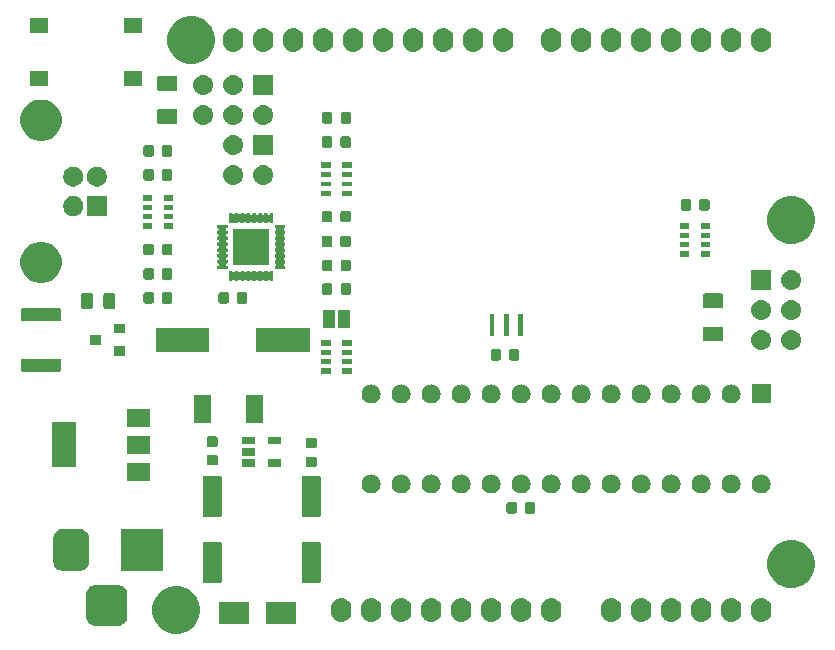
<source format=gbr>
G04 #@! TF.GenerationSoftware,KiCad,Pcbnew,5.0.2-bee76a0~70~ubuntu18.04.1*
G04 #@! TF.CreationDate,2018-12-20T19:54:29+08:00*
G04 #@! TF.ProjectId,arduino-uno,61726475-696e-46f2-9d75-6e6f2e6b6963,rev?*
G04 #@! TF.SameCoordinates,Original*
G04 #@! TF.FileFunction,Soldermask,Top*
G04 #@! TF.FilePolarity,Negative*
%FSLAX46Y46*%
G04 Gerber Fmt 4.6, Leading zero omitted, Abs format (unit mm)*
G04 Created by KiCad (PCBNEW 5.0.2-bee76a0~70~ubuntu18.04.1) date 2018年12月20日 星期四 19时54分29秒*
%MOMM*%
%LPD*%
G01*
G04 APERTURE LIST*
%ADD10C,0.100000*%
G04 APERTURE END LIST*
D10*
G36*
X125560712Y-121871088D02*
X125930510Y-122024263D01*
X125930513Y-122024265D01*
X126263325Y-122246643D01*
X126546357Y-122529675D01*
X126730204Y-122804822D01*
X126768737Y-122862490D01*
X126921912Y-123232288D01*
X127000000Y-123624864D01*
X127000000Y-124025136D01*
X126921912Y-124417712D01*
X126768737Y-124787510D01*
X126768735Y-124787513D01*
X126546357Y-125120325D01*
X126263325Y-125403357D01*
X125930513Y-125625735D01*
X125930510Y-125625737D01*
X125560712Y-125778912D01*
X125168136Y-125857000D01*
X124767864Y-125857000D01*
X124375288Y-125778912D01*
X124005490Y-125625737D01*
X124005487Y-125625735D01*
X123672675Y-125403357D01*
X123389643Y-125120325D01*
X123167265Y-124787513D01*
X123167263Y-124787510D01*
X123014088Y-124417712D01*
X122936000Y-124025136D01*
X122936000Y-123624864D01*
X123014088Y-123232288D01*
X123167263Y-122862490D01*
X123205796Y-122804822D01*
X123389643Y-122529675D01*
X123672675Y-122246643D01*
X124005487Y-122024265D01*
X124005490Y-122024263D01*
X124375288Y-121871088D01*
X124767864Y-121793000D01*
X125168136Y-121793000D01*
X125560712Y-121871088D01*
X125560712Y-121871088D01*
G37*
G36*
X120173891Y-121711205D02*
X120326200Y-121757407D01*
X120466567Y-121832435D01*
X120589597Y-121933403D01*
X120690565Y-122056433D01*
X120765593Y-122196800D01*
X120811795Y-122349109D01*
X120828000Y-122513640D01*
X120828000Y-124376360D01*
X120811795Y-124540891D01*
X120765593Y-124693200D01*
X120690565Y-124833567D01*
X120589597Y-124956597D01*
X120466567Y-125057565D01*
X120326200Y-125132593D01*
X120173891Y-125178795D01*
X120009360Y-125195000D01*
X118146640Y-125195000D01*
X117982109Y-125178795D01*
X117829800Y-125132593D01*
X117689433Y-125057565D01*
X117566403Y-124956597D01*
X117465435Y-124833567D01*
X117390407Y-124693200D01*
X117344205Y-124540891D01*
X117328000Y-124376360D01*
X117328000Y-122513640D01*
X117344205Y-122349109D01*
X117390407Y-122196800D01*
X117465435Y-122056433D01*
X117566403Y-121933403D01*
X117689433Y-121832435D01*
X117829800Y-121757407D01*
X117982109Y-121711205D01*
X118146640Y-121695000D01*
X120009360Y-121695000D01*
X120173891Y-121711205D01*
X120173891Y-121711205D01*
G37*
G36*
X131108000Y-124979000D02*
X128608000Y-124979000D01*
X128608000Y-123179000D01*
X131108000Y-123179000D01*
X131108000Y-124979000D01*
X131108000Y-124979000D01*
G37*
G36*
X135108000Y-124979000D02*
X132608000Y-124979000D01*
X132608000Y-123179000D01*
X135108000Y-123179000D01*
X135108000Y-124979000D01*
X135108000Y-124979000D01*
G37*
G36*
X167047294Y-122821496D02*
X167167726Y-122858029D01*
X167210087Y-122870879D01*
X167360112Y-122951068D01*
X167491612Y-123058988D01*
X167599532Y-123190488D01*
X167679721Y-123340512D01*
X167692571Y-123382873D01*
X167729104Y-123503305D01*
X167729104Y-123503307D01*
X167741600Y-123630179D01*
X167741600Y-124019820D01*
X167741076Y-124025136D01*
X167729104Y-124146694D01*
X167692571Y-124267128D01*
X167679721Y-124309488D01*
X167599532Y-124459512D01*
X167491612Y-124591012D01*
X167360112Y-124698932D01*
X167210088Y-124779121D01*
X167182433Y-124787510D01*
X167047295Y-124828504D01*
X166934432Y-124839620D01*
X166878001Y-124845178D01*
X166878000Y-124845178D01*
X166708706Y-124828504D01*
X166573568Y-124787510D01*
X166545913Y-124779121D01*
X166395889Y-124698932D01*
X166305946Y-124625117D01*
X166264388Y-124591012D01*
X166156469Y-124459512D01*
X166134127Y-124417713D01*
X166076279Y-124309488D01*
X166063429Y-124267127D01*
X166026896Y-124146695D01*
X166018565Y-124062112D01*
X166014400Y-124019821D01*
X166014400Y-123630180D01*
X166026896Y-123503308D01*
X166026896Y-123503306D01*
X166076278Y-123340517D01*
X166076279Y-123340513D01*
X166156468Y-123190488D01*
X166264388Y-123058988D01*
X166395888Y-122951068D01*
X166545912Y-122870879D01*
X166588273Y-122858029D01*
X166708705Y-122821496D01*
X166821568Y-122810380D01*
X166877999Y-122804822D01*
X166878000Y-122804822D01*
X167047294Y-122821496D01*
X167047294Y-122821496D01*
G37*
G36*
X139107294Y-122821496D02*
X139227726Y-122858029D01*
X139270087Y-122870879D01*
X139420112Y-122951068D01*
X139551612Y-123058988D01*
X139659532Y-123190488D01*
X139739721Y-123340512D01*
X139752571Y-123382873D01*
X139789104Y-123503305D01*
X139789104Y-123503307D01*
X139801600Y-123630179D01*
X139801600Y-124019820D01*
X139801076Y-124025136D01*
X139789104Y-124146694D01*
X139752571Y-124267128D01*
X139739721Y-124309488D01*
X139659532Y-124459512D01*
X139551612Y-124591012D01*
X139420112Y-124698932D01*
X139270088Y-124779121D01*
X139242433Y-124787510D01*
X139107295Y-124828504D01*
X138994432Y-124839620D01*
X138938001Y-124845178D01*
X138938000Y-124845178D01*
X138768706Y-124828504D01*
X138633568Y-124787510D01*
X138605913Y-124779121D01*
X138455889Y-124698932D01*
X138365946Y-124625117D01*
X138324388Y-124591012D01*
X138216469Y-124459512D01*
X138194127Y-124417713D01*
X138136279Y-124309488D01*
X138123429Y-124267127D01*
X138086896Y-124146695D01*
X138078565Y-124062112D01*
X138074400Y-124019821D01*
X138074400Y-123630180D01*
X138086896Y-123503308D01*
X138086896Y-123503306D01*
X138136278Y-123340517D01*
X138136279Y-123340513D01*
X138216468Y-123190488D01*
X138324388Y-123058988D01*
X138455888Y-122951068D01*
X138605912Y-122870879D01*
X138648273Y-122858029D01*
X138768705Y-122821496D01*
X138881568Y-122810380D01*
X138937999Y-122804822D01*
X138938000Y-122804822D01*
X139107294Y-122821496D01*
X139107294Y-122821496D01*
G37*
G36*
X174667294Y-122821496D02*
X174787726Y-122858029D01*
X174830087Y-122870879D01*
X174980112Y-122951068D01*
X175111612Y-123058988D01*
X175219532Y-123190488D01*
X175299721Y-123340512D01*
X175312571Y-123382873D01*
X175349104Y-123503305D01*
X175349104Y-123503307D01*
X175361600Y-123630179D01*
X175361600Y-124019820D01*
X175361076Y-124025136D01*
X175349104Y-124146694D01*
X175312571Y-124267128D01*
X175299721Y-124309488D01*
X175219532Y-124459512D01*
X175111612Y-124591012D01*
X174980112Y-124698932D01*
X174830088Y-124779121D01*
X174802433Y-124787510D01*
X174667295Y-124828504D01*
X174554432Y-124839620D01*
X174498001Y-124845178D01*
X174498000Y-124845178D01*
X174328706Y-124828504D01*
X174193568Y-124787510D01*
X174165913Y-124779121D01*
X174015889Y-124698932D01*
X173925946Y-124625117D01*
X173884388Y-124591012D01*
X173776469Y-124459512D01*
X173754127Y-124417713D01*
X173696279Y-124309488D01*
X173683429Y-124267127D01*
X173646896Y-124146695D01*
X173638565Y-124062112D01*
X173634400Y-124019821D01*
X173634400Y-123630180D01*
X173646896Y-123503308D01*
X173646896Y-123503306D01*
X173696278Y-123340517D01*
X173696279Y-123340513D01*
X173776468Y-123190488D01*
X173884388Y-123058988D01*
X174015888Y-122951068D01*
X174165912Y-122870879D01*
X174208273Y-122858029D01*
X174328705Y-122821496D01*
X174441568Y-122810380D01*
X174497999Y-122804822D01*
X174498000Y-122804822D01*
X174667294Y-122821496D01*
X174667294Y-122821496D01*
G37*
G36*
X172127294Y-122821496D02*
X172247726Y-122858029D01*
X172290087Y-122870879D01*
X172440112Y-122951068D01*
X172571612Y-123058988D01*
X172679532Y-123190488D01*
X172759721Y-123340512D01*
X172772571Y-123382873D01*
X172809104Y-123503305D01*
X172809104Y-123503307D01*
X172821600Y-123630179D01*
X172821600Y-124019820D01*
X172821076Y-124025136D01*
X172809104Y-124146694D01*
X172772571Y-124267128D01*
X172759721Y-124309488D01*
X172679532Y-124459512D01*
X172571612Y-124591012D01*
X172440112Y-124698932D01*
X172290088Y-124779121D01*
X172262433Y-124787510D01*
X172127295Y-124828504D01*
X172014432Y-124839620D01*
X171958001Y-124845178D01*
X171958000Y-124845178D01*
X171788706Y-124828504D01*
X171653568Y-124787510D01*
X171625913Y-124779121D01*
X171475889Y-124698932D01*
X171385946Y-124625117D01*
X171344388Y-124591012D01*
X171236469Y-124459512D01*
X171214127Y-124417713D01*
X171156279Y-124309488D01*
X171143429Y-124267127D01*
X171106896Y-124146695D01*
X171098565Y-124062112D01*
X171094400Y-124019821D01*
X171094400Y-123630180D01*
X171106896Y-123503308D01*
X171106896Y-123503306D01*
X171156278Y-123340517D01*
X171156279Y-123340513D01*
X171236468Y-123190488D01*
X171344388Y-123058988D01*
X171475888Y-122951068D01*
X171625912Y-122870879D01*
X171668273Y-122858029D01*
X171788705Y-122821496D01*
X171901568Y-122810380D01*
X171957999Y-122804822D01*
X171958000Y-122804822D01*
X172127294Y-122821496D01*
X172127294Y-122821496D01*
G37*
G36*
X169587294Y-122821496D02*
X169707726Y-122858029D01*
X169750087Y-122870879D01*
X169900112Y-122951068D01*
X170031612Y-123058988D01*
X170139532Y-123190488D01*
X170219721Y-123340512D01*
X170232571Y-123382873D01*
X170269104Y-123503305D01*
X170269104Y-123503307D01*
X170281600Y-123630179D01*
X170281600Y-124019820D01*
X170281076Y-124025136D01*
X170269104Y-124146694D01*
X170232571Y-124267128D01*
X170219721Y-124309488D01*
X170139532Y-124459512D01*
X170031612Y-124591012D01*
X169900112Y-124698932D01*
X169750088Y-124779121D01*
X169722433Y-124787510D01*
X169587295Y-124828504D01*
X169474432Y-124839620D01*
X169418001Y-124845178D01*
X169418000Y-124845178D01*
X169248706Y-124828504D01*
X169113568Y-124787510D01*
X169085913Y-124779121D01*
X168935889Y-124698932D01*
X168845946Y-124625117D01*
X168804388Y-124591012D01*
X168696469Y-124459512D01*
X168674127Y-124417713D01*
X168616279Y-124309488D01*
X168603429Y-124267127D01*
X168566896Y-124146695D01*
X168558565Y-124062112D01*
X168554400Y-124019821D01*
X168554400Y-123630180D01*
X168566896Y-123503308D01*
X168566896Y-123503306D01*
X168616278Y-123340517D01*
X168616279Y-123340513D01*
X168696468Y-123190488D01*
X168804388Y-123058988D01*
X168935888Y-122951068D01*
X169085912Y-122870879D01*
X169128273Y-122858029D01*
X169248705Y-122821496D01*
X169361568Y-122810380D01*
X169417999Y-122804822D01*
X169418000Y-122804822D01*
X169587294Y-122821496D01*
X169587294Y-122821496D01*
G37*
G36*
X141647294Y-122821496D02*
X141767726Y-122858029D01*
X141810087Y-122870879D01*
X141960112Y-122951068D01*
X142091612Y-123058988D01*
X142199532Y-123190488D01*
X142279721Y-123340512D01*
X142292571Y-123382873D01*
X142329104Y-123503305D01*
X142329104Y-123503307D01*
X142341600Y-123630179D01*
X142341600Y-124019820D01*
X142341076Y-124025136D01*
X142329104Y-124146694D01*
X142292571Y-124267128D01*
X142279721Y-124309488D01*
X142199532Y-124459512D01*
X142091612Y-124591012D01*
X141960112Y-124698932D01*
X141810088Y-124779121D01*
X141782433Y-124787510D01*
X141647295Y-124828504D01*
X141534432Y-124839620D01*
X141478001Y-124845178D01*
X141478000Y-124845178D01*
X141308706Y-124828504D01*
X141173568Y-124787510D01*
X141145913Y-124779121D01*
X140995889Y-124698932D01*
X140905946Y-124625117D01*
X140864388Y-124591012D01*
X140756469Y-124459512D01*
X140734127Y-124417713D01*
X140676279Y-124309488D01*
X140663429Y-124267127D01*
X140626896Y-124146695D01*
X140618565Y-124062112D01*
X140614400Y-124019821D01*
X140614400Y-123630180D01*
X140626896Y-123503308D01*
X140626896Y-123503306D01*
X140676278Y-123340517D01*
X140676279Y-123340513D01*
X140756468Y-123190488D01*
X140864388Y-123058988D01*
X140995888Y-122951068D01*
X141145912Y-122870879D01*
X141188273Y-122858029D01*
X141308705Y-122821496D01*
X141421568Y-122810380D01*
X141477999Y-122804822D01*
X141478000Y-122804822D01*
X141647294Y-122821496D01*
X141647294Y-122821496D01*
G37*
G36*
X164507294Y-122821496D02*
X164627726Y-122858029D01*
X164670087Y-122870879D01*
X164820112Y-122951068D01*
X164951612Y-123058988D01*
X165059532Y-123190488D01*
X165139721Y-123340512D01*
X165152571Y-123382873D01*
X165189104Y-123503305D01*
X165189104Y-123503307D01*
X165201600Y-123630179D01*
X165201600Y-124019820D01*
X165201076Y-124025136D01*
X165189104Y-124146694D01*
X165152571Y-124267128D01*
X165139721Y-124309488D01*
X165059532Y-124459512D01*
X164951612Y-124591012D01*
X164820112Y-124698932D01*
X164670088Y-124779121D01*
X164642433Y-124787510D01*
X164507295Y-124828504D01*
X164394432Y-124839620D01*
X164338001Y-124845178D01*
X164338000Y-124845178D01*
X164168706Y-124828504D01*
X164033568Y-124787510D01*
X164005913Y-124779121D01*
X163855889Y-124698932D01*
X163765946Y-124625117D01*
X163724388Y-124591012D01*
X163616469Y-124459512D01*
X163594127Y-124417713D01*
X163536279Y-124309488D01*
X163523429Y-124267127D01*
X163486896Y-124146695D01*
X163478565Y-124062112D01*
X163474400Y-124019821D01*
X163474400Y-123630180D01*
X163486896Y-123503308D01*
X163486896Y-123503306D01*
X163536278Y-123340517D01*
X163536279Y-123340513D01*
X163616468Y-123190488D01*
X163724388Y-123058988D01*
X163855888Y-122951068D01*
X164005912Y-122870879D01*
X164048273Y-122858029D01*
X164168705Y-122821496D01*
X164281568Y-122810380D01*
X164337999Y-122804822D01*
X164338000Y-122804822D01*
X164507294Y-122821496D01*
X164507294Y-122821496D01*
G37*
G36*
X161967294Y-122821496D02*
X162087726Y-122858029D01*
X162130087Y-122870879D01*
X162280112Y-122951068D01*
X162411612Y-123058988D01*
X162519532Y-123190488D01*
X162599721Y-123340512D01*
X162612571Y-123382873D01*
X162649104Y-123503305D01*
X162649104Y-123503307D01*
X162661600Y-123630179D01*
X162661600Y-124019820D01*
X162661076Y-124025136D01*
X162649104Y-124146694D01*
X162612571Y-124267128D01*
X162599721Y-124309488D01*
X162519532Y-124459512D01*
X162411612Y-124591012D01*
X162280112Y-124698932D01*
X162130088Y-124779121D01*
X162102433Y-124787510D01*
X161967295Y-124828504D01*
X161854432Y-124839620D01*
X161798001Y-124845178D01*
X161798000Y-124845178D01*
X161628706Y-124828504D01*
X161493568Y-124787510D01*
X161465913Y-124779121D01*
X161315889Y-124698932D01*
X161225946Y-124625117D01*
X161184388Y-124591012D01*
X161076469Y-124459512D01*
X161054127Y-124417713D01*
X160996279Y-124309488D01*
X160983429Y-124267127D01*
X160946896Y-124146695D01*
X160938565Y-124062112D01*
X160934400Y-124019821D01*
X160934400Y-123630180D01*
X160946896Y-123503308D01*
X160946896Y-123503306D01*
X160996278Y-123340517D01*
X160996279Y-123340513D01*
X161076468Y-123190488D01*
X161184388Y-123058988D01*
X161315888Y-122951068D01*
X161465912Y-122870879D01*
X161508273Y-122858029D01*
X161628705Y-122821496D01*
X161741568Y-122810380D01*
X161797999Y-122804822D01*
X161798000Y-122804822D01*
X161967294Y-122821496D01*
X161967294Y-122821496D01*
G37*
G36*
X156887294Y-122821496D02*
X157007726Y-122858029D01*
X157050087Y-122870879D01*
X157200112Y-122951068D01*
X157331612Y-123058988D01*
X157439532Y-123190488D01*
X157519721Y-123340512D01*
X157532571Y-123382873D01*
X157569104Y-123503305D01*
X157569104Y-123503307D01*
X157581600Y-123630179D01*
X157581600Y-124019820D01*
X157581076Y-124025136D01*
X157569104Y-124146694D01*
X157532571Y-124267128D01*
X157519721Y-124309488D01*
X157439532Y-124459512D01*
X157331612Y-124591012D01*
X157200112Y-124698932D01*
X157050088Y-124779121D01*
X157022433Y-124787510D01*
X156887295Y-124828504D01*
X156774432Y-124839620D01*
X156718001Y-124845178D01*
X156718000Y-124845178D01*
X156548706Y-124828504D01*
X156413568Y-124787510D01*
X156385913Y-124779121D01*
X156235889Y-124698932D01*
X156145946Y-124625117D01*
X156104388Y-124591012D01*
X155996469Y-124459512D01*
X155974127Y-124417713D01*
X155916279Y-124309488D01*
X155903429Y-124267127D01*
X155866896Y-124146695D01*
X155858565Y-124062112D01*
X155854400Y-124019821D01*
X155854400Y-123630180D01*
X155866896Y-123503308D01*
X155866896Y-123503306D01*
X155916278Y-123340517D01*
X155916279Y-123340513D01*
X155996468Y-123190488D01*
X156104388Y-123058988D01*
X156235888Y-122951068D01*
X156385912Y-122870879D01*
X156428273Y-122858029D01*
X156548705Y-122821496D01*
X156661568Y-122810380D01*
X156717999Y-122804822D01*
X156718000Y-122804822D01*
X156887294Y-122821496D01*
X156887294Y-122821496D01*
G37*
G36*
X154347294Y-122821496D02*
X154467726Y-122858029D01*
X154510087Y-122870879D01*
X154660112Y-122951068D01*
X154791612Y-123058988D01*
X154899532Y-123190488D01*
X154979721Y-123340512D01*
X154992571Y-123382873D01*
X155029104Y-123503305D01*
X155029104Y-123503307D01*
X155041600Y-123630179D01*
X155041600Y-124019820D01*
X155041076Y-124025136D01*
X155029104Y-124146694D01*
X154992571Y-124267128D01*
X154979721Y-124309488D01*
X154899532Y-124459512D01*
X154791612Y-124591012D01*
X154660112Y-124698932D01*
X154510088Y-124779121D01*
X154482433Y-124787510D01*
X154347295Y-124828504D01*
X154234432Y-124839620D01*
X154178001Y-124845178D01*
X154178000Y-124845178D01*
X154008706Y-124828504D01*
X153873568Y-124787510D01*
X153845913Y-124779121D01*
X153695889Y-124698932D01*
X153605946Y-124625117D01*
X153564388Y-124591012D01*
X153456469Y-124459512D01*
X153434127Y-124417713D01*
X153376279Y-124309488D01*
X153363429Y-124267127D01*
X153326896Y-124146695D01*
X153318565Y-124062112D01*
X153314400Y-124019821D01*
X153314400Y-123630180D01*
X153326896Y-123503308D01*
X153326896Y-123503306D01*
X153376278Y-123340517D01*
X153376279Y-123340513D01*
X153456468Y-123190488D01*
X153564388Y-123058988D01*
X153695888Y-122951068D01*
X153845912Y-122870879D01*
X153888273Y-122858029D01*
X154008705Y-122821496D01*
X154121568Y-122810380D01*
X154177999Y-122804822D01*
X154178000Y-122804822D01*
X154347294Y-122821496D01*
X154347294Y-122821496D01*
G37*
G36*
X151807294Y-122821496D02*
X151927726Y-122858029D01*
X151970087Y-122870879D01*
X152120112Y-122951068D01*
X152251612Y-123058988D01*
X152359532Y-123190488D01*
X152439721Y-123340512D01*
X152452571Y-123382873D01*
X152489104Y-123503305D01*
X152489104Y-123503307D01*
X152501600Y-123630179D01*
X152501600Y-124019820D01*
X152501076Y-124025136D01*
X152489104Y-124146694D01*
X152452571Y-124267128D01*
X152439721Y-124309488D01*
X152359532Y-124459512D01*
X152251612Y-124591012D01*
X152120112Y-124698932D01*
X151970088Y-124779121D01*
X151942433Y-124787510D01*
X151807295Y-124828504D01*
X151694432Y-124839620D01*
X151638001Y-124845178D01*
X151638000Y-124845178D01*
X151468706Y-124828504D01*
X151333568Y-124787510D01*
X151305913Y-124779121D01*
X151155889Y-124698932D01*
X151065946Y-124625117D01*
X151024388Y-124591012D01*
X150916469Y-124459512D01*
X150894127Y-124417713D01*
X150836279Y-124309488D01*
X150823429Y-124267127D01*
X150786896Y-124146695D01*
X150778565Y-124062112D01*
X150774400Y-124019821D01*
X150774400Y-123630180D01*
X150786896Y-123503308D01*
X150786896Y-123503306D01*
X150836278Y-123340517D01*
X150836279Y-123340513D01*
X150916468Y-123190488D01*
X151024388Y-123058988D01*
X151155888Y-122951068D01*
X151305912Y-122870879D01*
X151348273Y-122858029D01*
X151468705Y-122821496D01*
X151581568Y-122810380D01*
X151637999Y-122804822D01*
X151638000Y-122804822D01*
X151807294Y-122821496D01*
X151807294Y-122821496D01*
G37*
G36*
X149267294Y-122821496D02*
X149387726Y-122858029D01*
X149430087Y-122870879D01*
X149580112Y-122951068D01*
X149711612Y-123058988D01*
X149819532Y-123190488D01*
X149899721Y-123340512D01*
X149912571Y-123382873D01*
X149949104Y-123503305D01*
X149949104Y-123503307D01*
X149961600Y-123630179D01*
X149961600Y-124019820D01*
X149961076Y-124025136D01*
X149949104Y-124146694D01*
X149912571Y-124267128D01*
X149899721Y-124309488D01*
X149819532Y-124459512D01*
X149711612Y-124591012D01*
X149580112Y-124698932D01*
X149430088Y-124779121D01*
X149402433Y-124787510D01*
X149267295Y-124828504D01*
X149154432Y-124839620D01*
X149098001Y-124845178D01*
X149098000Y-124845178D01*
X148928706Y-124828504D01*
X148793568Y-124787510D01*
X148765913Y-124779121D01*
X148615889Y-124698932D01*
X148525946Y-124625117D01*
X148484388Y-124591012D01*
X148376469Y-124459512D01*
X148354127Y-124417713D01*
X148296279Y-124309488D01*
X148283429Y-124267127D01*
X148246896Y-124146695D01*
X148238565Y-124062112D01*
X148234400Y-124019821D01*
X148234400Y-123630180D01*
X148246896Y-123503308D01*
X148246896Y-123503306D01*
X148296278Y-123340517D01*
X148296279Y-123340513D01*
X148376468Y-123190488D01*
X148484388Y-123058988D01*
X148615888Y-122951068D01*
X148765912Y-122870879D01*
X148808273Y-122858029D01*
X148928705Y-122821496D01*
X149041568Y-122810380D01*
X149097999Y-122804822D01*
X149098000Y-122804822D01*
X149267294Y-122821496D01*
X149267294Y-122821496D01*
G37*
G36*
X146727294Y-122821496D02*
X146847726Y-122858029D01*
X146890087Y-122870879D01*
X147040112Y-122951068D01*
X147171612Y-123058988D01*
X147279532Y-123190488D01*
X147359721Y-123340512D01*
X147372571Y-123382873D01*
X147409104Y-123503305D01*
X147409104Y-123503307D01*
X147421600Y-123630179D01*
X147421600Y-124019820D01*
X147421076Y-124025136D01*
X147409104Y-124146694D01*
X147372571Y-124267128D01*
X147359721Y-124309488D01*
X147279532Y-124459512D01*
X147171612Y-124591012D01*
X147040112Y-124698932D01*
X146890088Y-124779121D01*
X146862433Y-124787510D01*
X146727295Y-124828504D01*
X146614432Y-124839620D01*
X146558001Y-124845178D01*
X146558000Y-124845178D01*
X146388706Y-124828504D01*
X146253568Y-124787510D01*
X146225913Y-124779121D01*
X146075889Y-124698932D01*
X145985946Y-124625117D01*
X145944388Y-124591012D01*
X145836469Y-124459512D01*
X145814127Y-124417713D01*
X145756279Y-124309488D01*
X145743429Y-124267127D01*
X145706896Y-124146695D01*
X145698565Y-124062112D01*
X145694400Y-124019821D01*
X145694400Y-123630180D01*
X145706896Y-123503308D01*
X145706896Y-123503306D01*
X145756278Y-123340517D01*
X145756279Y-123340513D01*
X145836468Y-123190488D01*
X145944388Y-123058988D01*
X146075888Y-122951068D01*
X146225912Y-122870879D01*
X146268273Y-122858029D01*
X146388705Y-122821496D01*
X146501568Y-122810380D01*
X146557999Y-122804822D01*
X146558000Y-122804822D01*
X146727294Y-122821496D01*
X146727294Y-122821496D01*
G37*
G36*
X144187294Y-122821496D02*
X144307726Y-122858029D01*
X144350087Y-122870879D01*
X144500112Y-122951068D01*
X144631612Y-123058988D01*
X144739532Y-123190488D01*
X144819721Y-123340512D01*
X144832571Y-123382873D01*
X144869104Y-123503305D01*
X144869104Y-123503307D01*
X144881600Y-123630179D01*
X144881600Y-124019820D01*
X144881076Y-124025136D01*
X144869104Y-124146694D01*
X144832571Y-124267128D01*
X144819721Y-124309488D01*
X144739532Y-124459512D01*
X144631612Y-124591012D01*
X144500112Y-124698932D01*
X144350088Y-124779121D01*
X144322433Y-124787510D01*
X144187295Y-124828504D01*
X144074432Y-124839620D01*
X144018001Y-124845178D01*
X144018000Y-124845178D01*
X143848706Y-124828504D01*
X143713568Y-124787510D01*
X143685913Y-124779121D01*
X143535889Y-124698932D01*
X143445946Y-124625117D01*
X143404388Y-124591012D01*
X143296469Y-124459512D01*
X143274127Y-124417713D01*
X143216279Y-124309488D01*
X143203429Y-124267127D01*
X143166896Y-124146695D01*
X143158565Y-124062112D01*
X143154400Y-124019821D01*
X143154400Y-123630180D01*
X143166896Y-123503308D01*
X143166896Y-123503306D01*
X143216278Y-123340517D01*
X143216279Y-123340513D01*
X143296468Y-123190488D01*
X143404388Y-123058988D01*
X143535888Y-122951068D01*
X143685912Y-122870879D01*
X143728273Y-122858029D01*
X143848705Y-122821496D01*
X143961568Y-122810380D01*
X144017999Y-122804822D01*
X144018000Y-122804822D01*
X144187294Y-122821496D01*
X144187294Y-122821496D01*
G37*
G36*
X177630712Y-117973088D02*
X178000510Y-118126263D01*
X178000513Y-118126265D01*
X178333325Y-118348643D01*
X178616357Y-118631675D01*
X178838735Y-118964487D01*
X178838737Y-118964490D01*
X178991912Y-119334288D01*
X179070000Y-119726864D01*
X179070000Y-120127136D01*
X178991912Y-120519712D01*
X178838737Y-120889510D01*
X178838735Y-120889513D01*
X178616357Y-121222325D01*
X178333325Y-121505357D01*
X178049504Y-121695000D01*
X178000510Y-121727737D01*
X177630712Y-121880912D01*
X177238136Y-121959000D01*
X176837864Y-121959000D01*
X176445288Y-121880912D01*
X176075490Y-121727737D01*
X176026496Y-121695000D01*
X175742675Y-121505357D01*
X175459643Y-121222325D01*
X175237265Y-120889513D01*
X175237263Y-120889510D01*
X175084088Y-120519712D01*
X175006000Y-120127136D01*
X175006000Y-119726864D01*
X175084088Y-119334288D01*
X175237263Y-118964490D01*
X175237265Y-118964487D01*
X175459643Y-118631675D01*
X175742675Y-118348643D01*
X176075487Y-118126265D01*
X176075490Y-118126263D01*
X176445288Y-117973088D01*
X176837864Y-117895000D01*
X177238136Y-117895000D01*
X177630712Y-117973088D01*
X177630712Y-117973088D01*
G37*
G36*
X137065826Y-118064745D02*
X137096491Y-118074048D01*
X137124750Y-118089152D01*
X137149520Y-118109480D01*
X137169848Y-118134250D01*
X137184952Y-118162509D01*
X137194255Y-118193174D01*
X137198000Y-118231202D01*
X137198000Y-121390798D01*
X137194255Y-121428826D01*
X137184952Y-121459491D01*
X137169848Y-121487750D01*
X137149520Y-121512520D01*
X137124750Y-121532848D01*
X137096491Y-121547952D01*
X137065826Y-121557255D01*
X137027798Y-121561000D01*
X135768202Y-121561000D01*
X135730174Y-121557255D01*
X135699509Y-121547952D01*
X135671250Y-121532848D01*
X135646480Y-121512520D01*
X135626152Y-121487750D01*
X135611048Y-121459491D01*
X135601745Y-121428826D01*
X135598000Y-121390798D01*
X135598000Y-118231202D01*
X135601745Y-118193174D01*
X135611048Y-118162509D01*
X135626152Y-118134250D01*
X135646480Y-118109480D01*
X135671250Y-118089152D01*
X135699509Y-118074048D01*
X135730174Y-118064745D01*
X135768202Y-118061000D01*
X137027798Y-118061000D01*
X137065826Y-118064745D01*
X137065826Y-118064745D01*
G37*
G36*
X128683826Y-118064745D02*
X128714491Y-118074048D01*
X128742750Y-118089152D01*
X128767520Y-118109480D01*
X128787848Y-118134250D01*
X128802952Y-118162509D01*
X128812255Y-118193174D01*
X128816000Y-118231202D01*
X128816000Y-121390798D01*
X128812255Y-121428826D01*
X128802952Y-121459491D01*
X128787848Y-121487750D01*
X128767520Y-121512520D01*
X128742750Y-121532848D01*
X128714491Y-121547952D01*
X128683826Y-121557255D01*
X128645798Y-121561000D01*
X127386202Y-121561000D01*
X127348174Y-121557255D01*
X127317509Y-121547952D01*
X127289250Y-121532848D01*
X127264480Y-121512520D01*
X127244152Y-121487750D01*
X127229048Y-121459491D01*
X127219745Y-121428826D01*
X127216000Y-121390798D01*
X127216000Y-118231202D01*
X127219745Y-118193174D01*
X127229048Y-118162509D01*
X127244152Y-118134250D01*
X127264480Y-118109480D01*
X127289250Y-118089152D01*
X127317509Y-118074048D01*
X127348174Y-118064745D01*
X127386202Y-118061000D01*
X128645798Y-118061000D01*
X128683826Y-118064745D01*
X128683826Y-118064745D01*
G37*
G36*
X117024508Y-117008803D02*
X117153363Y-117047891D01*
X117272119Y-117111367D01*
X117376208Y-117196792D01*
X117461633Y-117300881D01*
X117525109Y-117419637D01*
X117564197Y-117548492D01*
X117578000Y-117688640D01*
X117578000Y-119801360D01*
X117564197Y-119941508D01*
X117525109Y-120070363D01*
X117461633Y-120189119D01*
X117376208Y-120293208D01*
X117272119Y-120378633D01*
X117153363Y-120442109D01*
X117024508Y-120481197D01*
X116884360Y-120495000D01*
X115271640Y-120495000D01*
X115131492Y-120481197D01*
X115002637Y-120442109D01*
X114883881Y-120378633D01*
X114779792Y-120293208D01*
X114694367Y-120189119D01*
X114630891Y-120070363D01*
X114591803Y-119941508D01*
X114578000Y-119801360D01*
X114578000Y-117688640D01*
X114591803Y-117548492D01*
X114630891Y-117419637D01*
X114694367Y-117300881D01*
X114779792Y-117196792D01*
X114883881Y-117111367D01*
X115002637Y-117047891D01*
X115131492Y-117008803D01*
X115271640Y-116995000D01*
X116884360Y-116995000D01*
X117024508Y-117008803D01*
X117024508Y-117008803D01*
G37*
G36*
X123828000Y-120495000D02*
X120328000Y-120495000D01*
X120328000Y-116995000D01*
X123828000Y-116995000D01*
X123828000Y-120495000D01*
X123828000Y-120495000D01*
G37*
G36*
X137065826Y-112464745D02*
X137096491Y-112474048D01*
X137124750Y-112489152D01*
X137149520Y-112509480D01*
X137169848Y-112534250D01*
X137184952Y-112562509D01*
X137194255Y-112593174D01*
X137198000Y-112631202D01*
X137198000Y-115790798D01*
X137194255Y-115828826D01*
X137184952Y-115859491D01*
X137169848Y-115887750D01*
X137149520Y-115912520D01*
X137124750Y-115932848D01*
X137096491Y-115947952D01*
X137065826Y-115957255D01*
X137027798Y-115961000D01*
X135768202Y-115961000D01*
X135730174Y-115957255D01*
X135699509Y-115947952D01*
X135671250Y-115932848D01*
X135646480Y-115912520D01*
X135626152Y-115887750D01*
X135611048Y-115859491D01*
X135601745Y-115828826D01*
X135598000Y-115790798D01*
X135598000Y-112631202D01*
X135601745Y-112593174D01*
X135611048Y-112562509D01*
X135626152Y-112534250D01*
X135646480Y-112509480D01*
X135671250Y-112489152D01*
X135699509Y-112474048D01*
X135730174Y-112464745D01*
X135768202Y-112461000D01*
X137027798Y-112461000D01*
X137065826Y-112464745D01*
X137065826Y-112464745D01*
G37*
G36*
X128683826Y-112464745D02*
X128714491Y-112474048D01*
X128742750Y-112489152D01*
X128767520Y-112509480D01*
X128787848Y-112534250D01*
X128802952Y-112562509D01*
X128812255Y-112593174D01*
X128816000Y-112631202D01*
X128816000Y-115790798D01*
X128812255Y-115828826D01*
X128802952Y-115859491D01*
X128787848Y-115887750D01*
X128767520Y-115912520D01*
X128742750Y-115932848D01*
X128714491Y-115947952D01*
X128683826Y-115957255D01*
X128645798Y-115961000D01*
X127386202Y-115961000D01*
X127348174Y-115957255D01*
X127317509Y-115947952D01*
X127289250Y-115932848D01*
X127264480Y-115912520D01*
X127244152Y-115887750D01*
X127229048Y-115859491D01*
X127219745Y-115828826D01*
X127216000Y-115790798D01*
X127216000Y-112631202D01*
X127219745Y-112593174D01*
X127229048Y-112562509D01*
X127244152Y-112534250D01*
X127264480Y-112509480D01*
X127289250Y-112489152D01*
X127317509Y-112474048D01*
X127348174Y-112464745D01*
X127386202Y-112461000D01*
X128645798Y-112461000D01*
X128683826Y-112464745D01*
X128683826Y-112464745D01*
G37*
G36*
X155251116Y-114717595D02*
X155280313Y-114726452D01*
X155307218Y-114740833D01*
X155330808Y-114760192D01*
X155350167Y-114783782D01*
X155364548Y-114810687D01*
X155373405Y-114839884D01*
X155377000Y-114876390D01*
X155377000Y-115501610D01*
X155373405Y-115538116D01*
X155364548Y-115567313D01*
X155350167Y-115594218D01*
X155330808Y-115617808D01*
X155307218Y-115637167D01*
X155280313Y-115651548D01*
X155251116Y-115660405D01*
X155214610Y-115664000D01*
X154664390Y-115664000D01*
X154627884Y-115660405D01*
X154598687Y-115651548D01*
X154571782Y-115637167D01*
X154548192Y-115617808D01*
X154528833Y-115594218D01*
X154514452Y-115567313D01*
X154505595Y-115538116D01*
X154502000Y-115501610D01*
X154502000Y-114876390D01*
X154505595Y-114839884D01*
X154514452Y-114810687D01*
X154528833Y-114783782D01*
X154548192Y-114760192D01*
X154571782Y-114740833D01*
X154598687Y-114726452D01*
X154627884Y-114717595D01*
X154664390Y-114714000D01*
X155214610Y-114714000D01*
X155251116Y-114717595D01*
X155251116Y-114717595D01*
G37*
G36*
X153676116Y-114717595D02*
X153705313Y-114726452D01*
X153732218Y-114740833D01*
X153755808Y-114760192D01*
X153775167Y-114783782D01*
X153789548Y-114810687D01*
X153798405Y-114839884D01*
X153802000Y-114876390D01*
X153802000Y-115501610D01*
X153798405Y-115538116D01*
X153789548Y-115567313D01*
X153775167Y-115594218D01*
X153755808Y-115617808D01*
X153732218Y-115637167D01*
X153705313Y-115651548D01*
X153676116Y-115660405D01*
X153639610Y-115664000D01*
X153089390Y-115664000D01*
X153052884Y-115660405D01*
X153023687Y-115651548D01*
X152996782Y-115637167D01*
X152973192Y-115617808D01*
X152953833Y-115594218D01*
X152939452Y-115567313D01*
X152930595Y-115538116D01*
X152927000Y-115501610D01*
X152927000Y-114876390D01*
X152930595Y-114839884D01*
X152939452Y-114810687D01*
X152953833Y-114783782D01*
X152973192Y-114760192D01*
X152996782Y-114740833D01*
X153023687Y-114726452D01*
X153052884Y-114717595D01*
X153089390Y-114714000D01*
X153639610Y-114714000D01*
X153676116Y-114717595D01*
X153676116Y-114717595D01*
G37*
G36*
X161915649Y-112364717D02*
X161954827Y-112368576D01*
X162030227Y-112391448D01*
X162105629Y-112414321D01*
X162244608Y-112488608D01*
X162366422Y-112588578D01*
X162466392Y-112710392D01*
X162540679Y-112849371D01*
X162586424Y-113000174D01*
X162601870Y-113157000D01*
X162586424Y-113313826D01*
X162540679Y-113464629D01*
X162466392Y-113603608D01*
X162366422Y-113725422D01*
X162244608Y-113825392D01*
X162105629Y-113899679D01*
X162030228Y-113922551D01*
X161954827Y-113945424D01*
X161915649Y-113949283D01*
X161837295Y-113957000D01*
X161758705Y-113957000D01*
X161680351Y-113949283D01*
X161641173Y-113945424D01*
X161565772Y-113922551D01*
X161490371Y-113899679D01*
X161351392Y-113825392D01*
X161229578Y-113725422D01*
X161129608Y-113603608D01*
X161055321Y-113464629D01*
X161009576Y-113313826D01*
X160994130Y-113157000D01*
X161009576Y-113000174D01*
X161055321Y-112849371D01*
X161129608Y-112710392D01*
X161229578Y-112588578D01*
X161351392Y-112488608D01*
X161490371Y-112414321D01*
X161565773Y-112391448D01*
X161641173Y-112368576D01*
X161680351Y-112364717D01*
X161758705Y-112357000D01*
X161837295Y-112357000D01*
X161915649Y-112364717D01*
X161915649Y-112364717D01*
G37*
G36*
X141595649Y-112364717D02*
X141634827Y-112368576D01*
X141710227Y-112391448D01*
X141785629Y-112414321D01*
X141924608Y-112488608D01*
X142046422Y-112588578D01*
X142146392Y-112710392D01*
X142220679Y-112849371D01*
X142266424Y-113000174D01*
X142281870Y-113157000D01*
X142266424Y-113313826D01*
X142220679Y-113464629D01*
X142146392Y-113603608D01*
X142046422Y-113725422D01*
X141924608Y-113825392D01*
X141785629Y-113899679D01*
X141710228Y-113922551D01*
X141634827Y-113945424D01*
X141595649Y-113949283D01*
X141517295Y-113957000D01*
X141438705Y-113957000D01*
X141360351Y-113949283D01*
X141321173Y-113945424D01*
X141245772Y-113922551D01*
X141170371Y-113899679D01*
X141031392Y-113825392D01*
X140909578Y-113725422D01*
X140809608Y-113603608D01*
X140735321Y-113464629D01*
X140689576Y-113313826D01*
X140674130Y-113157000D01*
X140689576Y-113000174D01*
X140735321Y-112849371D01*
X140809608Y-112710392D01*
X140909578Y-112588578D01*
X141031392Y-112488608D01*
X141170371Y-112414321D01*
X141245773Y-112391448D01*
X141321173Y-112368576D01*
X141360351Y-112364717D01*
X141438705Y-112357000D01*
X141517295Y-112357000D01*
X141595649Y-112364717D01*
X141595649Y-112364717D01*
G37*
G36*
X144135649Y-112364717D02*
X144174827Y-112368576D01*
X144250227Y-112391448D01*
X144325629Y-112414321D01*
X144464608Y-112488608D01*
X144586422Y-112588578D01*
X144686392Y-112710392D01*
X144760679Y-112849371D01*
X144806424Y-113000174D01*
X144821870Y-113157000D01*
X144806424Y-113313826D01*
X144760679Y-113464629D01*
X144686392Y-113603608D01*
X144586422Y-113725422D01*
X144464608Y-113825392D01*
X144325629Y-113899679D01*
X144250228Y-113922551D01*
X144174827Y-113945424D01*
X144135649Y-113949283D01*
X144057295Y-113957000D01*
X143978705Y-113957000D01*
X143900351Y-113949283D01*
X143861173Y-113945424D01*
X143785772Y-113922551D01*
X143710371Y-113899679D01*
X143571392Y-113825392D01*
X143449578Y-113725422D01*
X143349608Y-113603608D01*
X143275321Y-113464629D01*
X143229576Y-113313826D01*
X143214130Y-113157000D01*
X143229576Y-113000174D01*
X143275321Y-112849371D01*
X143349608Y-112710392D01*
X143449578Y-112588578D01*
X143571392Y-112488608D01*
X143710371Y-112414321D01*
X143785773Y-112391448D01*
X143861173Y-112368576D01*
X143900351Y-112364717D01*
X143978705Y-112357000D01*
X144057295Y-112357000D01*
X144135649Y-112364717D01*
X144135649Y-112364717D01*
G37*
G36*
X146675649Y-112364717D02*
X146714827Y-112368576D01*
X146790227Y-112391448D01*
X146865629Y-112414321D01*
X147004608Y-112488608D01*
X147126422Y-112588578D01*
X147226392Y-112710392D01*
X147300679Y-112849371D01*
X147346424Y-113000174D01*
X147361870Y-113157000D01*
X147346424Y-113313826D01*
X147300679Y-113464629D01*
X147226392Y-113603608D01*
X147126422Y-113725422D01*
X147004608Y-113825392D01*
X146865629Y-113899679D01*
X146790228Y-113922551D01*
X146714827Y-113945424D01*
X146675649Y-113949283D01*
X146597295Y-113957000D01*
X146518705Y-113957000D01*
X146440351Y-113949283D01*
X146401173Y-113945424D01*
X146325772Y-113922551D01*
X146250371Y-113899679D01*
X146111392Y-113825392D01*
X145989578Y-113725422D01*
X145889608Y-113603608D01*
X145815321Y-113464629D01*
X145769576Y-113313826D01*
X145754130Y-113157000D01*
X145769576Y-113000174D01*
X145815321Y-112849371D01*
X145889608Y-112710392D01*
X145989578Y-112588578D01*
X146111392Y-112488608D01*
X146250371Y-112414321D01*
X146325773Y-112391448D01*
X146401173Y-112368576D01*
X146440351Y-112364717D01*
X146518705Y-112357000D01*
X146597295Y-112357000D01*
X146675649Y-112364717D01*
X146675649Y-112364717D01*
G37*
G36*
X149215649Y-112364717D02*
X149254827Y-112368576D01*
X149330227Y-112391448D01*
X149405629Y-112414321D01*
X149544608Y-112488608D01*
X149666422Y-112588578D01*
X149766392Y-112710392D01*
X149840679Y-112849371D01*
X149886424Y-113000174D01*
X149901870Y-113157000D01*
X149886424Y-113313826D01*
X149840679Y-113464629D01*
X149766392Y-113603608D01*
X149666422Y-113725422D01*
X149544608Y-113825392D01*
X149405629Y-113899679D01*
X149330228Y-113922551D01*
X149254827Y-113945424D01*
X149215649Y-113949283D01*
X149137295Y-113957000D01*
X149058705Y-113957000D01*
X148980351Y-113949283D01*
X148941173Y-113945424D01*
X148865772Y-113922551D01*
X148790371Y-113899679D01*
X148651392Y-113825392D01*
X148529578Y-113725422D01*
X148429608Y-113603608D01*
X148355321Y-113464629D01*
X148309576Y-113313826D01*
X148294130Y-113157000D01*
X148309576Y-113000174D01*
X148355321Y-112849371D01*
X148429608Y-112710392D01*
X148529578Y-112588578D01*
X148651392Y-112488608D01*
X148790371Y-112414321D01*
X148865773Y-112391448D01*
X148941173Y-112368576D01*
X148980351Y-112364717D01*
X149058705Y-112357000D01*
X149137295Y-112357000D01*
X149215649Y-112364717D01*
X149215649Y-112364717D01*
G37*
G36*
X151755649Y-112364717D02*
X151794827Y-112368576D01*
X151870227Y-112391448D01*
X151945629Y-112414321D01*
X152084608Y-112488608D01*
X152206422Y-112588578D01*
X152306392Y-112710392D01*
X152380679Y-112849371D01*
X152426424Y-113000174D01*
X152441870Y-113157000D01*
X152426424Y-113313826D01*
X152380679Y-113464629D01*
X152306392Y-113603608D01*
X152206422Y-113725422D01*
X152084608Y-113825392D01*
X151945629Y-113899679D01*
X151870228Y-113922551D01*
X151794827Y-113945424D01*
X151755649Y-113949283D01*
X151677295Y-113957000D01*
X151598705Y-113957000D01*
X151520351Y-113949283D01*
X151481173Y-113945424D01*
X151405772Y-113922551D01*
X151330371Y-113899679D01*
X151191392Y-113825392D01*
X151069578Y-113725422D01*
X150969608Y-113603608D01*
X150895321Y-113464629D01*
X150849576Y-113313826D01*
X150834130Y-113157000D01*
X150849576Y-113000174D01*
X150895321Y-112849371D01*
X150969608Y-112710392D01*
X151069578Y-112588578D01*
X151191392Y-112488608D01*
X151330371Y-112414321D01*
X151405773Y-112391448D01*
X151481173Y-112368576D01*
X151520351Y-112364717D01*
X151598705Y-112357000D01*
X151677295Y-112357000D01*
X151755649Y-112364717D01*
X151755649Y-112364717D01*
G37*
G36*
X154295649Y-112364717D02*
X154334827Y-112368576D01*
X154410227Y-112391448D01*
X154485629Y-112414321D01*
X154624608Y-112488608D01*
X154746422Y-112588578D01*
X154846392Y-112710392D01*
X154920679Y-112849371D01*
X154966424Y-113000174D01*
X154981870Y-113157000D01*
X154966424Y-113313826D01*
X154920679Y-113464629D01*
X154846392Y-113603608D01*
X154746422Y-113725422D01*
X154624608Y-113825392D01*
X154485629Y-113899679D01*
X154410228Y-113922551D01*
X154334827Y-113945424D01*
X154295649Y-113949283D01*
X154217295Y-113957000D01*
X154138705Y-113957000D01*
X154060351Y-113949283D01*
X154021173Y-113945424D01*
X153945772Y-113922551D01*
X153870371Y-113899679D01*
X153731392Y-113825392D01*
X153609578Y-113725422D01*
X153509608Y-113603608D01*
X153435321Y-113464629D01*
X153389576Y-113313826D01*
X153374130Y-113157000D01*
X153389576Y-113000174D01*
X153435321Y-112849371D01*
X153509608Y-112710392D01*
X153609578Y-112588578D01*
X153731392Y-112488608D01*
X153870371Y-112414321D01*
X153945773Y-112391448D01*
X154021173Y-112368576D01*
X154060351Y-112364717D01*
X154138705Y-112357000D01*
X154217295Y-112357000D01*
X154295649Y-112364717D01*
X154295649Y-112364717D01*
G37*
G36*
X159375649Y-112364717D02*
X159414827Y-112368576D01*
X159490227Y-112391448D01*
X159565629Y-112414321D01*
X159704608Y-112488608D01*
X159826422Y-112588578D01*
X159926392Y-112710392D01*
X160000679Y-112849371D01*
X160046424Y-113000174D01*
X160061870Y-113157000D01*
X160046424Y-113313826D01*
X160000679Y-113464629D01*
X159926392Y-113603608D01*
X159826422Y-113725422D01*
X159704608Y-113825392D01*
X159565629Y-113899679D01*
X159490228Y-113922551D01*
X159414827Y-113945424D01*
X159375649Y-113949283D01*
X159297295Y-113957000D01*
X159218705Y-113957000D01*
X159140351Y-113949283D01*
X159101173Y-113945424D01*
X159025772Y-113922551D01*
X158950371Y-113899679D01*
X158811392Y-113825392D01*
X158689578Y-113725422D01*
X158589608Y-113603608D01*
X158515321Y-113464629D01*
X158469576Y-113313826D01*
X158454130Y-113157000D01*
X158469576Y-113000174D01*
X158515321Y-112849371D01*
X158589608Y-112710392D01*
X158689578Y-112588578D01*
X158811392Y-112488608D01*
X158950371Y-112414321D01*
X159025773Y-112391448D01*
X159101173Y-112368576D01*
X159140351Y-112364717D01*
X159218705Y-112357000D01*
X159297295Y-112357000D01*
X159375649Y-112364717D01*
X159375649Y-112364717D01*
G37*
G36*
X169535649Y-112364717D02*
X169574827Y-112368576D01*
X169650227Y-112391448D01*
X169725629Y-112414321D01*
X169864608Y-112488608D01*
X169986422Y-112588578D01*
X170086392Y-112710392D01*
X170160679Y-112849371D01*
X170206424Y-113000174D01*
X170221870Y-113157000D01*
X170206424Y-113313826D01*
X170160679Y-113464629D01*
X170086392Y-113603608D01*
X169986422Y-113725422D01*
X169864608Y-113825392D01*
X169725629Y-113899679D01*
X169650228Y-113922551D01*
X169574827Y-113945424D01*
X169535649Y-113949283D01*
X169457295Y-113957000D01*
X169378705Y-113957000D01*
X169300351Y-113949283D01*
X169261173Y-113945424D01*
X169185772Y-113922551D01*
X169110371Y-113899679D01*
X168971392Y-113825392D01*
X168849578Y-113725422D01*
X168749608Y-113603608D01*
X168675321Y-113464629D01*
X168629576Y-113313826D01*
X168614130Y-113157000D01*
X168629576Y-113000174D01*
X168675321Y-112849371D01*
X168749608Y-112710392D01*
X168849578Y-112588578D01*
X168971392Y-112488608D01*
X169110371Y-112414321D01*
X169185772Y-112391449D01*
X169261173Y-112368576D01*
X169300351Y-112364717D01*
X169378705Y-112357000D01*
X169457295Y-112357000D01*
X169535649Y-112364717D01*
X169535649Y-112364717D01*
G37*
G36*
X164455649Y-112364717D02*
X164494827Y-112368576D01*
X164570227Y-112391448D01*
X164645629Y-112414321D01*
X164784608Y-112488608D01*
X164906422Y-112588578D01*
X165006392Y-112710392D01*
X165080679Y-112849371D01*
X165126424Y-113000174D01*
X165141870Y-113157000D01*
X165126424Y-113313826D01*
X165080679Y-113464629D01*
X165006392Y-113603608D01*
X164906422Y-113725422D01*
X164784608Y-113825392D01*
X164645629Y-113899679D01*
X164570228Y-113922551D01*
X164494827Y-113945424D01*
X164455649Y-113949283D01*
X164377295Y-113957000D01*
X164298705Y-113957000D01*
X164220351Y-113949283D01*
X164181173Y-113945424D01*
X164105772Y-113922551D01*
X164030371Y-113899679D01*
X163891392Y-113825392D01*
X163769578Y-113725422D01*
X163669608Y-113603608D01*
X163595321Y-113464629D01*
X163549576Y-113313826D01*
X163534130Y-113157000D01*
X163549576Y-113000174D01*
X163595321Y-112849371D01*
X163669608Y-112710392D01*
X163769578Y-112588578D01*
X163891392Y-112488608D01*
X164030371Y-112414321D01*
X164105773Y-112391448D01*
X164181173Y-112368576D01*
X164220351Y-112364717D01*
X164298705Y-112357000D01*
X164377295Y-112357000D01*
X164455649Y-112364717D01*
X164455649Y-112364717D01*
G37*
G36*
X166995649Y-112364717D02*
X167034827Y-112368576D01*
X167110227Y-112391448D01*
X167185629Y-112414321D01*
X167324608Y-112488608D01*
X167446422Y-112588578D01*
X167546392Y-112710392D01*
X167620679Y-112849371D01*
X167666424Y-113000174D01*
X167681870Y-113157000D01*
X167666424Y-113313826D01*
X167620679Y-113464629D01*
X167546392Y-113603608D01*
X167446422Y-113725422D01*
X167324608Y-113825392D01*
X167185629Y-113899679D01*
X167110228Y-113922551D01*
X167034827Y-113945424D01*
X166995649Y-113949283D01*
X166917295Y-113957000D01*
X166838705Y-113957000D01*
X166760351Y-113949283D01*
X166721173Y-113945424D01*
X166645772Y-113922551D01*
X166570371Y-113899679D01*
X166431392Y-113825392D01*
X166309578Y-113725422D01*
X166209608Y-113603608D01*
X166135321Y-113464629D01*
X166089576Y-113313826D01*
X166074130Y-113157000D01*
X166089576Y-113000174D01*
X166135321Y-112849371D01*
X166209608Y-112710392D01*
X166309578Y-112588578D01*
X166431392Y-112488608D01*
X166570371Y-112414321D01*
X166645772Y-112391449D01*
X166721173Y-112368576D01*
X166760351Y-112364717D01*
X166838705Y-112357000D01*
X166917295Y-112357000D01*
X166995649Y-112364717D01*
X166995649Y-112364717D01*
G37*
G36*
X172075649Y-112364717D02*
X172114827Y-112368576D01*
X172190227Y-112391448D01*
X172265629Y-112414321D01*
X172404608Y-112488608D01*
X172526422Y-112588578D01*
X172626392Y-112710392D01*
X172700679Y-112849371D01*
X172746424Y-113000174D01*
X172761870Y-113157000D01*
X172746424Y-113313826D01*
X172700679Y-113464629D01*
X172626392Y-113603608D01*
X172526422Y-113725422D01*
X172404608Y-113825392D01*
X172265629Y-113899679D01*
X172190228Y-113922551D01*
X172114827Y-113945424D01*
X172075649Y-113949283D01*
X171997295Y-113957000D01*
X171918705Y-113957000D01*
X171840351Y-113949283D01*
X171801173Y-113945424D01*
X171725772Y-113922551D01*
X171650371Y-113899679D01*
X171511392Y-113825392D01*
X171389578Y-113725422D01*
X171289608Y-113603608D01*
X171215321Y-113464629D01*
X171169576Y-113313826D01*
X171154130Y-113157000D01*
X171169576Y-113000174D01*
X171215321Y-112849371D01*
X171289608Y-112710392D01*
X171389578Y-112588578D01*
X171511392Y-112488608D01*
X171650371Y-112414321D01*
X171725772Y-112391449D01*
X171801173Y-112368576D01*
X171840351Y-112364717D01*
X171918705Y-112357000D01*
X171997295Y-112357000D01*
X172075649Y-112364717D01*
X172075649Y-112364717D01*
G37*
G36*
X174615649Y-112364717D02*
X174654827Y-112368576D01*
X174730227Y-112391448D01*
X174805629Y-112414321D01*
X174944608Y-112488608D01*
X175066422Y-112588578D01*
X175166392Y-112710392D01*
X175240679Y-112849371D01*
X175286424Y-113000174D01*
X175301870Y-113157000D01*
X175286424Y-113313826D01*
X175240679Y-113464629D01*
X175166392Y-113603608D01*
X175066422Y-113725422D01*
X174944608Y-113825392D01*
X174805629Y-113899679D01*
X174730228Y-113922551D01*
X174654827Y-113945424D01*
X174615649Y-113949283D01*
X174537295Y-113957000D01*
X174458705Y-113957000D01*
X174380351Y-113949283D01*
X174341173Y-113945424D01*
X174265772Y-113922551D01*
X174190371Y-113899679D01*
X174051392Y-113825392D01*
X173929578Y-113725422D01*
X173829608Y-113603608D01*
X173755321Y-113464629D01*
X173709576Y-113313826D01*
X173694130Y-113157000D01*
X173709576Y-113000174D01*
X173755321Y-112849371D01*
X173829608Y-112710392D01*
X173929578Y-112588578D01*
X174051392Y-112488608D01*
X174190371Y-112414321D01*
X174265772Y-112391449D01*
X174341173Y-112368576D01*
X174380351Y-112364717D01*
X174458705Y-112357000D01*
X174537295Y-112357000D01*
X174615649Y-112364717D01*
X174615649Y-112364717D01*
G37*
G36*
X156835649Y-112364717D02*
X156874827Y-112368576D01*
X156950227Y-112391448D01*
X157025629Y-112414321D01*
X157164608Y-112488608D01*
X157286422Y-112588578D01*
X157386392Y-112710392D01*
X157460679Y-112849371D01*
X157506424Y-113000174D01*
X157521870Y-113157000D01*
X157506424Y-113313826D01*
X157460679Y-113464629D01*
X157386392Y-113603608D01*
X157286422Y-113725422D01*
X157164608Y-113825392D01*
X157025629Y-113899679D01*
X156950228Y-113922551D01*
X156874827Y-113945424D01*
X156835649Y-113949283D01*
X156757295Y-113957000D01*
X156678705Y-113957000D01*
X156600351Y-113949283D01*
X156561173Y-113945424D01*
X156485772Y-113922551D01*
X156410371Y-113899679D01*
X156271392Y-113825392D01*
X156149578Y-113725422D01*
X156049608Y-113603608D01*
X155975321Y-113464629D01*
X155929576Y-113313826D01*
X155914130Y-113157000D01*
X155929576Y-113000174D01*
X155975321Y-112849371D01*
X156049608Y-112710392D01*
X156149578Y-112588578D01*
X156271392Y-112488608D01*
X156410371Y-112414321D01*
X156485773Y-112391448D01*
X156561173Y-112368576D01*
X156600351Y-112364717D01*
X156678705Y-112357000D01*
X156757295Y-112357000D01*
X156835649Y-112364717D01*
X156835649Y-112364717D01*
G37*
G36*
X122768000Y-112905000D02*
X120768000Y-112905000D01*
X120768000Y-111405000D01*
X122768000Y-111405000D01*
X122768000Y-112905000D01*
X122768000Y-112905000D01*
G37*
G36*
X116468000Y-111755000D02*
X114468000Y-111755000D01*
X114468000Y-107955000D01*
X116468000Y-107955000D01*
X116468000Y-111755000D01*
X116468000Y-111755000D01*
G37*
G36*
X136747116Y-110843595D02*
X136776313Y-110852452D01*
X136803218Y-110866833D01*
X136826808Y-110886192D01*
X136846167Y-110909782D01*
X136860548Y-110936687D01*
X136869405Y-110965884D01*
X136873000Y-111002390D01*
X136873000Y-111552610D01*
X136869405Y-111589116D01*
X136860548Y-111618313D01*
X136846167Y-111645218D01*
X136826808Y-111668808D01*
X136803218Y-111688167D01*
X136776313Y-111702548D01*
X136747116Y-111711405D01*
X136710610Y-111715000D01*
X136085390Y-111715000D01*
X136048884Y-111711405D01*
X136019687Y-111702548D01*
X135992782Y-111688167D01*
X135969192Y-111668808D01*
X135949833Y-111645218D01*
X135935452Y-111618313D01*
X135926595Y-111589116D01*
X135923000Y-111552610D01*
X135923000Y-111002390D01*
X135926595Y-110965884D01*
X135935452Y-110936687D01*
X135949833Y-110909782D01*
X135969192Y-110886192D01*
X135992782Y-110866833D01*
X136019687Y-110852452D01*
X136048884Y-110843595D01*
X136085390Y-110840000D01*
X136710610Y-110840000D01*
X136747116Y-110843595D01*
X136747116Y-110843595D01*
G37*
G36*
X131637000Y-111704000D02*
X130577000Y-111704000D01*
X130577000Y-111054000D01*
X131637000Y-111054000D01*
X131637000Y-111704000D01*
X131637000Y-111704000D01*
G37*
G36*
X133837000Y-111704000D02*
X132777000Y-111704000D01*
X132777000Y-111054000D01*
X133837000Y-111054000D01*
X133837000Y-111704000D01*
X133837000Y-111704000D01*
G37*
G36*
X128365116Y-110716595D02*
X128394313Y-110725452D01*
X128421218Y-110739833D01*
X128444808Y-110759192D01*
X128464167Y-110782782D01*
X128478548Y-110809687D01*
X128487405Y-110838884D01*
X128491000Y-110875390D01*
X128491000Y-111425610D01*
X128487405Y-111462116D01*
X128478548Y-111491313D01*
X128464167Y-111518218D01*
X128444808Y-111541808D01*
X128421218Y-111561167D01*
X128394313Y-111575548D01*
X128365116Y-111584405D01*
X128328610Y-111588000D01*
X127703390Y-111588000D01*
X127666884Y-111584405D01*
X127637687Y-111575548D01*
X127610782Y-111561167D01*
X127587192Y-111541808D01*
X127567833Y-111518218D01*
X127553452Y-111491313D01*
X127544595Y-111462116D01*
X127541000Y-111425610D01*
X127541000Y-110875390D01*
X127544595Y-110838884D01*
X127553452Y-110809687D01*
X127567833Y-110782782D01*
X127587192Y-110759192D01*
X127610782Y-110739833D01*
X127637687Y-110725452D01*
X127666884Y-110716595D01*
X127703390Y-110713000D01*
X128328610Y-110713000D01*
X128365116Y-110716595D01*
X128365116Y-110716595D01*
G37*
G36*
X131637000Y-110754000D02*
X130577000Y-110754000D01*
X130577000Y-110104000D01*
X131637000Y-110104000D01*
X131637000Y-110754000D01*
X131637000Y-110754000D01*
G37*
G36*
X122768000Y-110605000D02*
X120768000Y-110605000D01*
X120768000Y-109105000D01*
X122768000Y-109105000D01*
X122768000Y-110605000D01*
X122768000Y-110605000D01*
G37*
G36*
X136747116Y-109268595D02*
X136776313Y-109277452D01*
X136803218Y-109291833D01*
X136826808Y-109311192D01*
X136846167Y-109334782D01*
X136860548Y-109361687D01*
X136869405Y-109390884D01*
X136873000Y-109427390D01*
X136873000Y-109977610D01*
X136869405Y-110014116D01*
X136860548Y-110043313D01*
X136846167Y-110070218D01*
X136826808Y-110093808D01*
X136803218Y-110113167D01*
X136776313Y-110127548D01*
X136747116Y-110136405D01*
X136710610Y-110140000D01*
X136085390Y-110140000D01*
X136048884Y-110136405D01*
X136019687Y-110127548D01*
X135992782Y-110113167D01*
X135969192Y-110093808D01*
X135949833Y-110070218D01*
X135935452Y-110043313D01*
X135926595Y-110014116D01*
X135923000Y-109977610D01*
X135923000Y-109427390D01*
X135926595Y-109390884D01*
X135935452Y-109361687D01*
X135949833Y-109334782D01*
X135969192Y-109311192D01*
X135992782Y-109291833D01*
X136019687Y-109277452D01*
X136048884Y-109268595D01*
X136085390Y-109265000D01*
X136710610Y-109265000D01*
X136747116Y-109268595D01*
X136747116Y-109268595D01*
G37*
G36*
X128365116Y-109141595D02*
X128394313Y-109150452D01*
X128421218Y-109164833D01*
X128444808Y-109184192D01*
X128464167Y-109207782D01*
X128478548Y-109234687D01*
X128487405Y-109263884D01*
X128491000Y-109300390D01*
X128491000Y-109850610D01*
X128487405Y-109887116D01*
X128478548Y-109916313D01*
X128464167Y-109943218D01*
X128444808Y-109966808D01*
X128421218Y-109986167D01*
X128394313Y-110000548D01*
X128365116Y-110009405D01*
X128328610Y-110013000D01*
X127703390Y-110013000D01*
X127666884Y-110009405D01*
X127637687Y-110000548D01*
X127610782Y-109986167D01*
X127587192Y-109966808D01*
X127567833Y-109943218D01*
X127553452Y-109916313D01*
X127544595Y-109887116D01*
X127541000Y-109850610D01*
X127541000Y-109300390D01*
X127544595Y-109263884D01*
X127553452Y-109234687D01*
X127567833Y-109207782D01*
X127587192Y-109184192D01*
X127610782Y-109164833D01*
X127637687Y-109150452D01*
X127666884Y-109141595D01*
X127703390Y-109138000D01*
X128328610Y-109138000D01*
X128365116Y-109141595D01*
X128365116Y-109141595D01*
G37*
G36*
X131637000Y-109804000D02*
X130577000Y-109804000D01*
X130577000Y-109154000D01*
X131637000Y-109154000D01*
X131637000Y-109804000D01*
X131637000Y-109804000D01*
G37*
G36*
X133837000Y-109804000D02*
X132777000Y-109804000D01*
X132777000Y-109154000D01*
X133837000Y-109154000D01*
X133837000Y-109804000D01*
X133837000Y-109804000D01*
G37*
G36*
X122768000Y-108305000D02*
X120768000Y-108305000D01*
X120768000Y-106805000D01*
X122768000Y-106805000D01*
X122768000Y-108305000D01*
X122768000Y-108305000D01*
G37*
G36*
X127938000Y-108007000D02*
X126488000Y-108007000D01*
X126488000Y-105607000D01*
X127938000Y-105607000D01*
X127938000Y-108007000D01*
X127938000Y-108007000D01*
G37*
G36*
X132338000Y-108007000D02*
X130888000Y-108007000D01*
X130888000Y-105607000D01*
X132338000Y-105607000D01*
X132338000Y-108007000D01*
X132338000Y-108007000D01*
G37*
G36*
X144135649Y-104744717D02*
X144174827Y-104748576D01*
X144250228Y-104771449D01*
X144325629Y-104794321D01*
X144464608Y-104868608D01*
X144586422Y-104968578D01*
X144686392Y-105090392D01*
X144760679Y-105229371D01*
X144806424Y-105380174D01*
X144821870Y-105537000D01*
X144806424Y-105693826D01*
X144760679Y-105844629D01*
X144686392Y-105983608D01*
X144586422Y-106105422D01*
X144464608Y-106205392D01*
X144325629Y-106279679D01*
X144250228Y-106302551D01*
X144174827Y-106325424D01*
X144135649Y-106329283D01*
X144057295Y-106337000D01*
X143978705Y-106337000D01*
X143900351Y-106329283D01*
X143861173Y-106325424D01*
X143785772Y-106302551D01*
X143710371Y-106279679D01*
X143571392Y-106205392D01*
X143449578Y-106105422D01*
X143349608Y-105983608D01*
X143275321Y-105844629D01*
X143229576Y-105693826D01*
X143214130Y-105537000D01*
X143229576Y-105380174D01*
X143275321Y-105229371D01*
X143349608Y-105090392D01*
X143449578Y-104968578D01*
X143571392Y-104868608D01*
X143710371Y-104794321D01*
X143785772Y-104771449D01*
X143861173Y-104748576D01*
X143900351Y-104744717D01*
X143978705Y-104737000D01*
X144057295Y-104737000D01*
X144135649Y-104744717D01*
X144135649Y-104744717D01*
G37*
G36*
X172075649Y-104744717D02*
X172114827Y-104748576D01*
X172190228Y-104771449D01*
X172265629Y-104794321D01*
X172404608Y-104868608D01*
X172526422Y-104968578D01*
X172626392Y-105090392D01*
X172700679Y-105229371D01*
X172746424Y-105380174D01*
X172761870Y-105537000D01*
X172746424Y-105693826D01*
X172700679Y-105844629D01*
X172626392Y-105983608D01*
X172526422Y-106105422D01*
X172404608Y-106205392D01*
X172265629Y-106279679D01*
X172190228Y-106302551D01*
X172114827Y-106325424D01*
X172075649Y-106329283D01*
X171997295Y-106337000D01*
X171918705Y-106337000D01*
X171840351Y-106329283D01*
X171801173Y-106325424D01*
X171725772Y-106302551D01*
X171650371Y-106279679D01*
X171511392Y-106205392D01*
X171389578Y-106105422D01*
X171289608Y-105983608D01*
X171215321Y-105844629D01*
X171169576Y-105693826D01*
X171154130Y-105537000D01*
X171169576Y-105380174D01*
X171215321Y-105229371D01*
X171289608Y-105090392D01*
X171389578Y-104968578D01*
X171511392Y-104868608D01*
X171650371Y-104794321D01*
X171725772Y-104771449D01*
X171801173Y-104748576D01*
X171840351Y-104744717D01*
X171918705Y-104737000D01*
X171997295Y-104737000D01*
X172075649Y-104744717D01*
X172075649Y-104744717D01*
G37*
G36*
X156835649Y-104744717D02*
X156874827Y-104748576D01*
X156950228Y-104771449D01*
X157025629Y-104794321D01*
X157164608Y-104868608D01*
X157286422Y-104968578D01*
X157386392Y-105090392D01*
X157460679Y-105229371D01*
X157506424Y-105380174D01*
X157521870Y-105537000D01*
X157506424Y-105693826D01*
X157460679Y-105844629D01*
X157386392Y-105983608D01*
X157286422Y-106105422D01*
X157164608Y-106205392D01*
X157025629Y-106279679D01*
X156950228Y-106302551D01*
X156874827Y-106325424D01*
X156835649Y-106329283D01*
X156757295Y-106337000D01*
X156678705Y-106337000D01*
X156600351Y-106329283D01*
X156561173Y-106325424D01*
X156485772Y-106302551D01*
X156410371Y-106279679D01*
X156271392Y-106205392D01*
X156149578Y-106105422D01*
X156049608Y-105983608D01*
X155975321Y-105844629D01*
X155929576Y-105693826D01*
X155914130Y-105537000D01*
X155929576Y-105380174D01*
X155975321Y-105229371D01*
X156049608Y-105090392D01*
X156149578Y-104968578D01*
X156271392Y-104868608D01*
X156410371Y-104794321D01*
X156485772Y-104771449D01*
X156561173Y-104748576D01*
X156600351Y-104744717D01*
X156678705Y-104737000D01*
X156757295Y-104737000D01*
X156835649Y-104744717D01*
X156835649Y-104744717D01*
G37*
G36*
X154295649Y-104744717D02*
X154334827Y-104748576D01*
X154410228Y-104771449D01*
X154485629Y-104794321D01*
X154624608Y-104868608D01*
X154746422Y-104968578D01*
X154846392Y-105090392D01*
X154920679Y-105229371D01*
X154966424Y-105380174D01*
X154981870Y-105537000D01*
X154966424Y-105693826D01*
X154920679Y-105844629D01*
X154846392Y-105983608D01*
X154746422Y-106105422D01*
X154624608Y-106205392D01*
X154485629Y-106279679D01*
X154410228Y-106302551D01*
X154334827Y-106325424D01*
X154295649Y-106329283D01*
X154217295Y-106337000D01*
X154138705Y-106337000D01*
X154060351Y-106329283D01*
X154021173Y-106325424D01*
X153945772Y-106302551D01*
X153870371Y-106279679D01*
X153731392Y-106205392D01*
X153609578Y-106105422D01*
X153509608Y-105983608D01*
X153435321Y-105844629D01*
X153389576Y-105693826D01*
X153374130Y-105537000D01*
X153389576Y-105380174D01*
X153435321Y-105229371D01*
X153509608Y-105090392D01*
X153609578Y-104968578D01*
X153731392Y-104868608D01*
X153870371Y-104794321D01*
X153945772Y-104771449D01*
X154021173Y-104748576D01*
X154060351Y-104744717D01*
X154138705Y-104737000D01*
X154217295Y-104737000D01*
X154295649Y-104744717D01*
X154295649Y-104744717D01*
G37*
G36*
X151755649Y-104744717D02*
X151794827Y-104748576D01*
X151870228Y-104771449D01*
X151945629Y-104794321D01*
X152084608Y-104868608D01*
X152206422Y-104968578D01*
X152306392Y-105090392D01*
X152380679Y-105229371D01*
X152426424Y-105380174D01*
X152441870Y-105537000D01*
X152426424Y-105693826D01*
X152380679Y-105844629D01*
X152306392Y-105983608D01*
X152206422Y-106105422D01*
X152084608Y-106205392D01*
X151945629Y-106279679D01*
X151870228Y-106302551D01*
X151794827Y-106325424D01*
X151755649Y-106329283D01*
X151677295Y-106337000D01*
X151598705Y-106337000D01*
X151520351Y-106329283D01*
X151481173Y-106325424D01*
X151405772Y-106302551D01*
X151330371Y-106279679D01*
X151191392Y-106205392D01*
X151069578Y-106105422D01*
X150969608Y-105983608D01*
X150895321Y-105844629D01*
X150849576Y-105693826D01*
X150834130Y-105537000D01*
X150849576Y-105380174D01*
X150895321Y-105229371D01*
X150969608Y-105090392D01*
X151069578Y-104968578D01*
X151191392Y-104868608D01*
X151330371Y-104794321D01*
X151405772Y-104771449D01*
X151481173Y-104748576D01*
X151520351Y-104744717D01*
X151598705Y-104737000D01*
X151677295Y-104737000D01*
X151755649Y-104744717D01*
X151755649Y-104744717D01*
G37*
G36*
X146675649Y-104744717D02*
X146714827Y-104748576D01*
X146790228Y-104771449D01*
X146865629Y-104794321D01*
X147004608Y-104868608D01*
X147126422Y-104968578D01*
X147226392Y-105090392D01*
X147300679Y-105229371D01*
X147346424Y-105380174D01*
X147361870Y-105537000D01*
X147346424Y-105693826D01*
X147300679Y-105844629D01*
X147226392Y-105983608D01*
X147126422Y-106105422D01*
X147004608Y-106205392D01*
X146865629Y-106279679D01*
X146790228Y-106302551D01*
X146714827Y-106325424D01*
X146675649Y-106329283D01*
X146597295Y-106337000D01*
X146518705Y-106337000D01*
X146440351Y-106329283D01*
X146401173Y-106325424D01*
X146325772Y-106302551D01*
X146250371Y-106279679D01*
X146111392Y-106205392D01*
X145989578Y-106105422D01*
X145889608Y-105983608D01*
X145815321Y-105844629D01*
X145769576Y-105693826D01*
X145754130Y-105537000D01*
X145769576Y-105380174D01*
X145815321Y-105229371D01*
X145889608Y-105090392D01*
X145989578Y-104968578D01*
X146111392Y-104868608D01*
X146250371Y-104794321D01*
X146325772Y-104771449D01*
X146401173Y-104748576D01*
X146440351Y-104744717D01*
X146518705Y-104737000D01*
X146597295Y-104737000D01*
X146675649Y-104744717D01*
X146675649Y-104744717D01*
G37*
G36*
X161915649Y-104744717D02*
X161954827Y-104748576D01*
X162030228Y-104771449D01*
X162105629Y-104794321D01*
X162244608Y-104868608D01*
X162366422Y-104968578D01*
X162466392Y-105090392D01*
X162540679Y-105229371D01*
X162586424Y-105380174D01*
X162601870Y-105537000D01*
X162586424Y-105693826D01*
X162540679Y-105844629D01*
X162466392Y-105983608D01*
X162366422Y-106105422D01*
X162244608Y-106205392D01*
X162105629Y-106279679D01*
X162030228Y-106302551D01*
X161954827Y-106325424D01*
X161915649Y-106329283D01*
X161837295Y-106337000D01*
X161758705Y-106337000D01*
X161680351Y-106329283D01*
X161641173Y-106325424D01*
X161565772Y-106302551D01*
X161490371Y-106279679D01*
X161351392Y-106205392D01*
X161229578Y-106105422D01*
X161129608Y-105983608D01*
X161055321Y-105844629D01*
X161009576Y-105693826D01*
X160994130Y-105537000D01*
X161009576Y-105380174D01*
X161055321Y-105229371D01*
X161129608Y-105090392D01*
X161229578Y-104968578D01*
X161351392Y-104868608D01*
X161490371Y-104794321D01*
X161565772Y-104771449D01*
X161641173Y-104748576D01*
X161680351Y-104744717D01*
X161758705Y-104737000D01*
X161837295Y-104737000D01*
X161915649Y-104744717D01*
X161915649Y-104744717D01*
G37*
G36*
X159375649Y-104744717D02*
X159414827Y-104748576D01*
X159490228Y-104771449D01*
X159565629Y-104794321D01*
X159704608Y-104868608D01*
X159826422Y-104968578D01*
X159926392Y-105090392D01*
X160000679Y-105229371D01*
X160046424Y-105380174D01*
X160061870Y-105537000D01*
X160046424Y-105693826D01*
X160000679Y-105844629D01*
X159926392Y-105983608D01*
X159826422Y-106105422D01*
X159704608Y-106205392D01*
X159565629Y-106279679D01*
X159490228Y-106302551D01*
X159414827Y-106325424D01*
X159375649Y-106329283D01*
X159297295Y-106337000D01*
X159218705Y-106337000D01*
X159140351Y-106329283D01*
X159101173Y-106325424D01*
X159025772Y-106302551D01*
X158950371Y-106279679D01*
X158811392Y-106205392D01*
X158689578Y-106105422D01*
X158589608Y-105983608D01*
X158515321Y-105844629D01*
X158469576Y-105693826D01*
X158454130Y-105537000D01*
X158469576Y-105380174D01*
X158515321Y-105229371D01*
X158589608Y-105090392D01*
X158689578Y-104968578D01*
X158811392Y-104868608D01*
X158950371Y-104794321D01*
X159025772Y-104771449D01*
X159101173Y-104748576D01*
X159140351Y-104744717D01*
X159218705Y-104737000D01*
X159297295Y-104737000D01*
X159375649Y-104744717D01*
X159375649Y-104744717D01*
G37*
G36*
X141595649Y-104744717D02*
X141634827Y-104748576D01*
X141710228Y-104771449D01*
X141785629Y-104794321D01*
X141924608Y-104868608D01*
X142046422Y-104968578D01*
X142146392Y-105090392D01*
X142220679Y-105229371D01*
X142266424Y-105380174D01*
X142281870Y-105537000D01*
X142266424Y-105693826D01*
X142220679Y-105844629D01*
X142146392Y-105983608D01*
X142046422Y-106105422D01*
X141924608Y-106205392D01*
X141785629Y-106279679D01*
X141710228Y-106302551D01*
X141634827Y-106325424D01*
X141595649Y-106329283D01*
X141517295Y-106337000D01*
X141438705Y-106337000D01*
X141360351Y-106329283D01*
X141321173Y-106325424D01*
X141245772Y-106302551D01*
X141170371Y-106279679D01*
X141031392Y-106205392D01*
X140909578Y-106105422D01*
X140809608Y-105983608D01*
X140735321Y-105844629D01*
X140689576Y-105693826D01*
X140674130Y-105537000D01*
X140689576Y-105380174D01*
X140735321Y-105229371D01*
X140809608Y-105090392D01*
X140909578Y-104968578D01*
X141031392Y-104868608D01*
X141170371Y-104794321D01*
X141245772Y-104771449D01*
X141321173Y-104748576D01*
X141360351Y-104744717D01*
X141438705Y-104737000D01*
X141517295Y-104737000D01*
X141595649Y-104744717D01*
X141595649Y-104744717D01*
G37*
G36*
X164455649Y-104744717D02*
X164494827Y-104748576D01*
X164570228Y-104771449D01*
X164645629Y-104794321D01*
X164784608Y-104868608D01*
X164906422Y-104968578D01*
X165006392Y-105090392D01*
X165080679Y-105229371D01*
X165126424Y-105380174D01*
X165141870Y-105537000D01*
X165126424Y-105693826D01*
X165080679Y-105844629D01*
X165006392Y-105983608D01*
X164906422Y-106105422D01*
X164784608Y-106205392D01*
X164645629Y-106279679D01*
X164570228Y-106302551D01*
X164494827Y-106325424D01*
X164455649Y-106329283D01*
X164377295Y-106337000D01*
X164298705Y-106337000D01*
X164220351Y-106329283D01*
X164181173Y-106325424D01*
X164105772Y-106302551D01*
X164030371Y-106279679D01*
X163891392Y-106205392D01*
X163769578Y-106105422D01*
X163669608Y-105983608D01*
X163595321Y-105844629D01*
X163549576Y-105693826D01*
X163534130Y-105537000D01*
X163549576Y-105380174D01*
X163595321Y-105229371D01*
X163669608Y-105090392D01*
X163769578Y-104968578D01*
X163891392Y-104868608D01*
X164030371Y-104794321D01*
X164105772Y-104771449D01*
X164181173Y-104748576D01*
X164220351Y-104744717D01*
X164298705Y-104737000D01*
X164377295Y-104737000D01*
X164455649Y-104744717D01*
X164455649Y-104744717D01*
G37*
G36*
X166995649Y-104744717D02*
X167034827Y-104748576D01*
X167110228Y-104771449D01*
X167185629Y-104794321D01*
X167324608Y-104868608D01*
X167446422Y-104968578D01*
X167546392Y-105090392D01*
X167620679Y-105229371D01*
X167666424Y-105380174D01*
X167681870Y-105537000D01*
X167666424Y-105693826D01*
X167620679Y-105844629D01*
X167546392Y-105983608D01*
X167446422Y-106105422D01*
X167324608Y-106205392D01*
X167185629Y-106279679D01*
X167110228Y-106302551D01*
X167034827Y-106325424D01*
X166995649Y-106329283D01*
X166917295Y-106337000D01*
X166838705Y-106337000D01*
X166760351Y-106329283D01*
X166721173Y-106325424D01*
X166645772Y-106302551D01*
X166570371Y-106279679D01*
X166431392Y-106205392D01*
X166309578Y-106105422D01*
X166209608Y-105983608D01*
X166135321Y-105844629D01*
X166089576Y-105693826D01*
X166074130Y-105537000D01*
X166089576Y-105380174D01*
X166135321Y-105229371D01*
X166209608Y-105090392D01*
X166309578Y-104968578D01*
X166431392Y-104868608D01*
X166570371Y-104794321D01*
X166645772Y-104771449D01*
X166721173Y-104748576D01*
X166760351Y-104744717D01*
X166838705Y-104737000D01*
X166917295Y-104737000D01*
X166995649Y-104744717D01*
X166995649Y-104744717D01*
G37*
G36*
X169535649Y-104744717D02*
X169574827Y-104748576D01*
X169650228Y-104771449D01*
X169725629Y-104794321D01*
X169864608Y-104868608D01*
X169986422Y-104968578D01*
X170086392Y-105090392D01*
X170160679Y-105229371D01*
X170206424Y-105380174D01*
X170221870Y-105537000D01*
X170206424Y-105693826D01*
X170160679Y-105844629D01*
X170086392Y-105983608D01*
X169986422Y-106105422D01*
X169864608Y-106205392D01*
X169725629Y-106279679D01*
X169650228Y-106302551D01*
X169574827Y-106325424D01*
X169535649Y-106329283D01*
X169457295Y-106337000D01*
X169378705Y-106337000D01*
X169300351Y-106329283D01*
X169261173Y-106325424D01*
X169185772Y-106302551D01*
X169110371Y-106279679D01*
X168971392Y-106205392D01*
X168849578Y-106105422D01*
X168749608Y-105983608D01*
X168675321Y-105844629D01*
X168629576Y-105693826D01*
X168614130Y-105537000D01*
X168629576Y-105380174D01*
X168675321Y-105229371D01*
X168749608Y-105090392D01*
X168849578Y-104968578D01*
X168971392Y-104868608D01*
X169110371Y-104794321D01*
X169185772Y-104771449D01*
X169261173Y-104748576D01*
X169300351Y-104744717D01*
X169378705Y-104737000D01*
X169457295Y-104737000D01*
X169535649Y-104744717D01*
X169535649Y-104744717D01*
G37*
G36*
X175298000Y-106337000D02*
X173698000Y-106337000D01*
X173698000Y-104737000D01*
X175298000Y-104737000D01*
X175298000Y-106337000D01*
X175298000Y-106337000D01*
G37*
G36*
X149215649Y-104744717D02*
X149254827Y-104748576D01*
X149330228Y-104771449D01*
X149405629Y-104794321D01*
X149544608Y-104868608D01*
X149666422Y-104968578D01*
X149766392Y-105090392D01*
X149840679Y-105229371D01*
X149886424Y-105380174D01*
X149901870Y-105537000D01*
X149886424Y-105693826D01*
X149840679Y-105844629D01*
X149766392Y-105983608D01*
X149666422Y-106105422D01*
X149544608Y-106205392D01*
X149405629Y-106279679D01*
X149330228Y-106302551D01*
X149254827Y-106325424D01*
X149215649Y-106329283D01*
X149137295Y-106337000D01*
X149058705Y-106337000D01*
X148980351Y-106329283D01*
X148941173Y-106325424D01*
X148865772Y-106302551D01*
X148790371Y-106279679D01*
X148651392Y-106205392D01*
X148529578Y-106105422D01*
X148429608Y-105983608D01*
X148355321Y-105844629D01*
X148309576Y-105693826D01*
X148294130Y-105537000D01*
X148309576Y-105380174D01*
X148355321Y-105229371D01*
X148429608Y-105090392D01*
X148529578Y-104968578D01*
X148651392Y-104868608D01*
X148790371Y-104794321D01*
X148865772Y-104771449D01*
X148941173Y-104748576D01*
X148980351Y-104744717D01*
X149058705Y-104737000D01*
X149137295Y-104737000D01*
X149215649Y-104744717D01*
X149215649Y-104744717D01*
G37*
G36*
X139846000Y-103863000D02*
X139046000Y-103863000D01*
X139046000Y-103363000D01*
X139846000Y-103363000D01*
X139846000Y-103863000D01*
X139846000Y-103863000D01*
G37*
G36*
X138046000Y-103863000D02*
X137246000Y-103863000D01*
X137246000Y-103363000D01*
X138046000Y-103363000D01*
X138046000Y-103863000D01*
X138046000Y-103863000D01*
G37*
G36*
X115092553Y-102544062D02*
X115126309Y-102554302D01*
X115157420Y-102570931D01*
X115184689Y-102593311D01*
X115207069Y-102620580D01*
X115223698Y-102651691D01*
X115233938Y-102685447D01*
X115238000Y-102726695D01*
X115238000Y-103478305D01*
X115233938Y-103519553D01*
X115223698Y-103553309D01*
X115207069Y-103584420D01*
X115184689Y-103611689D01*
X115157420Y-103634069D01*
X115126309Y-103650698D01*
X115092553Y-103660938D01*
X115051305Y-103665000D01*
X112024695Y-103665000D01*
X111983447Y-103660938D01*
X111949691Y-103650698D01*
X111918580Y-103634069D01*
X111891311Y-103611689D01*
X111868931Y-103584420D01*
X111852302Y-103553309D01*
X111842062Y-103519553D01*
X111838000Y-103478305D01*
X111838000Y-102726695D01*
X111842062Y-102685447D01*
X111852302Y-102651691D01*
X111868931Y-102620580D01*
X111891311Y-102593311D01*
X111918580Y-102570931D01*
X111949691Y-102554302D01*
X111983447Y-102544062D01*
X112024695Y-102540000D01*
X115051305Y-102540000D01*
X115092553Y-102544062D01*
X115092553Y-102544062D01*
G37*
G36*
X139846000Y-103013000D02*
X139046000Y-103013000D01*
X139046000Y-102613000D01*
X139846000Y-102613000D01*
X139846000Y-103013000D01*
X139846000Y-103013000D01*
G37*
G36*
X138046000Y-103013000D02*
X137246000Y-103013000D01*
X137246000Y-102613000D01*
X138046000Y-102613000D01*
X138046000Y-103013000D01*
X138046000Y-103013000D01*
G37*
G36*
X153907116Y-101763595D02*
X153936313Y-101772452D01*
X153963218Y-101786833D01*
X153986808Y-101806192D01*
X154006167Y-101829782D01*
X154020548Y-101856687D01*
X154029405Y-101885884D01*
X154033000Y-101922390D01*
X154033000Y-102547610D01*
X154029405Y-102584116D01*
X154020548Y-102613313D01*
X154006167Y-102640218D01*
X153986808Y-102663808D01*
X153963218Y-102683167D01*
X153936313Y-102697548D01*
X153907116Y-102706405D01*
X153870610Y-102710000D01*
X153320390Y-102710000D01*
X153283884Y-102706405D01*
X153254687Y-102697548D01*
X153227782Y-102683167D01*
X153204192Y-102663808D01*
X153184833Y-102640218D01*
X153170452Y-102613313D01*
X153161595Y-102584116D01*
X153158000Y-102547610D01*
X153158000Y-101922390D01*
X153161595Y-101885884D01*
X153170452Y-101856687D01*
X153184833Y-101829782D01*
X153204192Y-101806192D01*
X153227782Y-101786833D01*
X153254687Y-101772452D01*
X153283884Y-101763595D01*
X153320390Y-101760000D01*
X153870610Y-101760000D01*
X153907116Y-101763595D01*
X153907116Y-101763595D01*
G37*
G36*
X152332116Y-101763595D02*
X152361313Y-101772452D01*
X152388218Y-101786833D01*
X152411808Y-101806192D01*
X152431167Y-101829782D01*
X152445548Y-101856687D01*
X152454405Y-101885884D01*
X152458000Y-101922390D01*
X152458000Y-102547610D01*
X152454405Y-102584116D01*
X152445548Y-102613313D01*
X152431167Y-102640218D01*
X152411808Y-102663808D01*
X152388218Y-102683167D01*
X152361313Y-102697548D01*
X152332116Y-102706405D01*
X152295610Y-102710000D01*
X151745390Y-102710000D01*
X151708884Y-102706405D01*
X151679687Y-102697548D01*
X151652782Y-102683167D01*
X151629192Y-102663808D01*
X151609833Y-102640218D01*
X151595452Y-102613313D01*
X151586595Y-102584116D01*
X151583000Y-102547610D01*
X151583000Y-101922390D01*
X151586595Y-101885884D01*
X151595452Y-101856687D01*
X151609833Y-101829782D01*
X151629192Y-101806192D01*
X151652782Y-101786833D01*
X151679687Y-101772452D01*
X151708884Y-101763595D01*
X151745390Y-101760000D01*
X152295610Y-101760000D01*
X152332116Y-101763595D01*
X152332116Y-101763595D01*
G37*
G36*
X120598000Y-102315000D02*
X119698000Y-102315000D01*
X119698000Y-101515000D01*
X120598000Y-101515000D01*
X120598000Y-102315000D01*
X120598000Y-102315000D01*
G37*
G36*
X139846000Y-102213000D02*
X139046000Y-102213000D01*
X139046000Y-101813000D01*
X139846000Y-101813000D01*
X139846000Y-102213000D01*
X139846000Y-102213000D01*
G37*
G36*
X138046000Y-102213000D02*
X137246000Y-102213000D01*
X137246000Y-101813000D01*
X138046000Y-101813000D01*
X138046000Y-102213000D01*
X138046000Y-102213000D01*
G37*
G36*
X136268000Y-101965000D02*
X131768000Y-101965000D01*
X131768000Y-99965000D01*
X136268000Y-99965000D01*
X136268000Y-101965000D01*
X136268000Y-101965000D01*
G37*
G36*
X127768000Y-101965000D02*
X123268000Y-101965000D01*
X123268000Y-99965000D01*
X127768000Y-99965000D01*
X127768000Y-101965000D01*
X127768000Y-101965000D01*
G37*
G36*
X177204630Y-100127299D02*
X177364855Y-100175903D01*
X177512520Y-100254831D01*
X177641949Y-100361051D01*
X177748169Y-100490480D01*
X177827097Y-100638145D01*
X177875701Y-100798370D01*
X177892112Y-100965000D01*
X177875701Y-101131630D01*
X177827097Y-101291855D01*
X177748169Y-101439520D01*
X177641949Y-101568949D01*
X177512520Y-101675169D01*
X177364855Y-101754097D01*
X177204630Y-101802701D01*
X177079752Y-101815000D01*
X176996248Y-101815000D01*
X176871370Y-101802701D01*
X176711145Y-101754097D01*
X176563480Y-101675169D01*
X176434051Y-101568949D01*
X176327831Y-101439520D01*
X176248903Y-101291855D01*
X176200299Y-101131630D01*
X176183888Y-100965000D01*
X176200299Y-100798370D01*
X176248903Y-100638145D01*
X176327831Y-100490480D01*
X176434051Y-100361051D01*
X176563480Y-100254831D01*
X176711145Y-100175903D01*
X176871370Y-100127299D01*
X176996248Y-100115000D01*
X177079752Y-100115000D01*
X177204630Y-100127299D01*
X177204630Y-100127299D01*
G37*
G36*
X174664630Y-100127299D02*
X174824855Y-100175903D01*
X174972520Y-100254831D01*
X175101949Y-100361051D01*
X175208169Y-100490480D01*
X175287097Y-100638145D01*
X175335701Y-100798370D01*
X175352112Y-100965000D01*
X175335701Y-101131630D01*
X175287097Y-101291855D01*
X175208169Y-101439520D01*
X175101949Y-101568949D01*
X174972520Y-101675169D01*
X174824855Y-101754097D01*
X174664630Y-101802701D01*
X174539752Y-101815000D01*
X174456248Y-101815000D01*
X174331370Y-101802701D01*
X174171145Y-101754097D01*
X174023480Y-101675169D01*
X173894051Y-101568949D01*
X173787831Y-101439520D01*
X173708903Y-101291855D01*
X173660299Y-101131630D01*
X173643888Y-100965000D01*
X173660299Y-100798370D01*
X173708903Y-100638145D01*
X173787831Y-100490480D01*
X173894051Y-100361051D01*
X174023480Y-100254831D01*
X174171145Y-100175903D01*
X174331370Y-100127299D01*
X174456248Y-100115000D01*
X174539752Y-100115000D01*
X174664630Y-100127299D01*
X174664630Y-100127299D01*
G37*
G36*
X139846000Y-101463000D02*
X139046000Y-101463000D01*
X139046000Y-100963000D01*
X139846000Y-100963000D01*
X139846000Y-101463000D01*
X139846000Y-101463000D01*
G37*
G36*
X138046000Y-101463000D02*
X137246000Y-101463000D01*
X137246000Y-100963000D01*
X138046000Y-100963000D01*
X138046000Y-101463000D01*
X138046000Y-101463000D01*
G37*
G36*
X118598000Y-101365000D02*
X117698000Y-101365000D01*
X117698000Y-100565000D01*
X118598000Y-100565000D01*
X118598000Y-101365000D01*
X118598000Y-101365000D01*
G37*
G36*
X171168024Y-99835955D02*
X171200736Y-99845879D01*
X171230890Y-99861997D01*
X171257316Y-99883684D01*
X171279003Y-99910110D01*
X171295121Y-99940264D01*
X171305045Y-99972976D01*
X171309000Y-100013138D01*
X171309000Y-100900862D01*
X171305045Y-100941024D01*
X171295121Y-100973736D01*
X171279003Y-101003890D01*
X171257316Y-101030316D01*
X171230890Y-101052003D01*
X171200736Y-101068121D01*
X171168024Y-101078045D01*
X171127862Y-101082000D01*
X169740138Y-101082000D01*
X169699976Y-101078045D01*
X169667264Y-101068121D01*
X169637110Y-101052003D01*
X169610684Y-101030316D01*
X169588997Y-101003890D01*
X169572879Y-100973736D01*
X169562955Y-100941024D01*
X169559000Y-100900862D01*
X169559000Y-100013138D01*
X169562955Y-99972976D01*
X169572879Y-99940264D01*
X169588997Y-99910110D01*
X169610684Y-99883684D01*
X169637110Y-99861997D01*
X169667264Y-99845879D01*
X169699976Y-99835955D01*
X169740138Y-99832000D01*
X171127862Y-99832000D01*
X171168024Y-99835955D01*
X171168024Y-99835955D01*
G37*
G36*
X154308000Y-100645000D02*
X153908000Y-100645000D01*
X153908000Y-98745000D01*
X154308000Y-98745000D01*
X154308000Y-100645000D01*
X154308000Y-100645000D01*
G37*
G36*
X151908000Y-100645000D02*
X151508000Y-100645000D01*
X151508000Y-98745000D01*
X151908000Y-98745000D01*
X151908000Y-100645000D01*
X151908000Y-100645000D01*
G37*
G36*
X153108000Y-100645000D02*
X152708000Y-100645000D01*
X152708000Y-98745000D01*
X153108000Y-98745000D01*
X153108000Y-100645000D01*
X153108000Y-100645000D01*
G37*
G36*
X120598000Y-100415000D02*
X119698000Y-100415000D01*
X119698000Y-99615000D01*
X120598000Y-99615000D01*
X120598000Y-100415000D01*
X120598000Y-100415000D01*
G37*
G36*
X139696000Y-99922500D02*
X138696000Y-99922500D01*
X138696000Y-98422500D01*
X139696000Y-98422500D01*
X139696000Y-99922500D01*
X139696000Y-99922500D01*
G37*
G36*
X138396000Y-99922500D02*
X137396000Y-99922500D01*
X137396000Y-98422500D01*
X138396000Y-98422500D01*
X138396000Y-99922500D01*
X138396000Y-99922500D01*
G37*
G36*
X115092553Y-98269062D02*
X115126309Y-98279302D01*
X115157420Y-98295931D01*
X115184689Y-98318311D01*
X115207069Y-98345580D01*
X115223698Y-98376691D01*
X115233938Y-98410447D01*
X115238000Y-98451695D01*
X115238000Y-99203305D01*
X115233938Y-99244553D01*
X115223698Y-99278309D01*
X115207069Y-99309420D01*
X115184689Y-99336689D01*
X115157420Y-99359069D01*
X115126309Y-99375698D01*
X115092553Y-99385938D01*
X115051305Y-99390000D01*
X112024695Y-99390000D01*
X111983447Y-99385938D01*
X111949691Y-99375698D01*
X111918580Y-99359069D01*
X111891311Y-99336689D01*
X111868931Y-99309420D01*
X111852302Y-99278309D01*
X111842062Y-99244553D01*
X111838000Y-99203305D01*
X111838000Y-98451695D01*
X111842062Y-98410447D01*
X111852302Y-98376691D01*
X111868931Y-98345580D01*
X111891311Y-98318311D01*
X111918580Y-98295931D01*
X111949691Y-98279302D01*
X111983447Y-98269062D01*
X112024695Y-98265000D01*
X115051305Y-98265000D01*
X115092553Y-98269062D01*
X115092553Y-98269062D01*
G37*
G36*
X177204630Y-97587299D02*
X177364855Y-97635903D01*
X177512520Y-97714831D01*
X177641949Y-97821051D01*
X177748169Y-97950480D01*
X177827097Y-98098145D01*
X177875701Y-98258370D01*
X177892112Y-98425000D01*
X177875701Y-98591630D01*
X177827097Y-98751855D01*
X177748169Y-98899520D01*
X177641949Y-99028949D01*
X177512520Y-99135169D01*
X177364855Y-99214097D01*
X177204630Y-99262701D01*
X177079752Y-99275000D01*
X176996248Y-99275000D01*
X176871370Y-99262701D01*
X176711145Y-99214097D01*
X176563480Y-99135169D01*
X176434051Y-99028949D01*
X176327831Y-98899520D01*
X176248903Y-98751855D01*
X176200299Y-98591630D01*
X176183888Y-98425000D01*
X176200299Y-98258370D01*
X176248903Y-98098145D01*
X176327831Y-97950480D01*
X176434051Y-97821051D01*
X176563480Y-97714831D01*
X176711145Y-97635903D01*
X176871370Y-97587299D01*
X176996248Y-97575000D01*
X177079752Y-97575000D01*
X177204630Y-97587299D01*
X177204630Y-97587299D01*
G37*
G36*
X174664630Y-97587299D02*
X174824855Y-97635903D01*
X174972520Y-97714831D01*
X175101949Y-97821051D01*
X175208169Y-97950480D01*
X175287097Y-98098145D01*
X175335701Y-98258370D01*
X175352112Y-98425000D01*
X175335701Y-98591630D01*
X175287097Y-98751855D01*
X175208169Y-98899520D01*
X175101949Y-99028949D01*
X174972520Y-99135169D01*
X174824855Y-99214097D01*
X174664630Y-99262701D01*
X174539752Y-99275000D01*
X174456248Y-99275000D01*
X174331370Y-99262701D01*
X174171145Y-99214097D01*
X174023480Y-99135169D01*
X173894051Y-99028949D01*
X173787831Y-98899520D01*
X173708903Y-98751855D01*
X173660299Y-98591630D01*
X173643888Y-98425000D01*
X173660299Y-98258370D01*
X173708903Y-98098145D01*
X173787831Y-97950480D01*
X173894051Y-97821051D01*
X174023480Y-97714831D01*
X174171145Y-97635903D01*
X174331370Y-97587299D01*
X174456248Y-97575000D01*
X174539752Y-97575000D01*
X174664630Y-97587299D01*
X174664630Y-97587299D01*
G37*
G36*
X119642992Y-96967076D02*
X119676883Y-96977357D01*
X119708111Y-96994048D01*
X119735485Y-97016515D01*
X119757952Y-97043889D01*
X119774643Y-97075117D01*
X119784924Y-97109008D01*
X119789000Y-97150391D01*
X119789000Y-98175609D01*
X119784924Y-98216992D01*
X119774643Y-98250883D01*
X119757952Y-98282111D01*
X119735485Y-98309485D01*
X119708111Y-98331952D01*
X119676883Y-98348643D01*
X119642992Y-98358924D01*
X119601609Y-98363000D01*
X119001391Y-98363000D01*
X118960008Y-98358924D01*
X118926117Y-98348643D01*
X118894889Y-98331952D01*
X118867515Y-98309485D01*
X118845048Y-98282111D01*
X118828357Y-98250883D01*
X118818076Y-98216992D01*
X118814000Y-98175609D01*
X118814000Y-97150391D01*
X118818076Y-97109008D01*
X118828357Y-97075117D01*
X118845048Y-97043889D01*
X118867515Y-97016515D01*
X118894889Y-96994048D01*
X118926117Y-96977357D01*
X118960008Y-96967076D01*
X119001391Y-96963000D01*
X119601609Y-96963000D01*
X119642992Y-96967076D01*
X119642992Y-96967076D01*
G37*
G36*
X117767992Y-96967076D02*
X117801883Y-96977357D01*
X117833111Y-96994048D01*
X117860485Y-97016515D01*
X117882952Y-97043889D01*
X117899643Y-97075117D01*
X117909924Y-97109008D01*
X117914000Y-97150391D01*
X117914000Y-98175609D01*
X117909924Y-98216992D01*
X117899643Y-98250883D01*
X117882952Y-98282111D01*
X117860485Y-98309485D01*
X117833111Y-98331952D01*
X117801883Y-98348643D01*
X117767992Y-98358924D01*
X117726609Y-98363000D01*
X117126391Y-98363000D01*
X117085008Y-98358924D01*
X117051117Y-98348643D01*
X117019889Y-98331952D01*
X116992515Y-98309485D01*
X116970048Y-98282111D01*
X116953357Y-98250883D01*
X116943076Y-98216992D01*
X116939000Y-98175609D01*
X116939000Y-97150391D01*
X116943076Y-97109008D01*
X116953357Y-97075117D01*
X116970048Y-97043889D01*
X116992515Y-97016515D01*
X117019889Y-96994048D01*
X117051117Y-96977357D01*
X117085008Y-96967076D01*
X117126391Y-96963000D01*
X117726609Y-96963000D01*
X117767992Y-96967076D01*
X117767992Y-96967076D01*
G37*
G36*
X171168024Y-97035955D02*
X171200736Y-97045879D01*
X171230890Y-97061997D01*
X171257316Y-97083684D01*
X171279003Y-97110110D01*
X171295121Y-97140264D01*
X171305045Y-97172976D01*
X171309000Y-97213138D01*
X171309000Y-98100862D01*
X171305045Y-98141024D01*
X171295121Y-98173736D01*
X171279003Y-98203890D01*
X171257316Y-98230316D01*
X171230890Y-98252003D01*
X171200736Y-98268121D01*
X171168024Y-98278045D01*
X171127862Y-98282000D01*
X169740138Y-98282000D01*
X169699976Y-98278045D01*
X169667264Y-98268121D01*
X169637110Y-98252003D01*
X169610684Y-98230316D01*
X169588997Y-98203890D01*
X169572879Y-98173736D01*
X169562955Y-98141024D01*
X169559000Y-98100862D01*
X169559000Y-97213138D01*
X169562955Y-97172976D01*
X169572879Y-97140264D01*
X169588997Y-97110110D01*
X169610684Y-97083684D01*
X169637110Y-97061997D01*
X169667264Y-97045879D01*
X169699976Y-97035955D01*
X169740138Y-97032000D01*
X171127862Y-97032000D01*
X171168024Y-97035955D01*
X171168024Y-97035955D01*
G37*
G36*
X122942116Y-96937595D02*
X122971313Y-96946452D01*
X122998218Y-96960833D01*
X123021808Y-96980192D01*
X123041167Y-97003782D01*
X123055548Y-97030687D01*
X123064405Y-97059884D01*
X123068000Y-97096390D01*
X123068000Y-97721610D01*
X123064405Y-97758116D01*
X123055548Y-97787313D01*
X123041167Y-97814218D01*
X123021808Y-97837808D01*
X122998218Y-97857167D01*
X122971313Y-97871548D01*
X122942116Y-97880405D01*
X122905610Y-97884000D01*
X122355390Y-97884000D01*
X122318884Y-97880405D01*
X122289687Y-97871548D01*
X122262782Y-97857167D01*
X122239192Y-97837808D01*
X122219833Y-97814218D01*
X122205452Y-97787313D01*
X122196595Y-97758116D01*
X122193000Y-97721610D01*
X122193000Y-97096390D01*
X122196595Y-97059884D01*
X122205452Y-97030687D01*
X122219833Y-97003782D01*
X122239192Y-96980192D01*
X122262782Y-96960833D01*
X122289687Y-96946452D01*
X122318884Y-96937595D01*
X122355390Y-96934000D01*
X122905610Y-96934000D01*
X122942116Y-96937595D01*
X122942116Y-96937595D01*
G37*
G36*
X130867116Y-96937595D02*
X130896313Y-96946452D01*
X130923218Y-96960833D01*
X130946808Y-96980192D01*
X130966167Y-97003782D01*
X130980548Y-97030687D01*
X130989405Y-97059884D01*
X130993000Y-97096390D01*
X130993000Y-97721610D01*
X130989405Y-97758116D01*
X130980548Y-97787313D01*
X130966167Y-97814218D01*
X130946808Y-97837808D01*
X130923218Y-97857167D01*
X130896313Y-97871548D01*
X130867116Y-97880405D01*
X130830610Y-97884000D01*
X130280390Y-97884000D01*
X130243884Y-97880405D01*
X130214687Y-97871548D01*
X130187782Y-97857167D01*
X130164192Y-97837808D01*
X130144833Y-97814218D01*
X130130452Y-97787313D01*
X130121595Y-97758116D01*
X130118000Y-97721610D01*
X130118000Y-97096390D01*
X130121595Y-97059884D01*
X130130452Y-97030687D01*
X130144833Y-97003782D01*
X130164192Y-96980192D01*
X130187782Y-96960833D01*
X130214687Y-96946452D01*
X130243884Y-96937595D01*
X130280390Y-96934000D01*
X130830610Y-96934000D01*
X130867116Y-96937595D01*
X130867116Y-96937595D01*
G37*
G36*
X129292116Y-96937595D02*
X129321313Y-96946452D01*
X129348218Y-96960833D01*
X129371808Y-96980192D01*
X129391167Y-97003782D01*
X129405548Y-97030687D01*
X129414405Y-97059884D01*
X129418000Y-97096390D01*
X129418000Y-97721610D01*
X129414405Y-97758116D01*
X129405548Y-97787313D01*
X129391167Y-97814218D01*
X129371808Y-97837808D01*
X129348218Y-97857167D01*
X129321313Y-97871548D01*
X129292116Y-97880405D01*
X129255610Y-97884000D01*
X128705390Y-97884000D01*
X128668884Y-97880405D01*
X128639687Y-97871548D01*
X128612782Y-97857167D01*
X128589192Y-97837808D01*
X128569833Y-97814218D01*
X128555452Y-97787313D01*
X128546595Y-97758116D01*
X128543000Y-97721610D01*
X128543000Y-97096390D01*
X128546595Y-97059884D01*
X128555452Y-97030687D01*
X128569833Y-97003782D01*
X128589192Y-96980192D01*
X128612782Y-96960833D01*
X128639687Y-96946452D01*
X128668884Y-96937595D01*
X128705390Y-96934000D01*
X129255610Y-96934000D01*
X129292116Y-96937595D01*
X129292116Y-96937595D01*
G37*
G36*
X124517116Y-96937595D02*
X124546313Y-96946452D01*
X124573218Y-96960833D01*
X124596808Y-96980192D01*
X124616167Y-97003782D01*
X124630548Y-97030687D01*
X124639405Y-97059884D01*
X124643000Y-97096390D01*
X124643000Y-97721610D01*
X124639405Y-97758116D01*
X124630548Y-97787313D01*
X124616167Y-97814218D01*
X124596808Y-97837808D01*
X124573218Y-97857167D01*
X124546313Y-97871548D01*
X124517116Y-97880405D01*
X124480610Y-97884000D01*
X123930390Y-97884000D01*
X123893884Y-97880405D01*
X123864687Y-97871548D01*
X123837782Y-97857167D01*
X123814192Y-97837808D01*
X123794833Y-97814218D01*
X123780452Y-97787313D01*
X123771595Y-97758116D01*
X123768000Y-97721610D01*
X123768000Y-97096390D01*
X123771595Y-97059884D01*
X123780452Y-97030687D01*
X123794833Y-97003782D01*
X123814192Y-96980192D01*
X123837782Y-96960833D01*
X123864687Y-96946452D01*
X123893884Y-96937595D01*
X123930390Y-96934000D01*
X124480610Y-96934000D01*
X124517116Y-96937595D01*
X124517116Y-96937595D01*
G37*
G36*
X138070116Y-96180595D02*
X138099313Y-96189452D01*
X138126218Y-96203833D01*
X138149808Y-96223192D01*
X138169167Y-96246782D01*
X138183548Y-96273687D01*
X138192405Y-96302884D01*
X138196000Y-96339390D01*
X138196000Y-96964610D01*
X138192405Y-97001116D01*
X138183548Y-97030313D01*
X138169167Y-97057218D01*
X138149808Y-97080808D01*
X138126218Y-97100167D01*
X138099313Y-97114548D01*
X138070116Y-97123405D01*
X138033610Y-97127000D01*
X137483390Y-97127000D01*
X137446884Y-97123405D01*
X137417687Y-97114548D01*
X137390782Y-97100167D01*
X137367192Y-97080808D01*
X137347833Y-97057218D01*
X137333452Y-97030313D01*
X137324595Y-97001116D01*
X137321000Y-96964610D01*
X137321000Y-96339390D01*
X137324595Y-96302884D01*
X137333452Y-96273687D01*
X137347833Y-96246782D01*
X137367192Y-96223192D01*
X137390782Y-96203833D01*
X137417687Y-96189452D01*
X137446884Y-96180595D01*
X137483390Y-96177000D01*
X138033610Y-96177000D01*
X138070116Y-96180595D01*
X138070116Y-96180595D01*
G37*
G36*
X139645116Y-96180595D02*
X139674313Y-96189452D01*
X139701218Y-96203833D01*
X139724808Y-96223192D01*
X139744167Y-96246782D01*
X139758548Y-96273687D01*
X139767405Y-96302884D01*
X139771000Y-96339390D01*
X139771000Y-96964610D01*
X139767405Y-97001116D01*
X139758548Y-97030313D01*
X139744167Y-97057218D01*
X139724808Y-97080808D01*
X139701218Y-97100167D01*
X139674313Y-97114548D01*
X139645116Y-97123405D01*
X139608610Y-97127000D01*
X139058390Y-97127000D01*
X139021884Y-97123405D01*
X138992687Y-97114548D01*
X138965782Y-97100167D01*
X138942192Y-97080808D01*
X138922833Y-97057218D01*
X138908452Y-97030313D01*
X138899595Y-97001116D01*
X138896000Y-96964610D01*
X138896000Y-96339390D01*
X138899595Y-96302884D01*
X138908452Y-96273687D01*
X138922833Y-96246782D01*
X138942192Y-96223192D01*
X138965782Y-96203833D01*
X138992687Y-96189452D01*
X139021884Y-96180595D01*
X139058390Y-96177000D01*
X139608610Y-96177000D01*
X139645116Y-96180595D01*
X139645116Y-96180595D01*
G37*
G36*
X175348000Y-96735000D02*
X173648000Y-96735000D01*
X173648000Y-95035000D01*
X175348000Y-95035000D01*
X175348000Y-96735000D01*
X175348000Y-96735000D01*
G37*
G36*
X177204630Y-95047299D02*
X177364855Y-95095903D01*
X177512520Y-95174831D01*
X177641949Y-95281051D01*
X177748169Y-95410480D01*
X177827097Y-95558145D01*
X177875701Y-95718370D01*
X177892112Y-95885000D01*
X177875701Y-96051630D01*
X177827097Y-96211855D01*
X177748169Y-96359520D01*
X177641949Y-96488949D01*
X177512520Y-96595169D01*
X177364855Y-96674097D01*
X177204630Y-96722701D01*
X177079752Y-96735000D01*
X176996248Y-96735000D01*
X176871370Y-96722701D01*
X176711145Y-96674097D01*
X176563480Y-96595169D01*
X176434051Y-96488949D01*
X176327831Y-96359520D01*
X176248903Y-96211855D01*
X176200299Y-96051630D01*
X176183888Y-95885000D01*
X176200299Y-95718370D01*
X176248903Y-95558145D01*
X176327831Y-95410480D01*
X176434051Y-95281051D01*
X176563480Y-95174831D01*
X176711145Y-95095903D01*
X176871370Y-95047299D01*
X176996248Y-95035000D01*
X177079752Y-95035000D01*
X177204630Y-95047299D01*
X177204630Y-95047299D01*
G37*
G36*
X114048456Y-92722251D02*
X114366936Y-92854170D01*
X114653560Y-93045686D01*
X114897314Y-93289440D01*
X115088830Y-93576064D01*
X115220749Y-93894544D01*
X115288000Y-94232640D01*
X115288000Y-94577360D01*
X115220749Y-94915456D01*
X115088830Y-95233936D01*
X114897314Y-95520560D01*
X114653560Y-95764314D01*
X114366936Y-95955830D01*
X114048456Y-96087749D01*
X113710360Y-96155000D01*
X113365640Y-96155000D01*
X113027544Y-96087749D01*
X112709064Y-95955830D01*
X112422440Y-95764314D01*
X112178686Y-95520560D01*
X111987170Y-95233936D01*
X111855251Y-94915456D01*
X111788000Y-94577360D01*
X111788000Y-94232640D01*
X111855251Y-93894544D01*
X111987170Y-93576064D01*
X112178686Y-93289440D01*
X112422440Y-93045686D01*
X112709064Y-92854170D01*
X113027544Y-92722251D01*
X113365640Y-92655000D01*
X113710360Y-92655000D01*
X114048456Y-92722251D01*
X114048456Y-92722251D01*
G37*
G36*
X129692449Y-95105551D02*
X129693602Y-95117253D01*
X129698383Y-95141287D01*
X129707760Y-95163925D01*
X129721374Y-95184300D01*
X129738702Y-95201627D01*
X129759076Y-95215241D01*
X129781715Y-95224618D01*
X129805749Y-95229398D01*
X129830253Y-95229398D01*
X129854287Y-95224617D01*
X129876925Y-95215240D01*
X129897300Y-95201626D01*
X129914627Y-95184298D01*
X129928241Y-95163924D01*
X129937618Y-95141285D01*
X129942398Y-95117253D01*
X129943551Y-95105551D01*
X129949141Y-95105000D01*
X130186859Y-95105000D01*
X130192449Y-95105551D01*
X130193602Y-95117253D01*
X130198383Y-95141287D01*
X130207760Y-95163925D01*
X130221374Y-95184300D01*
X130238702Y-95201627D01*
X130259076Y-95215241D01*
X130281715Y-95224618D01*
X130305749Y-95229398D01*
X130330253Y-95229398D01*
X130354287Y-95224617D01*
X130376925Y-95215240D01*
X130397300Y-95201626D01*
X130414627Y-95184298D01*
X130428241Y-95163924D01*
X130437618Y-95141285D01*
X130442398Y-95117253D01*
X130443551Y-95105551D01*
X130449141Y-95105000D01*
X130686859Y-95105000D01*
X130692449Y-95105551D01*
X130693602Y-95117253D01*
X130698383Y-95141287D01*
X130707760Y-95163925D01*
X130721374Y-95184300D01*
X130738702Y-95201627D01*
X130759076Y-95215241D01*
X130781715Y-95224618D01*
X130805749Y-95229398D01*
X130830253Y-95229398D01*
X130854287Y-95224617D01*
X130876925Y-95215240D01*
X130897300Y-95201626D01*
X130914627Y-95184298D01*
X130928241Y-95163924D01*
X130937618Y-95141285D01*
X130942398Y-95117253D01*
X130943551Y-95105551D01*
X130949141Y-95105000D01*
X131186859Y-95105000D01*
X131192449Y-95105551D01*
X131193602Y-95117253D01*
X131198383Y-95141287D01*
X131207760Y-95163925D01*
X131221374Y-95184300D01*
X131238702Y-95201627D01*
X131259076Y-95215241D01*
X131281715Y-95224618D01*
X131305749Y-95229398D01*
X131330253Y-95229398D01*
X131354287Y-95224617D01*
X131376925Y-95215240D01*
X131397300Y-95201626D01*
X131414627Y-95184298D01*
X131428241Y-95163924D01*
X131437618Y-95141285D01*
X131442398Y-95117253D01*
X131443551Y-95105551D01*
X131449141Y-95105000D01*
X131686859Y-95105000D01*
X131692449Y-95105551D01*
X131693602Y-95117253D01*
X131698383Y-95141287D01*
X131707760Y-95163925D01*
X131721374Y-95184300D01*
X131738702Y-95201627D01*
X131759076Y-95215241D01*
X131781715Y-95224618D01*
X131805749Y-95229398D01*
X131830253Y-95229398D01*
X131854287Y-95224617D01*
X131876925Y-95215240D01*
X131897300Y-95201626D01*
X131914627Y-95184298D01*
X131928241Y-95163924D01*
X131937618Y-95141285D01*
X131942398Y-95117253D01*
X131943551Y-95105551D01*
X131949141Y-95105000D01*
X132186859Y-95105000D01*
X132192449Y-95105551D01*
X132193602Y-95117253D01*
X132198383Y-95141287D01*
X132207760Y-95163925D01*
X132221374Y-95184300D01*
X132238702Y-95201627D01*
X132259076Y-95215241D01*
X132281715Y-95224618D01*
X132305749Y-95229398D01*
X132330253Y-95229398D01*
X132354287Y-95224617D01*
X132376925Y-95215240D01*
X132397300Y-95201626D01*
X132414627Y-95184298D01*
X132428241Y-95163924D01*
X132437618Y-95141285D01*
X132442398Y-95117253D01*
X132443551Y-95105551D01*
X132449141Y-95105000D01*
X132686859Y-95105000D01*
X132692449Y-95105551D01*
X132693602Y-95117253D01*
X132698383Y-95141287D01*
X132707760Y-95163925D01*
X132721374Y-95184300D01*
X132738702Y-95201627D01*
X132759076Y-95215241D01*
X132781715Y-95224618D01*
X132805749Y-95229398D01*
X132830253Y-95229398D01*
X132854287Y-95224617D01*
X132876925Y-95215240D01*
X132897300Y-95201626D01*
X132914627Y-95184298D01*
X132928241Y-95163924D01*
X132937618Y-95141285D01*
X132942398Y-95117253D01*
X132943551Y-95105551D01*
X132949141Y-95105000D01*
X133193000Y-95105000D01*
X133193000Y-95973859D01*
X133192449Y-95979449D01*
X133186859Y-95980000D01*
X132949141Y-95980000D01*
X132943551Y-95979449D01*
X132942398Y-95967747D01*
X132937617Y-95943713D01*
X132928240Y-95921075D01*
X132914626Y-95900700D01*
X132897298Y-95883373D01*
X132876924Y-95869759D01*
X132854285Y-95860382D01*
X132830251Y-95855602D01*
X132805747Y-95855602D01*
X132781713Y-95860383D01*
X132759075Y-95869760D01*
X132738700Y-95883374D01*
X132721373Y-95900702D01*
X132707759Y-95921076D01*
X132698382Y-95943715D01*
X132693602Y-95967747D01*
X132692449Y-95979449D01*
X132686859Y-95980000D01*
X132449141Y-95980000D01*
X132443551Y-95979449D01*
X132442398Y-95967747D01*
X132437617Y-95943713D01*
X132428240Y-95921075D01*
X132414626Y-95900700D01*
X132397298Y-95883373D01*
X132376924Y-95869759D01*
X132354285Y-95860382D01*
X132330251Y-95855602D01*
X132305747Y-95855602D01*
X132281713Y-95860383D01*
X132259075Y-95869760D01*
X132238700Y-95883374D01*
X132221373Y-95900702D01*
X132207759Y-95921076D01*
X132198382Y-95943715D01*
X132193602Y-95967747D01*
X132192449Y-95979449D01*
X132186859Y-95980000D01*
X131949141Y-95980000D01*
X131943551Y-95979449D01*
X131942398Y-95967747D01*
X131937617Y-95943713D01*
X131928240Y-95921075D01*
X131914626Y-95900700D01*
X131897298Y-95883373D01*
X131876924Y-95869759D01*
X131854285Y-95860382D01*
X131830251Y-95855602D01*
X131805747Y-95855602D01*
X131781713Y-95860383D01*
X131759075Y-95869760D01*
X131738700Y-95883374D01*
X131721373Y-95900702D01*
X131707759Y-95921076D01*
X131698382Y-95943715D01*
X131693602Y-95967747D01*
X131692449Y-95979449D01*
X131686859Y-95980000D01*
X131449141Y-95980000D01*
X131443551Y-95979449D01*
X131442398Y-95967747D01*
X131437617Y-95943713D01*
X131428240Y-95921075D01*
X131414626Y-95900700D01*
X131397298Y-95883373D01*
X131376924Y-95869759D01*
X131354285Y-95860382D01*
X131330251Y-95855602D01*
X131305747Y-95855602D01*
X131281713Y-95860383D01*
X131259075Y-95869760D01*
X131238700Y-95883374D01*
X131221373Y-95900702D01*
X131207759Y-95921076D01*
X131198382Y-95943715D01*
X131193602Y-95967747D01*
X131192449Y-95979449D01*
X131186859Y-95980000D01*
X130949141Y-95980000D01*
X130943551Y-95979449D01*
X130942398Y-95967747D01*
X130937617Y-95943713D01*
X130928240Y-95921075D01*
X130914626Y-95900700D01*
X130897298Y-95883373D01*
X130876924Y-95869759D01*
X130854285Y-95860382D01*
X130830251Y-95855602D01*
X130805747Y-95855602D01*
X130781713Y-95860383D01*
X130759075Y-95869760D01*
X130738700Y-95883374D01*
X130721373Y-95900702D01*
X130707759Y-95921076D01*
X130698382Y-95943715D01*
X130693602Y-95967747D01*
X130692449Y-95979449D01*
X130686859Y-95980000D01*
X130449141Y-95980000D01*
X130443551Y-95979449D01*
X130442398Y-95967747D01*
X130437617Y-95943713D01*
X130428240Y-95921075D01*
X130414626Y-95900700D01*
X130397298Y-95883373D01*
X130376924Y-95869759D01*
X130354285Y-95860382D01*
X130330251Y-95855602D01*
X130305747Y-95855602D01*
X130281713Y-95860383D01*
X130259075Y-95869760D01*
X130238700Y-95883374D01*
X130221373Y-95900702D01*
X130207759Y-95921076D01*
X130198382Y-95943715D01*
X130193602Y-95967747D01*
X130192449Y-95979449D01*
X130186859Y-95980000D01*
X129949141Y-95980000D01*
X129943551Y-95979449D01*
X129942398Y-95967747D01*
X129937617Y-95943713D01*
X129928240Y-95921075D01*
X129914626Y-95900700D01*
X129897298Y-95883373D01*
X129876924Y-95869759D01*
X129854285Y-95860382D01*
X129830251Y-95855602D01*
X129805747Y-95855602D01*
X129781713Y-95860383D01*
X129759075Y-95869760D01*
X129738700Y-95883374D01*
X129721373Y-95900702D01*
X129707759Y-95921076D01*
X129698382Y-95943715D01*
X129693602Y-95967747D01*
X129692449Y-95979449D01*
X129686859Y-95980000D01*
X129449141Y-95980000D01*
X129443551Y-95979449D01*
X129443000Y-95973859D01*
X129443000Y-95105000D01*
X129686859Y-95105000D01*
X129692449Y-95105551D01*
X129692449Y-95105551D01*
G37*
G36*
X122942116Y-94905595D02*
X122971313Y-94914452D01*
X122998218Y-94928833D01*
X123021808Y-94948192D01*
X123041167Y-94971782D01*
X123055548Y-94998687D01*
X123064405Y-95027884D01*
X123068000Y-95064390D01*
X123068000Y-95689610D01*
X123064405Y-95726116D01*
X123055548Y-95755313D01*
X123041167Y-95782218D01*
X123021808Y-95805808D01*
X122998218Y-95825167D01*
X122971313Y-95839548D01*
X122942116Y-95848405D01*
X122905610Y-95852000D01*
X122355390Y-95852000D01*
X122318884Y-95848405D01*
X122289687Y-95839548D01*
X122262782Y-95825167D01*
X122239192Y-95805808D01*
X122219833Y-95782218D01*
X122205452Y-95755313D01*
X122196595Y-95726116D01*
X122193000Y-95689610D01*
X122193000Y-95064390D01*
X122196595Y-95027884D01*
X122205452Y-94998687D01*
X122219833Y-94971782D01*
X122239192Y-94948192D01*
X122262782Y-94928833D01*
X122289687Y-94914452D01*
X122318884Y-94905595D01*
X122355390Y-94902000D01*
X122905610Y-94902000D01*
X122942116Y-94905595D01*
X122942116Y-94905595D01*
G37*
G36*
X124517116Y-94905595D02*
X124546313Y-94914452D01*
X124573218Y-94928833D01*
X124596808Y-94948192D01*
X124616167Y-94971782D01*
X124630548Y-94998687D01*
X124639405Y-95027884D01*
X124643000Y-95064390D01*
X124643000Y-95689610D01*
X124639405Y-95726116D01*
X124630548Y-95755313D01*
X124616167Y-95782218D01*
X124596808Y-95805808D01*
X124573218Y-95825167D01*
X124546313Y-95839548D01*
X124517116Y-95848405D01*
X124480610Y-95852000D01*
X123930390Y-95852000D01*
X123893884Y-95848405D01*
X123864687Y-95839548D01*
X123837782Y-95825167D01*
X123814192Y-95805808D01*
X123794833Y-95782218D01*
X123780452Y-95755313D01*
X123771595Y-95726116D01*
X123768000Y-95689610D01*
X123768000Y-95064390D01*
X123771595Y-95027884D01*
X123780452Y-94998687D01*
X123794833Y-94971782D01*
X123814192Y-94948192D01*
X123837782Y-94928833D01*
X123864687Y-94914452D01*
X123893884Y-94905595D01*
X123930390Y-94902000D01*
X124480610Y-94902000D01*
X124517116Y-94905595D01*
X124517116Y-94905595D01*
G37*
G36*
X138070116Y-94180095D02*
X138099313Y-94188952D01*
X138126218Y-94203333D01*
X138149808Y-94222692D01*
X138169167Y-94246282D01*
X138183548Y-94273187D01*
X138192405Y-94302384D01*
X138196000Y-94338890D01*
X138196000Y-94964110D01*
X138192405Y-95000616D01*
X138183548Y-95029813D01*
X138169167Y-95056718D01*
X138149808Y-95080308D01*
X138126218Y-95099667D01*
X138099313Y-95114048D01*
X138070116Y-95122905D01*
X138033610Y-95126500D01*
X137483390Y-95126500D01*
X137446884Y-95122905D01*
X137417687Y-95114048D01*
X137390782Y-95099667D01*
X137367192Y-95080308D01*
X137347833Y-95056718D01*
X137333452Y-95029813D01*
X137324595Y-95000616D01*
X137321000Y-94964110D01*
X137321000Y-94338890D01*
X137324595Y-94302384D01*
X137333452Y-94273187D01*
X137347833Y-94246282D01*
X137367192Y-94222692D01*
X137390782Y-94203333D01*
X137417687Y-94188952D01*
X137446884Y-94180095D01*
X137483390Y-94176500D01*
X138033610Y-94176500D01*
X138070116Y-94180095D01*
X138070116Y-94180095D01*
G37*
G36*
X139645116Y-94180095D02*
X139674313Y-94188952D01*
X139701218Y-94203333D01*
X139724808Y-94222692D01*
X139744167Y-94246282D01*
X139758548Y-94273187D01*
X139767405Y-94302384D01*
X139771000Y-94338890D01*
X139771000Y-94964110D01*
X139767405Y-95000616D01*
X139758548Y-95029813D01*
X139744167Y-95056718D01*
X139724808Y-95080308D01*
X139701218Y-95099667D01*
X139674313Y-95114048D01*
X139645116Y-95122905D01*
X139608610Y-95126500D01*
X139058390Y-95126500D01*
X139021884Y-95122905D01*
X138992687Y-95114048D01*
X138965782Y-95099667D01*
X138942192Y-95080308D01*
X138922833Y-95056718D01*
X138908452Y-95029813D01*
X138899595Y-95000616D01*
X138896000Y-94964110D01*
X138896000Y-94338890D01*
X138899595Y-94302384D01*
X138908452Y-94273187D01*
X138922833Y-94246282D01*
X138942192Y-94222692D01*
X138965782Y-94203333D01*
X138992687Y-94188952D01*
X139021884Y-94180095D01*
X139058390Y-94176500D01*
X139608610Y-94176500D01*
X139645116Y-94180095D01*
X139645116Y-94180095D01*
G37*
G36*
X134192449Y-91230551D02*
X134193000Y-91236141D01*
X134193000Y-91473859D01*
X134192449Y-91479449D01*
X134180747Y-91480602D01*
X134156713Y-91485383D01*
X134134075Y-91494760D01*
X134113700Y-91508374D01*
X134096373Y-91525702D01*
X134082759Y-91546076D01*
X134073382Y-91568715D01*
X134068602Y-91592749D01*
X134068602Y-91617253D01*
X134073383Y-91641287D01*
X134082760Y-91663925D01*
X134096374Y-91684300D01*
X134113702Y-91701627D01*
X134134076Y-91715241D01*
X134156715Y-91724618D01*
X134180747Y-91729398D01*
X134192449Y-91730551D01*
X134193000Y-91736141D01*
X134193000Y-91973859D01*
X134192449Y-91979449D01*
X134180747Y-91980602D01*
X134156713Y-91985383D01*
X134134075Y-91994760D01*
X134113700Y-92008374D01*
X134096373Y-92025702D01*
X134082759Y-92046076D01*
X134073382Y-92068715D01*
X134068602Y-92092749D01*
X134068602Y-92117253D01*
X134073383Y-92141287D01*
X134082760Y-92163925D01*
X134096374Y-92184300D01*
X134113702Y-92201627D01*
X134134076Y-92215241D01*
X134156715Y-92224618D01*
X134180747Y-92229398D01*
X134192449Y-92230551D01*
X134193000Y-92236141D01*
X134193000Y-92473859D01*
X134192449Y-92479449D01*
X134180747Y-92480602D01*
X134156713Y-92485383D01*
X134134075Y-92494760D01*
X134113700Y-92508374D01*
X134096373Y-92525702D01*
X134082759Y-92546076D01*
X134073382Y-92568715D01*
X134068602Y-92592749D01*
X134068602Y-92617253D01*
X134073383Y-92641287D01*
X134082760Y-92663925D01*
X134096374Y-92684300D01*
X134113702Y-92701627D01*
X134134076Y-92715241D01*
X134156715Y-92724618D01*
X134180747Y-92729398D01*
X134192449Y-92730551D01*
X134193000Y-92736141D01*
X134193000Y-92973859D01*
X134192449Y-92979449D01*
X134180747Y-92980602D01*
X134156713Y-92985383D01*
X134134075Y-92994760D01*
X134113700Y-93008374D01*
X134096373Y-93025702D01*
X134082759Y-93046076D01*
X134073382Y-93068715D01*
X134068602Y-93092749D01*
X134068602Y-93117253D01*
X134073383Y-93141287D01*
X134082760Y-93163925D01*
X134096374Y-93184300D01*
X134113702Y-93201627D01*
X134134076Y-93215241D01*
X134156715Y-93224618D01*
X134180747Y-93229398D01*
X134192449Y-93230551D01*
X134193000Y-93236141D01*
X134193000Y-93473859D01*
X134192449Y-93479449D01*
X134180747Y-93480602D01*
X134156713Y-93485383D01*
X134134075Y-93494760D01*
X134113700Y-93508374D01*
X134096373Y-93525702D01*
X134082759Y-93546076D01*
X134073382Y-93568715D01*
X134068602Y-93592749D01*
X134068602Y-93617253D01*
X134073383Y-93641287D01*
X134082760Y-93663925D01*
X134096374Y-93684300D01*
X134113702Y-93701627D01*
X134134076Y-93715241D01*
X134156715Y-93724618D01*
X134180747Y-93729398D01*
X134192449Y-93730551D01*
X134193000Y-93736141D01*
X134193000Y-93973859D01*
X134192449Y-93979449D01*
X134180747Y-93980602D01*
X134156713Y-93985383D01*
X134134075Y-93994760D01*
X134113700Y-94008374D01*
X134096373Y-94025702D01*
X134082759Y-94046076D01*
X134073382Y-94068715D01*
X134068602Y-94092749D01*
X134068602Y-94117253D01*
X134073383Y-94141287D01*
X134082760Y-94163925D01*
X134096374Y-94184300D01*
X134113702Y-94201627D01*
X134134076Y-94215241D01*
X134156715Y-94224618D01*
X134180747Y-94229398D01*
X134192449Y-94230551D01*
X134193000Y-94236141D01*
X134193000Y-94473859D01*
X134192449Y-94479449D01*
X134180747Y-94480602D01*
X134156713Y-94485383D01*
X134134075Y-94494760D01*
X134113700Y-94508374D01*
X134096373Y-94525702D01*
X134082759Y-94546076D01*
X134073382Y-94568715D01*
X134068602Y-94592749D01*
X134068602Y-94617253D01*
X134073383Y-94641287D01*
X134082760Y-94663925D01*
X134096374Y-94684300D01*
X134113702Y-94701627D01*
X134134076Y-94715241D01*
X134156715Y-94724618D01*
X134180747Y-94729398D01*
X134192449Y-94730551D01*
X134193000Y-94736141D01*
X134193000Y-94973859D01*
X134192449Y-94979449D01*
X134186859Y-94980000D01*
X133318000Y-94980000D01*
X133318000Y-94736141D01*
X133318551Y-94730551D01*
X133330253Y-94729398D01*
X133354287Y-94724617D01*
X133376925Y-94715240D01*
X133397300Y-94701626D01*
X133414627Y-94684298D01*
X133428241Y-94663924D01*
X133437618Y-94641285D01*
X133442398Y-94617251D01*
X133442398Y-94592747D01*
X133437617Y-94568713D01*
X133428240Y-94546075D01*
X133414626Y-94525700D01*
X133397298Y-94508373D01*
X133376924Y-94494759D01*
X133354285Y-94485382D01*
X133330253Y-94480602D01*
X133318551Y-94479449D01*
X133318000Y-94473859D01*
X133318000Y-94236141D01*
X133318551Y-94230551D01*
X133330253Y-94229398D01*
X133354287Y-94224617D01*
X133376925Y-94215240D01*
X133397300Y-94201626D01*
X133414627Y-94184298D01*
X133428241Y-94163924D01*
X133437618Y-94141285D01*
X133442398Y-94117251D01*
X133442398Y-94092747D01*
X133437617Y-94068713D01*
X133428240Y-94046075D01*
X133414626Y-94025700D01*
X133397298Y-94008373D01*
X133376924Y-93994759D01*
X133354285Y-93985382D01*
X133330253Y-93980602D01*
X133318551Y-93979449D01*
X133318000Y-93973859D01*
X133318000Y-93736141D01*
X133318551Y-93730551D01*
X133330253Y-93729398D01*
X133354287Y-93724617D01*
X133376925Y-93715240D01*
X133397300Y-93701626D01*
X133414627Y-93684298D01*
X133428241Y-93663924D01*
X133437618Y-93641285D01*
X133442398Y-93617251D01*
X133442398Y-93592747D01*
X133437617Y-93568713D01*
X133428240Y-93546075D01*
X133414626Y-93525700D01*
X133397298Y-93508373D01*
X133376924Y-93494759D01*
X133354285Y-93485382D01*
X133330253Y-93480602D01*
X133318551Y-93479449D01*
X133318000Y-93473859D01*
X133318000Y-93236141D01*
X133318551Y-93230551D01*
X133330253Y-93229398D01*
X133354287Y-93224617D01*
X133376925Y-93215240D01*
X133397300Y-93201626D01*
X133414627Y-93184298D01*
X133428241Y-93163924D01*
X133437618Y-93141285D01*
X133442398Y-93117251D01*
X133442398Y-93092747D01*
X133437617Y-93068713D01*
X133428240Y-93046075D01*
X133414626Y-93025700D01*
X133397298Y-93008373D01*
X133376924Y-92994759D01*
X133354285Y-92985382D01*
X133330253Y-92980602D01*
X133318551Y-92979449D01*
X133318000Y-92973859D01*
X133318000Y-92736141D01*
X133318551Y-92730551D01*
X133330253Y-92729398D01*
X133354287Y-92724617D01*
X133376925Y-92715240D01*
X133397300Y-92701626D01*
X133414627Y-92684298D01*
X133428241Y-92663924D01*
X133437618Y-92641285D01*
X133442398Y-92617251D01*
X133442398Y-92592747D01*
X133437617Y-92568713D01*
X133428240Y-92546075D01*
X133414626Y-92525700D01*
X133397298Y-92508373D01*
X133376924Y-92494759D01*
X133354285Y-92485382D01*
X133330253Y-92480602D01*
X133318551Y-92479449D01*
X133318000Y-92473859D01*
X133318000Y-92236141D01*
X133318551Y-92230551D01*
X133330253Y-92229398D01*
X133354287Y-92224617D01*
X133376925Y-92215240D01*
X133397300Y-92201626D01*
X133414627Y-92184298D01*
X133428241Y-92163924D01*
X133437618Y-92141285D01*
X133442398Y-92117251D01*
X133442398Y-92092747D01*
X133437617Y-92068713D01*
X133428240Y-92046075D01*
X133414626Y-92025700D01*
X133397298Y-92008373D01*
X133376924Y-91994759D01*
X133354285Y-91985382D01*
X133330253Y-91980602D01*
X133318551Y-91979449D01*
X133318000Y-91973859D01*
X133318000Y-91736141D01*
X133318551Y-91730551D01*
X133330253Y-91729398D01*
X133354287Y-91724617D01*
X133376925Y-91715240D01*
X133397300Y-91701626D01*
X133414627Y-91684298D01*
X133428241Y-91663924D01*
X133437618Y-91641285D01*
X133442398Y-91617251D01*
X133442398Y-91592747D01*
X133437617Y-91568713D01*
X133428240Y-91546075D01*
X133414626Y-91525700D01*
X133397298Y-91508373D01*
X133376924Y-91494759D01*
X133354285Y-91485382D01*
X133330253Y-91480602D01*
X133318551Y-91479449D01*
X133318000Y-91473859D01*
X133318000Y-91230000D01*
X134186859Y-91230000D01*
X134192449Y-91230551D01*
X134192449Y-91230551D01*
G37*
G36*
X129318000Y-91473859D02*
X129317449Y-91479449D01*
X129305747Y-91480602D01*
X129281713Y-91485383D01*
X129259075Y-91494760D01*
X129238700Y-91508374D01*
X129221373Y-91525702D01*
X129207759Y-91546076D01*
X129198382Y-91568715D01*
X129193602Y-91592749D01*
X129193602Y-91617253D01*
X129198383Y-91641287D01*
X129207760Y-91663925D01*
X129221374Y-91684300D01*
X129238702Y-91701627D01*
X129259076Y-91715241D01*
X129281715Y-91724618D01*
X129305747Y-91729398D01*
X129317449Y-91730551D01*
X129318000Y-91736141D01*
X129318000Y-91973859D01*
X129317449Y-91979449D01*
X129305747Y-91980602D01*
X129281713Y-91985383D01*
X129259075Y-91994760D01*
X129238700Y-92008374D01*
X129221373Y-92025702D01*
X129207759Y-92046076D01*
X129198382Y-92068715D01*
X129193602Y-92092749D01*
X129193602Y-92117253D01*
X129198383Y-92141287D01*
X129207760Y-92163925D01*
X129221374Y-92184300D01*
X129238702Y-92201627D01*
X129259076Y-92215241D01*
X129281715Y-92224618D01*
X129305747Y-92229398D01*
X129317449Y-92230551D01*
X129318000Y-92236141D01*
X129318000Y-92473859D01*
X129317449Y-92479449D01*
X129305747Y-92480602D01*
X129281713Y-92485383D01*
X129259075Y-92494760D01*
X129238700Y-92508374D01*
X129221373Y-92525702D01*
X129207759Y-92546076D01*
X129198382Y-92568715D01*
X129193602Y-92592749D01*
X129193602Y-92617253D01*
X129198383Y-92641287D01*
X129207760Y-92663925D01*
X129221374Y-92684300D01*
X129238702Y-92701627D01*
X129259076Y-92715241D01*
X129281715Y-92724618D01*
X129305747Y-92729398D01*
X129317449Y-92730551D01*
X129318000Y-92736141D01*
X129318000Y-92973859D01*
X129317449Y-92979449D01*
X129305747Y-92980602D01*
X129281713Y-92985383D01*
X129259075Y-92994760D01*
X129238700Y-93008374D01*
X129221373Y-93025702D01*
X129207759Y-93046076D01*
X129198382Y-93068715D01*
X129193602Y-93092749D01*
X129193602Y-93117253D01*
X129198383Y-93141287D01*
X129207760Y-93163925D01*
X129221374Y-93184300D01*
X129238702Y-93201627D01*
X129259076Y-93215241D01*
X129281715Y-93224618D01*
X129305747Y-93229398D01*
X129317449Y-93230551D01*
X129318000Y-93236141D01*
X129318000Y-93473859D01*
X129317449Y-93479449D01*
X129305747Y-93480602D01*
X129281713Y-93485383D01*
X129259075Y-93494760D01*
X129238700Y-93508374D01*
X129221373Y-93525702D01*
X129207759Y-93546076D01*
X129198382Y-93568715D01*
X129193602Y-93592749D01*
X129193602Y-93617253D01*
X129198383Y-93641287D01*
X129207760Y-93663925D01*
X129221374Y-93684300D01*
X129238702Y-93701627D01*
X129259076Y-93715241D01*
X129281715Y-93724618D01*
X129305747Y-93729398D01*
X129317449Y-93730551D01*
X129318000Y-93736141D01*
X129318000Y-93973859D01*
X129317449Y-93979449D01*
X129305747Y-93980602D01*
X129281713Y-93985383D01*
X129259075Y-93994760D01*
X129238700Y-94008374D01*
X129221373Y-94025702D01*
X129207759Y-94046076D01*
X129198382Y-94068715D01*
X129193602Y-94092749D01*
X129193602Y-94117253D01*
X129198383Y-94141287D01*
X129207760Y-94163925D01*
X129221374Y-94184300D01*
X129238702Y-94201627D01*
X129259076Y-94215241D01*
X129281715Y-94224618D01*
X129305747Y-94229398D01*
X129317449Y-94230551D01*
X129318000Y-94236141D01*
X129318000Y-94473859D01*
X129317449Y-94479449D01*
X129305747Y-94480602D01*
X129281713Y-94485383D01*
X129259075Y-94494760D01*
X129238700Y-94508374D01*
X129221373Y-94525702D01*
X129207759Y-94546076D01*
X129198382Y-94568715D01*
X129193602Y-94592749D01*
X129193602Y-94617253D01*
X129198383Y-94641287D01*
X129207760Y-94663925D01*
X129221374Y-94684300D01*
X129238702Y-94701627D01*
X129259076Y-94715241D01*
X129281715Y-94724618D01*
X129305747Y-94729398D01*
X129317449Y-94730551D01*
X129318000Y-94736141D01*
X129318000Y-94980000D01*
X128449141Y-94980000D01*
X128443551Y-94979449D01*
X128443000Y-94973859D01*
X128443000Y-94736141D01*
X128443551Y-94730551D01*
X128455253Y-94729398D01*
X128479287Y-94724617D01*
X128501925Y-94715240D01*
X128522300Y-94701626D01*
X128539627Y-94684298D01*
X128553241Y-94663924D01*
X128562618Y-94641285D01*
X128567398Y-94617251D01*
X128567398Y-94592747D01*
X128562617Y-94568713D01*
X128553240Y-94546075D01*
X128539626Y-94525700D01*
X128522298Y-94508373D01*
X128501924Y-94494759D01*
X128479285Y-94485382D01*
X128455253Y-94480602D01*
X128443551Y-94479449D01*
X128443000Y-94473859D01*
X128443000Y-94236141D01*
X128443551Y-94230551D01*
X128455253Y-94229398D01*
X128479287Y-94224617D01*
X128501925Y-94215240D01*
X128522300Y-94201626D01*
X128539627Y-94184298D01*
X128553241Y-94163924D01*
X128562618Y-94141285D01*
X128567398Y-94117251D01*
X128567398Y-94092747D01*
X128562617Y-94068713D01*
X128553240Y-94046075D01*
X128539626Y-94025700D01*
X128522298Y-94008373D01*
X128501924Y-93994759D01*
X128479285Y-93985382D01*
X128455253Y-93980602D01*
X128443551Y-93979449D01*
X128443000Y-93973859D01*
X128443000Y-93736141D01*
X128443551Y-93730551D01*
X128455253Y-93729398D01*
X128479287Y-93724617D01*
X128501925Y-93715240D01*
X128522300Y-93701626D01*
X128539627Y-93684298D01*
X128553241Y-93663924D01*
X128562618Y-93641285D01*
X128567398Y-93617251D01*
X128567398Y-93592747D01*
X128562617Y-93568713D01*
X128553240Y-93546075D01*
X128539626Y-93525700D01*
X128522298Y-93508373D01*
X128501924Y-93494759D01*
X128479285Y-93485382D01*
X128455253Y-93480602D01*
X128443551Y-93479449D01*
X128443000Y-93473859D01*
X128443000Y-93236141D01*
X128443551Y-93230551D01*
X128455253Y-93229398D01*
X128479287Y-93224617D01*
X128501925Y-93215240D01*
X128522300Y-93201626D01*
X128539627Y-93184298D01*
X128553241Y-93163924D01*
X128562618Y-93141285D01*
X128567398Y-93117251D01*
X128567398Y-93092747D01*
X128562617Y-93068713D01*
X128553240Y-93046075D01*
X128539626Y-93025700D01*
X128522298Y-93008373D01*
X128501924Y-92994759D01*
X128479285Y-92985382D01*
X128455253Y-92980602D01*
X128443551Y-92979449D01*
X128443000Y-92973859D01*
X128443000Y-92736141D01*
X128443551Y-92730551D01*
X128455253Y-92729398D01*
X128479287Y-92724617D01*
X128501925Y-92715240D01*
X128522300Y-92701626D01*
X128539627Y-92684298D01*
X128553241Y-92663924D01*
X128562618Y-92641285D01*
X128567398Y-92617251D01*
X128567398Y-92592747D01*
X128562617Y-92568713D01*
X128553240Y-92546075D01*
X128539626Y-92525700D01*
X128522298Y-92508373D01*
X128501924Y-92494759D01*
X128479285Y-92485382D01*
X128455253Y-92480602D01*
X128443551Y-92479449D01*
X128443000Y-92473859D01*
X128443000Y-92236141D01*
X128443551Y-92230551D01*
X128455253Y-92229398D01*
X128479287Y-92224617D01*
X128501925Y-92215240D01*
X128522300Y-92201626D01*
X128539627Y-92184298D01*
X128553241Y-92163924D01*
X128562618Y-92141285D01*
X128567398Y-92117251D01*
X128567398Y-92092747D01*
X128562617Y-92068713D01*
X128553240Y-92046075D01*
X128539626Y-92025700D01*
X128522298Y-92008373D01*
X128501924Y-91994759D01*
X128479285Y-91985382D01*
X128455253Y-91980602D01*
X128443551Y-91979449D01*
X128443000Y-91973859D01*
X128443000Y-91736141D01*
X128443551Y-91730551D01*
X128455253Y-91729398D01*
X128479287Y-91724617D01*
X128501925Y-91715240D01*
X128522300Y-91701626D01*
X128539627Y-91684298D01*
X128553241Y-91663924D01*
X128562618Y-91641285D01*
X128567398Y-91617251D01*
X128567398Y-91592747D01*
X128562617Y-91568713D01*
X128553240Y-91546075D01*
X128539626Y-91525700D01*
X128522298Y-91508373D01*
X128501924Y-91494759D01*
X128479285Y-91485382D01*
X128455253Y-91480602D01*
X128443551Y-91479449D01*
X128443000Y-91473859D01*
X128443000Y-91236141D01*
X128443551Y-91230551D01*
X128449141Y-91230000D01*
X129318000Y-91230000D01*
X129318000Y-91473859D01*
X129318000Y-91473859D01*
G37*
G36*
X132751043Y-91558382D02*
X132778155Y-91566607D01*
X132803154Y-91579969D01*
X132825056Y-91597944D01*
X132843031Y-91619846D01*
X132856393Y-91644845D01*
X132864618Y-91671957D01*
X132868000Y-91706300D01*
X132868000Y-94503700D01*
X132864618Y-94538043D01*
X132856393Y-94565155D01*
X132843031Y-94590154D01*
X132825056Y-94612056D01*
X132803154Y-94630031D01*
X132778155Y-94643393D01*
X132751043Y-94651618D01*
X132716700Y-94655000D01*
X129919300Y-94655000D01*
X129884957Y-94651618D01*
X129857845Y-94643393D01*
X129832846Y-94630031D01*
X129810944Y-94612056D01*
X129792969Y-94590154D01*
X129779607Y-94565155D01*
X129771382Y-94538043D01*
X129768000Y-94503700D01*
X129768000Y-91706300D01*
X129771382Y-91671957D01*
X129779607Y-91644845D01*
X129792969Y-91619846D01*
X129810944Y-91597944D01*
X129832846Y-91579969D01*
X129857845Y-91566607D01*
X129884957Y-91558382D01*
X129919300Y-91555000D01*
X132716700Y-91555000D01*
X132751043Y-91558382D01*
X132751043Y-91558382D01*
G37*
G36*
X170190000Y-93963000D02*
X169390000Y-93963000D01*
X169390000Y-93463000D01*
X170190000Y-93463000D01*
X170190000Y-93963000D01*
X170190000Y-93963000D01*
G37*
G36*
X168390000Y-93963000D02*
X167590000Y-93963000D01*
X167590000Y-93463000D01*
X168390000Y-93463000D01*
X168390000Y-93963000D01*
X168390000Y-93963000D01*
G37*
G36*
X122942116Y-92824695D02*
X122971313Y-92833552D01*
X122998218Y-92847933D01*
X123021808Y-92867292D01*
X123041167Y-92890882D01*
X123055548Y-92917787D01*
X123064405Y-92946984D01*
X123068000Y-92983490D01*
X123068000Y-93608710D01*
X123064405Y-93645216D01*
X123055548Y-93674413D01*
X123041167Y-93701318D01*
X123021808Y-93724908D01*
X122998218Y-93744267D01*
X122971313Y-93758648D01*
X122942116Y-93767505D01*
X122905610Y-93771100D01*
X122355390Y-93771100D01*
X122318884Y-93767505D01*
X122289687Y-93758648D01*
X122262782Y-93744267D01*
X122239192Y-93724908D01*
X122219833Y-93701318D01*
X122205452Y-93674413D01*
X122196595Y-93645216D01*
X122193000Y-93608710D01*
X122193000Y-92983490D01*
X122196595Y-92946984D01*
X122205452Y-92917787D01*
X122219833Y-92890882D01*
X122239192Y-92867292D01*
X122262782Y-92847933D01*
X122289687Y-92833552D01*
X122318884Y-92824695D01*
X122355390Y-92821100D01*
X122905610Y-92821100D01*
X122942116Y-92824695D01*
X122942116Y-92824695D01*
G37*
G36*
X124517116Y-92824695D02*
X124546313Y-92833552D01*
X124573218Y-92847933D01*
X124596808Y-92867292D01*
X124616167Y-92890882D01*
X124630548Y-92917787D01*
X124639405Y-92946984D01*
X124643000Y-92983490D01*
X124643000Y-93608710D01*
X124639405Y-93645216D01*
X124630548Y-93674413D01*
X124616167Y-93701318D01*
X124596808Y-93724908D01*
X124573218Y-93744267D01*
X124546313Y-93758648D01*
X124517116Y-93767505D01*
X124480610Y-93771100D01*
X123930390Y-93771100D01*
X123893884Y-93767505D01*
X123864687Y-93758648D01*
X123837782Y-93744267D01*
X123814192Y-93724908D01*
X123794833Y-93701318D01*
X123780452Y-93674413D01*
X123771595Y-93645216D01*
X123768000Y-93608710D01*
X123768000Y-92983490D01*
X123771595Y-92946984D01*
X123780452Y-92917787D01*
X123794833Y-92890882D01*
X123814192Y-92867292D01*
X123837782Y-92847933D01*
X123864687Y-92833552D01*
X123893884Y-92824695D01*
X123930390Y-92821100D01*
X124480610Y-92821100D01*
X124517116Y-92824695D01*
X124517116Y-92824695D01*
G37*
G36*
X170190000Y-93113000D02*
X169390000Y-93113000D01*
X169390000Y-92713000D01*
X170190000Y-92713000D01*
X170190000Y-93113000D01*
X170190000Y-93113000D01*
G37*
G36*
X168390000Y-93113000D02*
X167590000Y-93113000D01*
X167590000Y-92713000D01*
X168390000Y-92713000D01*
X168390000Y-93113000D01*
X168390000Y-93113000D01*
G37*
G36*
X139625116Y-92139595D02*
X139654313Y-92148452D01*
X139681218Y-92162833D01*
X139704808Y-92182192D01*
X139724167Y-92205782D01*
X139738548Y-92232687D01*
X139747405Y-92261884D01*
X139751000Y-92298390D01*
X139751000Y-92923610D01*
X139747405Y-92960116D01*
X139738548Y-92989313D01*
X139724167Y-93016218D01*
X139704808Y-93039808D01*
X139681218Y-93059167D01*
X139654313Y-93073548D01*
X139625116Y-93082405D01*
X139588610Y-93086000D01*
X139038390Y-93086000D01*
X139001884Y-93082405D01*
X138972687Y-93073548D01*
X138945782Y-93059167D01*
X138922192Y-93039808D01*
X138902833Y-93016218D01*
X138888452Y-92989313D01*
X138879595Y-92960116D01*
X138876000Y-92923610D01*
X138876000Y-92298390D01*
X138879595Y-92261884D01*
X138888452Y-92232687D01*
X138902833Y-92205782D01*
X138922192Y-92182192D01*
X138945782Y-92162833D01*
X138972687Y-92148452D01*
X139001884Y-92139595D01*
X139038390Y-92136000D01*
X139588610Y-92136000D01*
X139625116Y-92139595D01*
X139625116Y-92139595D01*
G37*
G36*
X138050116Y-92139595D02*
X138079313Y-92148452D01*
X138106218Y-92162833D01*
X138129808Y-92182192D01*
X138149167Y-92205782D01*
X138163548Y-92232687D01*
X138172405Y-92261884D01*
X138176000Y-92298390D01*
X138176000Y-92923610D01*
X138172405Y-92960116D01*
X138163548Y-92989313D01*
X138149167Y-93016218D01*
X138129808Y-93039808D01*
X138106218Y-93059167D01*
X138079313Y-93073548D01*
X138050116Y-93082405D01*
X138013610Y-93086000D01*
X137463390Y-93086000D01*
X137426884Y-93082405D01*
X137397687Y-93073548D01*
X137370782Y-93059167D01*
X137347192Y-93039808D01*
X137327833Y-93016218D01*
X137313452Y-92989313D01*
X137304595Y-92960116D01*
X137301000Y-92923610D01*
X137301000Y-92298390D01*
X137304595Y-92261884D01*
X137313452Y-92232687D01*
X137327833Y-92205782D01*
X137347192Y-92182192D01*
X137370782Y-92162833D01*
X137397687Y-92148452D01*
X137426884Y-92139595D01*
X137463390Y-92136000D01*
X138013610Y-92136000D01*
X138050116Y-92139595D01*
X138050116Y-92139595D01*
G37*
G36*
X177630712Y-88851088D02*
X178000510Y-89004263D01*
X178000513Y-89004265D01*
X178333325Y-89226643D01*
X178616357Y-89509675D01*
X178833015Y-89833926D01*
X178838737Y-89842490D01*
X178991912Y-90212288D01*
X179070000Y-90604864D01*
X179070000Y-91005136D01*
X178991912Y-91397712D01*
X178838737Y-91767510D01*
X178838735Y-91767513D01*
X178616357Y-92100325D01*
X178333325Y-92383357D01*
X178089800Y-92546075D01*
X178000510Y-92605737D01*
X177630712Y-92758912D01*
X177238136Y-92837000D01*
X176837864Y-92837000D01*
X176445288Y-92758912D01*
X176075490Y-92605737D01*
X175986200Y-92546075D01*
X175742675Y-92383357D01*
X175459643Y-92100325D01*
X175237265Y-91767513D01*
X175237263Y-91767510D01*
X175084088Y-91397712D01*
X175006000Y-91005136D01*
X175006000Y-90604864D01*
X175084088Y-90212288D01*
X175237263Y-89842490D01*
X175242985Y-89833926D01*
X175459643Y-89509675D01*
X175742675Y-89226643D01*
X176075487Y-89004265D01*
X176075490Y-89004263D01*
X176445288Y-88851088D01*
X176837864Y-88773000D01*
X177238136Y-88773000D01*
X177630712Y-88851088D01*
X177630712Y-88851088D01*
G37*
G36*
X170190000Y-92313000D02*
X169390000Y-92313000D01*
X169390000Y-91913000D01*
X170190000Y-91913000D01*
X170190000Y-92313000D01*
X170190000Y-92313000D01*
G37*
G36*
X168390000Y-92313000D02*
X167590000Y-92313000D01*
X167590000Y-91913000D01*
X168390000Y-91913000D01*
X168390000Y-92313000D01*
X168390000Y-92313000D01*
G37*
G36*
X124718000Y-91595100D02*
X123918000Y-91595100D01*
X123918000Y-91095100D01*
X124718000Y-91095100D01*
X124718000Y-91595100D01*
X124718000Y-91595100D01*
G37*
G36*
X122918000Y-91595100D02*
X122118000Y-91595100D01*
X122118000Y-91095100D01*
X122918000Y-91095100D01*
X122918000Y-91595100D01*
X122918000Y-91595100D01*
G37*
G36*
X170190000Y-91563000D02*
X169390000Y-91563000D01*
X169390000Y-91063000D01*
X170190000Y-91063000D01*
X170190000Y-91563000D01*
X170190000Y-91563000D01*
G37*
G36*
X168390000Y-91563000D02*
X167590000Y-91563000D01*
X167590000Y-91063000D01*
X168390000Y-91063000D01*
X168390000Y-91563000D01*
X168390000Y-91563000D01*
G37*
G36*
X129692449Y-90230551D02*
X129693602Y-90242253D01*
X129698383Y-90266287D01*
X129707760Y-90288925D01*
X129721374Y-90309300D01*
X129738702Y-90326627D01*
X129759076Y-90340241D01*
X129781715Y-90349618D01*
X129805749Y-90354398D01*
X129830253Y-90354398D01*
X129854287Y-90349617D01*
X129876925Y-90340240D01*
X129897300Y-90326626D01*
X129914627Y-90309298D01*
X129928241Y-90288924D01*
X129937618Y-90266285D01*
X129942398Y-90242253D01*
X129943551Y-90230551D01*
X129949141Y-90230000D01*
X130186859Y-90230000D01*
X130192449Y-90230551D01*
X130193602Y-90242253D01*
X130198383Y-90266287D01*
X130207760Y-90288925D01*
X130221374Y-90309300D01*
X130238702Y-90326627D01*
X130259076Y-90340241D01*
X130281715Y-90349618D01*
X130305749Y-90354398D01*
X130330253Y-90354398D01*
X130354287Y-90349617D01*
X130376925Y-90340240D01*
X130397300Y-90326626D01*
X130414627Y-90309298D01*
X130428241Y-90288924D01*
X130437618Y-90266285D01*
X130442398Y-90242253D01*
X130443551Y-90230551D01*
X130449141Y-90230000D01*
X130686859Y-90230000D01*
X130692449Y-90230551D01*
X130693602Y-90242253D01*
X130698383Y-90266287D01*
X130707760Y-90288925D01*
X130721374Y-90309300D01*
X130738702Y-90326627D01*
X130759076Y-90340241D01*
X130781715Y-90349618D01*
X130805749Y-90354398D01*
X130830253Y-90354398D01*
X130854287Y-90349617D01*
X130876925Y-90340240D01*
X130897300Y-90326626D01*
X130914627Y-90309298D01*
X130928241Y-90288924D01*
X130937618Y-90266285D01*
X130942398Y-90242253D01*
X130943551Y-90230551D01*
X130949141Y-90230000D01*
X131186859Y-90230000D01*
X131192449Y-90230551D01*
X131193602Y-90242253D01*
X131198383Y-90266287D01*
X131207760Y-90288925D01*
X131221374Y-90309300D01*
X131238702Y-90326627D01*
X131259076Y-90340241D01*
X131281715Y-90349618D01*
X131305749Y-90354398D01*
X131330253Y-90354398D01*
X131354287Y-90349617D01*
X131376925Y-90340240D01*
X131397300Y-90326626D01*
X131414627Y-90309298D01*
X131428241Y-90288924D01*
X131437618Y-90266285D01*
X131442398Y-90242253D01*
X131443551Y-90230551D01*
X131449141Y-90230000D01*
X131686859Y-90230000D01*
X131692449Y-90230551D01*
X131693602Y-90242253D01*
X131698383Y-90266287D01*
X131707760Y-90288925D01*
X131721374Y-90309300D01*
X131738702Y-90326627D01*
X131759076Y-90340241D01*
X131781715Y-90349618D01*
X131805749Y-90354398D01*
X131830253Y-90354398D01*
X131854287Y-90349617D01*
X131876925Y-90340240D01*
X131897300Y-90326626D01*
X131914627Y-90309298D01*
X131928241Y-90288924D01*
X131937618Y-90266285D01*
X131942398Y-90242253D01*
X131943551Y-90230551D01*
X131949141Y-90230000D01*
X132186859Y-90230000D01*
X132192449Y-90230551D01*
X132193602Y-90242253D01*
X132198383Y-90266287D01*
X132207760Y-90288925D01*
X132221374Y-90309300D01*
X132238702Y-90326627D01*
X132259076Y-90340241D01*
X132281715Y-90349618D01*
X132305749Y-90354398D01*
X132330253Y-90354398D01*
X132354287Y-90349617D01*
X132376925Y-90340240D01*
X132397300Y-90326626D01*
X132414627Y-90309298D01*
X132428241Y-90288924D01*
X132437618Y-90266285D01*
X132442398Y-90242253D01*
X132443551Y-90230551D01*
X132449141Y-90230000D01*
X132686859Y-90230000D01*
X132692449Y-90230551D01*
X132693602Y-90242253D01*
X132698383Y-90266287D01*
X132707760Y-90288925D01*
X132721374Y-90309300D01*
X132738702Y-90326627D01*
X132759076Y-90340241D01*
X132781715Y-90349618D01*
X132805749Y-90354398D01*
X132830253Y-90354398D01*
X132854287Y-90349617D01*
X132876925Y-90340240D01*
X132897300Y-90326626D01*
X132914627Y-90309298D01*
X132928241Y-90288924D01*
X132937618Y-90266285D01*
X132942398Y-90242253D01*
X132943551Y-90230551D01*
X132949141Y-90230000D01*
X133186859Y-90230000D01*
X133192449Y-90230551D01*
X133193000Y-90236141D01*
X133193000Y-91105000D01*
X132949141Y-91105000D01*
X132943551Y-91104449D01*
X132942398Y-91092747D01*
X132937617Y-91068713D01*
X132928240Y-91046075D01*
X132914626Y-91025700D01*
X132897298Y-91008373D01*
X132876924Y-90994759D01*
X132854285Y-90985382D01*
X132830251Y-90980602D01*
X132805747Y-90980602D01*
X132781713Y-90985383D01*
X132759075Y-90994760D01*
X132738700Y-91008374D01*
X132721373Y-91025702D01*
X132707759Y-91046076D01*
X132698382Y-91068715D01*
X132693602Y-91092747D01*
X132692449Y-91104449D01*
X132686859Y-91105000D01*
X132449141Y-91105000D01*
X132443551Y-91104449D01*
X132442398Y-91092747D01*
X132437617Y-91068713D01*
X132428240Y-91046075D01*
X132414626Y-91025700D01*
X132397298Y-91008373D01*
X132376924Y-90994759D01*
X132354285Y-90985382D01*
X132330251Y-90980602D01*
X132305747Y-90980602D01*
X132281713Y-90985383D01*
X132259075Y-90994760D01*
X132238700Y-91008374D01*
X132221373Y-91025702D01*
X132207759Y-91046076D01*
X132198382Y-91068715D01*
X132193602Y-91092747D01*
X132192449Y-91104449D01*
X132186859Y-91105000D01*
X131949141Y-91105000D01*
X131943551Y-91104449D01*
X131942398Y-91092747D01*
X131937617Y-91068713D01*
X131928240Y-91046075D01*
X131914626Y-91025700D01*
X131897298Y-91008373D01*
X131876924Y-90994759D01*
X131854285Y-90985382D01*
X131830251Y-90980602D01*
X131805747Y-90980602D01*
X131781713Y-90985383D01*
X131759075Y-90994760D01*
X131738700Y-91008374D01*
X131721373Y-91025702D01*
X131707759Y-91046076D01*
X131698382Y-91068715D01*
X131693602Y-91092747D01*
X131692449Y-91104449D01*
X131686859Y-91105000D01*
X131449141Y-91105000D01*
X131443551Y-91104449D01*
X131442398Y-91092747D01*
X131437617Y-91068713D01*
X131428240Y-91046075D01*
X131414626Y-91025700D01*
X131397298Y-91008373D01*
X131376924Y-90994759D01*
X131354285Y-90985382D01*
X131330251Y-90980602D01*
X131305747Y-90980602D01*
X131281713Y-90985383D01*
X131259075Y-90994760D01*
X131238700Y-91008374D01*
X131221373Y-91025702D01*
X131207759Y-91046076D01*
X131198382Y-91068715D01*
X131193602Y-91092747D01*
X131192449Y-91104449D01*
X131186859Y-91105000D01*
X130949141Y-91105000D01*
X130943551Y-91104449D01*
X130942398Y-91092747D01*
X130937617Y-91068713D01*
X130928240Y-91046075D01*
X130914626Y-91025700D01*
X130897298Y-91008373D01*
X130876924Y-90994759D01*
X130854285Y-90985382D01*
X130830251Y-90980602D01*
X130805747Y-90980602D01*
X130781713Y-90985383D01*
X130759075Y-90994760D01*
X130738700Y-91008374D01*
X130721373Y-91025702D01*
X130707759Y-91046076D01*
X130698382Y-91068715D01*
X130693602Y-91092747D01*
X130692449Y-91104449D01*
X130686859Y-91105000D01*
X130449141Y-91105000D01*
X130443551Y-91104449D01*
X130442398Y-91092747D01*
X130437617Y-91068713D01*
X130428240Y-91046075D01*
X130414626Y-91025700D01*
X130397298Y-91008373D01*
X130376924Y-90994759D01*
X130354285Y-90985382D01*
X130330251Y-90980602D01*
X130305747Y-90980602D01*
X130281713Y-90985383D01*
X130259075Y-90994760D01*
X130238700Y-91008374D01*
X130221373Y-91025702D01*
X130207759Y-91046076D01*
X130198382Y-91068715D01*
X130193602Y-91092747D01*
X130192449Y-91104449D01*
X130186859Y-91105000D01*
X129949141Y-91105000D01*
X129943551Y-91104449D01*
X129942398Y-91092747D01*
X129937617Y-91068713D01*
X129928240Y-91046075D01*
X129914626Y-91025700D01*
X129897298Y-91008373D01*
X129876924Y-90994759D01*
X129854285Y-90985382D01*
X129830251Y-90980602D01*
X129805747Y-90980602D01*
X129781713Y-90985383D01*
X129759075Y-90994760D01*
X129738700Y-91008374D01*
X129721373Y-91025702D01*
X129707759Y-91046076D01*
X129698382Y-91068715D01*
X129693602Y-91092747D01*
X129692449Y-91104449D01*
X129686859Y-91105000D01*
X129443000Y-91105000D01*
X129443000Y-90236141D01*
X129443551Y-90230551D01*
X129449141Y-90230000D01*
X129686859Y-90230000D01*
X129692449Y-90230551D01*
X129692449Y-90230551D01*
G37*
G36*
X139625116Y-90059095D02*
X139654313Y-90067952D01*
X139681218Y-90082333D01*
X139704808Y-90101692D01*
X139724167Y-90125282D01*
X139738548Y-90152187D01*
X139747405Y-90181384D01*
X139751000Y-90217890D01*
X139751000Y-90843110D01*
X139747405Y-90879616D01*
X139738548Y-90908813D01*
X139724167Y-90935718D01*
X139704808Y-90959308D01*
X139681218Y-90978667D01*
X139654313Y-90993048D01*
X139625116Y-91001905D01*
X139588610Y-91005500D01*
X139038390Y-91005500D01*
X139001884Y-91001905D01*
X138972687Y-90993048D01*
X138945782Y-90978667D01*
X138922192Y-90959308D01*
X138902833Y-90935718D01*
X138888452Y-90908813D01*
X138879595Y-90879616D01*
X138876000Y-90843110D01*
X138876000Y-90217890D01*
X138879595Y-90181384D01*
X138888452Y-90152187D01*
X138902833Y-90125282D01*
X138922192Y-90101692D01*
X138945782Y-90082333D01*
X138972687Y-90067952D01*
X139001884Y-90059095D01*
X139038390Y-90055500D01*
X139588610Y-90055500D01*
X139625116Y-90059095D01*
X139625116Y-90059095D01*
G37*
G36*
X138050116Y-90059095D02*
X138079313Y-90067952D01*
X138106218Y-90082333D01*
X138129808Y-90101692D01*
X138149167Y-90125282D01*
X138163548Y-90152187D01*
X138172405Y-90181384D01*
X138176000Y-90217890D01*
X138176000Y-90843110D01*
X138172405Y-90879616D01*
X138163548Y-90908813D01*
X138149167Y-90935718D01*
X138129808Y-90959308D01*
X138106218Y-90978667D01*
X138079313Y-90993048D01*
X138050116Y-91001905D01*
X138013610Y-91005500D01*
X137463390Y-91005500D01*
X137426884Y-91001905D01*
X137397687Y-90993048D01*
X137370782Y-90978667D01*
X137347192Y-90959308D01*
X137327833Y-90935718D01*
X137313452Y-90908813D01*
X137304595Y-90879616D01*
X137301000Y-90843110D01*
X137301000Y-90217890D01*
X137304595Y-90181384D01*
X137313452Y-90152187D01*
X137327833Y-90125282D01*
X137347192Y-90101692D01*
X137370782Y-90082333D01*
X137397687Y-90067952D01*
X137426884Y-90059095D01*
X137463390Y-90055500D01*
X138013610Y-90055500D01*
X138050116Y-90059095D01*
X138050116Y-90059095D01*
G37*
G36*
X124718000Y-90745100D02*
X123918000Y-90745100D01*
X123918000Y-90345100D01*
X124718000Y-90345100D01*
X124718000Y-90745100D01*
X124718000Y-90745100D01*
G37*
G36*
X122918000Y-90745100D02*
X122118000Y-90745100D01*
X122118000Y-90345100D01*
X122918000Y-90345100D01*
X122918000Y-90745100D01*
X122918000Y-90745100D01*
G37*
G36*
X119098000Y-90485000D02*
X117398000Y-90485000D01*
X117398000Y-88785000D01*
X119098000Y-88785000D01*
X119098000Y-90485000D01*
X119098000Y-90485000D01*
G37*
G36*
X116495934Y-88817664D02*
X116650627Y-88881740D01*
X116789847Y-88974764D01*
X116908236Y-89093153D01*
X117001260Y-89232373D01*
X117065336Y-89387066D01*
X117098000Y-89551281D01*
X117098000Y-89718719D01*
X117065336Y-89882934D01*
X117001260Y-90037627D01*
X116908236Y-90176847D01*
X116789847Y-90295236D01*
X116650627Y-90388260D01*
X116495934Y-90452336D01*
X116331719Y-90485000D01*
X116164281Y-90485000D01*
X116000066Y-90452336D01*
X115845373Y-90388260D01*
X115706153Y-90295236D01*
X115587764Y-90176847D01*
X115494740Y-90037627D01*
X115430664Y-89882934D01*
X115398000Y-89718719D01*
X115398000Y-89551281D01*
X115430664Y-89387066D01*
X115494740Y-89232373D01*
X115587764Y-89093153D01*
X115706153Y-88974764D01*
X115845373Y-88881740D01*
X116000066Y-88817664D01*
X116164281Y-88785000D01*
X116331719Y-88785000D01*
X116495934Y-88817664D01*
X116495934Y-88817664D01*
G37*
G36*
X170009116Y-89063595D02*
X170038313Y-89072452D01*
X170065218Y-89086833D01*
X170088808Y-89106192D01*
X170108167Y-89129782D01*
X170122548Y-89156687D01*
X170131405Y-89185884D01*
X170135000Y-89222390D01*
X170135000Y-89847610D01*
X170131405Y-89884116D01*
X170122548Y-89913313D01*
X170108167Y-89940218D01*
X170088808Y-89963808D01*
X170065218Y-89983167D01*
X170038313Y-89997548D01*
X170009116Y-90006405D01*
X169972610Y-90010000D01*
X169422390Y-90010000D01*
X169385884Y-90006405D01*
X169356687Y-89997548D01*
X169329782Y-89983167D01*
X169306192Y-89963808D01*
X169286833Y-89940218D01*
X169272452Y-89913313D01*
X169263595Y-89884116D01*
X169260000Y-89847610D01*
X169260000Y-89222390D01*
X169263595Y-89185884D01*
X169272452Y-89156687D01*
X169286833Y-89129782D01*
X169306192Y-89106192D01*
X169329782Y-89086833D01*
X169356687Y-89072452D01*
X169385884Y-89063595D01*
X169422390Y-89060000D01*
X169972610Y-89060000D01*
X170009116Y-89063595D01*
X170009116Y-89063595D01*
G37*
G36*
X168434116Y-89063595D02*
X168463313Y-89072452D01*
X168490218Y-89086833D01*
X168513808Y-89106192D01*
X168533167Y-89129782D01*
X168547548Y-89156687D01*
X168556405Y-89185884D01*
X168560000Y-89222390D01*
X168560000Y-89847610D01*
X168556405Y-89884116D01*
X168547548Y-89913313D01*
X168533167Y-89940218D01*
X168513808Y-89963808D01*
X168490218Y-89983167D01*
X168463313Y-89997548D01*
X168434116Y-90006405D01*
X168397610Y-90010000D01*
X167847390Y-90010000D01*
X167810884Y-90006405D01*
X167781687Y-89997548D01*
X167754782Y-89983167D01*
X167731192Y-89963808D01*
X167711833Y-89940218D01*
X167697452Y-89913313D01*
X167688595Y-89884116D01*
X167685000Y-89847610D01*
X167685000Y-89222390D01*
X167688595Y-89185884D01*
X167697452Y-89156687D01*
X167711833Y-89129782D01*
X167731192Y-89106192D01*
X167754782Y-89086833D01*
X167781687Y-89072452D01*
X167810884Y-89063595D01*
X167847390Y-89060000D01*
X168397610Y-89060000D01*
X168434116Y-89063595D01*
X168434116Y-89063595D01*
G37*
G36*
X124718000Y-89945100D02*
X123918000Y-89945100D01*
X123918000Y-89545100D01*
X124718000Y-89545100D01*
X124718000Y-89945100D01*
X124718000Y-89945100D01*
G37*
G36*
X122918000Y-89945100D02*
X122118000Y-89945100D01*
X122118000Y-89545100D01*
X122918000Y-89545100D01*
X122918000Y-89945100D01*
X122918000Y-89945100D01*
G37*
G36*
X122918000Y-89195100D02*
X122118000Y-89195100D01*
X122118000Y-88695100D01*
X122918000Y-88695100D01*
X122918000Y-89195100D01*
X122918000Y-89195100D01*
G37*
G36*
X124718000Y-89195100D02*
X123918000Y-89195100D01*
X123918000Y-88695100D01*
X124718000Y-88695100D01*
X124718000Y-89195100D01*
X124718000Y-89195100D01*
G37*
G36*
X138046000Y-88820000D02*
X137246000Y-88820000D01*
X137246000Y-88320000D01*
X138046000Y-88320000D01*
X138046000Y-88820000D01*
X138046000Y-88820000D01*
G37*
G36*
X139846000Y-88820000D02*
X139046000Y-88820000D01*
X139046000Y-88320000D01*
X139846000Y-88320000D01*
X139846000Y-88820000D01*
X139846000Y-88820000D01*
G37*
G36*
X118495934Y-86317664D02*
X118650627Y-86381740D01*
X118789847Y-86474764D01*
X118908236Y-86593153D01*
X119001260Y-86732373D01*
X119065336Y-86887066D01*
X119098000Y-87051281D01*
X119098000Y-87218719D01*
X119065336Y-87382934D01*
X119001260Y-87537627D01*
X118908236Y-87676847D01*
X118789847Y-87795236D01*
X118650627Y-87888260D01*
X118495934Y-87952336D01*
X118331719Y-87985000D01*
X118164281Y-87985000D01*
X118000066Y-87952336D01*
X117845373Y-87888260D01*
X117706153Y-87795236D01*
X117587764Y-87676847D01*
X117494740Y-87537627D01*
X117430664Y-87382934D01*
X117398000Y-87218719D01*
X117398000Y-87051281D01*
X117430664Y-86887066D01*
X117494740Y-86732373D01*
X117587764Y-86593153D01*
X117706153Y-86474764D01*
X117845373Y-86381740D01*
X118000066Y-86317664D01*
X118164281Y-86285000D01*
X118331719Y-86285000D01*
X118495934Y-86317664D01*
X118495934Y-86317664D01*
G37*
G36*
X116495934Y-86317664D02*
X116650627Y-86381740D01*
X116789847Y-86474764D01*
X116908236Y-86593153D01*
X117001260Y-86732373D01*
X117065336Y-86887066D01*
X117098000Y-87051281D01*
X117098000Y-87218719D01*
X117065336Y-87382934D01*
X117001260Y-87537627D01*
X116908236Y-87676847D01*
X116789847Y-87795236D01*
X116650627Y-87888260D01*
X116495934Y-87952336D01*
X116331719Y-87985000D01*
X116164281Y-87985000D01*
X116000066Y-87952336D01*
X115845373Y-87888260D01*
X115706153Y-87795236D01*
X115587764Y-87676847D01*
X115494740Y-87537627D01*
X115430664Y-87382934D01*
X115398000Y-87218719D01*
X115398000Y-87051281D01*
X115430664Y-86887066D01*
X115494740Y-86732373D01*
X115587764Y-86593153D01*
X115706153Y-86474764D01*
X115845373Y-86381740D01*
X116000066Y-86317664D01*
X116164281Y-86285000D01*
X116331719Y-86285000D01*
X116495934Y-86317664D01*
X116495934Y-86317664D01*
G37*
G36*
X138046000Y-87970000D02*
X137246000Y-87970000D01*
X137246000Y-87570000D01*
X138046000Y-87570000D01*
X138046000Y-87970000D01*
X138046000Y-87970000D01*
G37*
G36*
X139846000Y-87970000D02*
X139046000Y-87970000D01*
X139046000Y-87570000D01*
X139846000Y-87570000D01*
X139846000Y-87970000D01*
X139846000Y-87970000D01*
G37*
G36*
X129960630Y-86157299D02*
X130120855Y-86205903D01*
X130268520Y-86284831D01*
X130397949Y-86391051D01*
X130504169Y-86520480D01*
X130583097Y-86668145D01*
X130631701Y-86828370D01*
X130648112Y-86995000D01*
X130631701Y-87161630D01*
X130583097Y-87321855D01*
X130504169Y-87469520D01*
X130397949Y-87598949D01*
X130268520Y-87705169D01*
X130120855Y-87784097D01*
X129960630Y-87832701D01*
X129835752Y-87845000D01*
X129752248Y-87845000D01*
X129627370Y-87832701D01*
X129467145Y-87784097D01*
X129319480Y-87705169D01*
X129190051Y-87598949D01*
X129083831Y-87469520D01*
X129004903Y-87321855D01*
X128956299Y-87161630D01*
X128939888Y-86995000D01*
X128956299Y-86828370D01*
X129004903Y-86668145D01*
X129083831Y-86520480D01*
X129190051Y-86391051D01*
X129319480Y-86284831D01*
X129467145Y-86205903D01*
X129627370Y-86157299D01*
X129752248Y-86145000D01*
X129835752Y-86145000D01*
X129960630Y-86157299D01*
X129960630Y-86157299D01*
G37*
G36*
X132500630Y-86157299D02*
X132660855Y-86205903D01*
X132808520Y-86284831D01*
X132937949Y-86391051D01*
X133044169Y-86520480D01*
X133123097Y-86668145D01*
X133171701Y-86828370D01*
X133188112Y-86995000D01*
X133171701Y-87161630D01*
X133123097Y-87321855D01*
X133044169Y-87469520D01*
X132937949Y-87598949D01*
X132808520Y-87705169D01*
X132660855Y-87784097D01*
X132500630Y-87832701D01*
X132375752Y-87845000D01*
X132292248Y-87845000D01*
X132167370Y-87832701D01*
X132007145Y-87784097D01*
X131859480Y-87705169D01*
X131730051Y-87598949D01*
X131623831Y-87469520D01*
X131544903Y-87321855D01*
X131496299Y-87161630D01*
X131479888Y-86995000D01*
X131496299Y-86828370D01*
X131544903Y-86668145D01*
X131623831Y-86520480D01*
X131730051Y-86391051D01*
X131859480Y-86284831D01*
X132007145Y-86205903D01*
X132167370Y-86157299D01*
X132292248Y-86145000D01*
X132375752Y-86145000D01*
X132500630Y-86157299D01*
X132500630Y-86157299D01*
G37*
G36*
X124517116Y-86522595D02*
X124546313Y-86531452D01*
X124573218Y-86545833D01*
X124596808Y-86565192D01*
X124616167Y-86588782D01*
X124630548Y-86615687D01*
X124639405Y-86644884D01*
X124643000Y-86681390D01*
X124643000Y-87306610D01*
X124639405Y-87343116D01*
X124630548Y-87372313D01*
X124616167Y-87399218D01*
X124596808Y-87422808D01*
X124573218Y-87442167D01*
X124546313Y-87456548D01*
X124517116Y-87465405D01*
X124480610Y-87469000D01*
X123930390Y-87469000D01*
X123893884Y-87465405D01*
X123864687Y-87456548D01*
X123837782Y-87442167D01*
X123814192Y-87422808D01*
X123794833Y-87399218D01*
X123780452Y-87372313D01*
X123771595Y-87343116D01*
X123768000Y-87306610D01*
X123768000Y-86681390D01*
X123771595Y-86644884D01*
X123780452Y-86615687D01*
X123794833Y-86588782D01*
X123814192Y-86565192D01*
X123837782Y-86545833D01*
X123864687Y-86531452D01*
X123893884Y-86522595D01*
X123930390Y-86519000D01*
X124480610Y-86519000D01*
X124517116Y-86522595D01*
X124517116Y-86522595D01*
G37*
G36*
X122942116Y-86522595D02*
X122971313Y-86531452D01*
X122998218Y-86545833D01*
X123021808Y-86565192D01*
X123041167Y-86588782D01*
X123055548Y-86615687D01*
X123064405Y-86644884D01*
X123068000Y-86681390D01*
X123068000Y-87306610D01*
X123064405Y-87343116D01*
X123055548Y-87372313D01*
X123041167Y-87399218D01*
X123021808Y-87422808D01*
X122998218Y-87442167D01*
X122971313Y-87456548D01*
X122942116Y-87465405D01*
X122905610Y-87469000D01*
X122355390Y-87469000D01*
X122318884Y-87465405D01*
X122289687Y-87456548D01*
X122262782Y-87442167D01*
X122239192Y-87422808D01*
X122219833Y-87399218D01*
X122205452Y-87372313D01*
X122196595Y-87343116D01*
X122193000Y-87306610D01*
X122193000Y-86681390D01*
X122196595Y-86644884D01*
X122205452Y-86615687D01*
X122219833Y-86588782D01*
X122239192Y-86565192D01*
X122262782Y-86545833D01*
X122289687Y-86531452D01*
X122318884Y-86522595D01*
X122355390Y-86519000D01*
X122905610Y-86519000D01*
X122942116Y-86522595D01*
X122942116Y-86522595D01*
G37*
G36*
X139846000Y-87170000D02*
X139046000Y-87170000D01*
X139046000Y-86770000D01*
X139846000Y-86770000D01*
X139846000Y-87170000D01*
X139846000Y-87170000D01*
G37*
G36*
X138046000Y-87170000D02*
X137246000Y-87170000D01*
X137246000Y-86770000D01*
X138046000Y-86770000D01*
X138046000Y-87170000D01*
X138046000Y-87170000D01*
G37*
G36*
X139846000Y-86420000D02*
X139046000Y-86420000D01*
X139046000Y-85920000D01*
X139846000Y-85920000D01*
X139846000Y-86420000D01*
X139846000Y-86420000D01*
G37*
G36*
X138046000Y-86420000D02*
X137246000Y-86420000D01*
X137246000Y-85920000D01*
X138046000Y-85920000D01*
X138046000Y-86420000D01*
X138046000Y-86420000D01*
G37*
G36*
X122942116Y-84491595D02*
X122971313Y-84500452D01*
X122998218Y-84514833D01*
X123021808Y-84534192D01*
X123041167Y-84557782D01*
X123055548Y-84584687D01*
X123064405Y-84613884D01*
X123068000Y-84650390D01*
X123068000Y-85275610D01*
X123064405Y-85312116D01*
X123055548Y-85341313D01*
X123041167Y-85368218D01*
X123021808Y-85391808D01*
X122998218Y-85411167D01*
X122971313Y-85425548D01*
X122942116Y-85434405D01*
X122905610Y-85438000D01*
X122355390Y-85438000D01*
X122318884Y-85434405D01*
X122289687Y-85425548D01*
X122262782Y-85411167D01*
X122239192Y-85391808D01*
X122219833Y-85368218D01*
X122205452Y-85341313D01*
X122196595Y-85312116D01*
X122193000Y-85275610D01*
X122193000Y-84650390D01*
X122196595Y-84613884D01*
X122205452Y-84584687D01*
X122219833Y-84557782D01*
X122239192Y-84534192D01*
X122262782Y-84514833D01*
X122289687Y-84500452D01*
X122318884Y-84491595D01*
X122355390Y-84488000D01*
X122905610Y-84488000D01*
X122942116Y-84491595D01*
X122942116Y-84491595D01*
G37*
G36*
X124517116Y-84491595D02*
X124546313Y-84500452D01*
X124573218Y-84514833D01*
X124596808Y-84534192D01*
X124616167Y-84557782D01*
X124630548Y-84584687D01*
X124639405Y-84613884D01*
X124643000Y-84650390D01*
X124643000Y-85275610D01*
X124639405Y-85312116D01*
X124630548Y-85341313D01*
X124616167Y-85368218D01*
X124596808Y-85391808D01*
X124573218Y-85411167D01*
X124546313Y-85425548D01*
X124517116Y-85434405D01*
X124480610Y-85438000D01*
X123930390Y-85438000D01*
X123893884Y-85434405D01*
X123864687Y-85425548D01*
X123837782Y-85411167D01*
X123814192Y-85391808D01*
X123794833Y-85368218D01*
X123780452Y-85341313D01*
X123771595Y-85312116D01*
X123768000Y-85275610D01*
X123768000Y-84650390D01*
X123771595Y-84613884D01*
X123780452Y-84584687D01*
X123794833Y-84557782D01*
X123814192Y-84534192D01*
X123837782Y-84514833D01*
X123864687Y-84500452D01*
X123893884Y-84491595D01*
X123930390Y-84488000D01*
X124480610Y-84488000D01*
X124517116Y-84491595D01*
X124517116Y-84491595D01*
G37*
G36*
X129960630Y-83617299D02*
X130120855Y-83665903D01*
X130268520Y-83744831D01*
X130397949Y-83851051D01*
X130504169Y-83980480D01*
X130583097Y-84128145D01*
X130631701Y-84288370D01*
X130648112Y-84455000D01*
X130631701Y-84621630D01*
X130583097Y-84781855D01*
X130504169Y-84929520D01*
X130397949Y-85058949D01*
X130268520Y-85165169D01*
X130120855Y-85244097D01*
X129960630Y-85292701D01*
X129835752Y-85305000D01*
X129752248Y-85305000D01*
X129627370Y-85292701D01*
X129467145Y-85244097D01*
X129319480Y-85165169D01*
X129190051Y-85058949D01*
X129083831Y-84929520D01*
X129004903Y-84781855D01*
X128956299Y-84621630D01*
X128939888Y-84455000D01*
X128956299Y-84288370D01*
X129004903Y-84128145D01*
X129083831Y-83980480D01*
X129190051Y-83851051D01*
X129319480Y-83744831D01*
X129467145Y-83665903D01*
X129627370Y-83617299D01*
X129752248Y-83605000D01*
X129835752Y-83605000D01*
X129960630Y-83617299D01*
X129960630Y-83617299D01*
G37*
G36*
X133184000Y-85305000D02*
X131484000Y-85305000D01*
X131484000Y-83605000D01*
X133184000Y-83605000D01*
X133184000Y-85305000D01*
X133184000Y-85305000D01*
G37*
G36*
X138050116Y-83738095D02*
X138079313Y-83746952D01*
X138106218Y-83761333D01*
X138129808Y-83780692D01*
X138149167Y-83804282D01*
X138163548Y-83831187D01*
X138172405Y-83860384D01*
X138176000Y-83896890D01*
X138176000Y-84522110D01*
X138172405Y-84558616D01*
X138163548Y-84587813D01*
X138149167Y-84614718D01*
X138129808Y-84638308D01*
X138106218Y-84657667D01*
X138079313Y-84672048D01*
X138050116Y-84680905D01*
X138013610Y-84684500D01*
X137463390Y-84684500D01*
X137426884Y-84680905D01*
X137397687Y-84672048D01*
X137370782Y-84657667D01*
X137347192Y-84638308D01*
X137327833Y-84614718D01*
X137313452Y-84587813D01*
X137304595Y-84558616D01*
X137301000Y-84522110D01*
X137301000Y-83896890D01*
X137304595Y-83860384D01*
X137313452Y-83831187D01*
X137327833Y-83804282D01*
X137347192Y-83780692D01*
X137370782Y-83761333D01*
X137397687Y-83746952D01*
X137426884Y-83738095D01*
X137463390Y-83734500D01*
X138013610Y-83734500D01*
X138050116Y-83738095D01*
X138050116Y-83738095D01*
G37*
G36*
X139625116Y-83738095D02*
X139654313Y-83746952D01*
X139681218Y-83761333D01*
X139704808Y-83780692D01*
X139724167Y-83804282D01*
X139738548Y-83831187D01*
X139747405Y-83860384D01*
X139751000Y-83896890D01*
X139751000Y-84522110D01*
X139747405Y-84558616D01*
X139738548Y-84587813D01*
X139724167Y-84614718D01*
X139704808Y-84638308D01*
X139681218Y-84657667D01*
X139654313Y-84672048D01*
X139625116Y-84680905D01*
X139588610Y-84684500D01*
X139038390Y-84684500D01*
X139001884Y-84680905D01*
X138972687Y-84672048D01*
X138945782Y-84657667D01*
X138922192Y-84638308D01*
X138902833Y-84614718D01*
X138888452Y-84587813D01*
X138879595Y-84558616D01*
X138876000Y-84522110D01*
X138876000Y-83896890D01*
X138879595Y-83860384D01*
X138888452Y-83831187D01*
X138902833Y-83804282D01*
X138922192Y-83780692D01*
X138945782Y-83761333D01*
X138972687Y-83746952D01*
X139001884Y-83738095D01*
X139038390Y-83734500D01*
X139588610Y-83734500D01*
X139625116Y-83738095D01*
X139625116Y-83738095D01*
G37*
G36*
X114048456Y-80682251D02*
X114366936Y-80814170D01*
X114653560Y-81005686D01*
X114897314Y-81249440D01*
X115088830Y-81536064D01*
X115220749Y-81854544D01*
X115288000Y-82192640D01*
X115288000Y-82537360D01*
X115220749Y-82875456D01*
X115088830Y-83193936D01*
X114897314Y-83480560D01*
X114653560Y-83724314D01*
X114366936Y-83915830D01*
X114048456Y-84047749D01*
X113710360Y-84115000D01*
X113365640Y-84115000D01*
X113027544Y-84047749D01*
X112709064Y-83915830D01*
X112422440Y-83724314D01*
X112178686Y-83480560D01*
X111987170Y-83193936D01*
X111855251Y-82875456D01*
X111788000Y-82537360D01*
X111788000Y-82192640D01*
X111855251Y-81854544D01*
X111987170Y-81536064D01*
X112178686Y-81249440D01*
X112422440Y-81005686D01*
X112709064Y-80814170D01*
X113027544Y-80682251D01*
X113365640Y-80615000D01*
X113710360Y-80615000D01*
X114048456Y-80682251D01*
X114048456Y-80682251D01*
G37*
G36*
X132500630Y-81077299D02*
X132660855Y-81125903D01*
X132808520Y-81204831D01*
X132937949Y-81311051D01*
X133044169Y-81440480D01*
X133123097Y-81588145D01*
X133171701Y-81748370D01*
X133188112Y-81915000D01*
X133171701Y-82081630D01*
X133123097Y-82241855D01*
X133044169Y-82389520D01*
X132937949Y-82518949D01*
X132808520Y-82625169D01*
X132660855Y-82704097D01*
X132500630Y-82752701D01*
X132375752Y-82765000D01*
X132292248Y-82765000D01*
X132167370Y-82752701D01*
X132007145Y-82704097D01*
X131859480Y-82625169D01*
X131730051Y-82518949D01*
X131623831Y-82389520D01*
X131544903Y-82241855D01*
X131496299Y-82081630D01*
X131479888Y-81915000D01*
X131496299Y-81748370D01*
X131544903Y-81588145D01*
X131623831Y-81440480D01*
X131730051Y-81311051D01*
X131859480Y-81204831D01*
X132007145Y-81125903D01*
X132167370Y-81077299D01*
X132292248Y-81065000D01*
X132375752Y-81065000D01*
X132500630Y-81077299D01*
X132500630Y-81077299D01*
G37*
G36*
X129960630Y-81077299D02*
X130120855Y-81125903D01*
X130268520Y-81204831D01*
X130397949Y-81311051D01*
X130504169Y-81440480D01*
X130583097Y-81588145D01*
X130631701Y-81748370D01*
X130648112Y-81915000D01*
X130631701Y-82081630D01*
X130583097Y-82241855D01*
X130504169Y-82389520D01*
X130397949Y-82518949D01*
X130268520Y-82625169D01*
X130120855Y-82704097D01*
X129960630Y-82752701D01*
X129835752Y-82765000D01*
X129752248Y-82765000D01*
X129627370Y-82752701D01*
X129467145Y-82704097D01*
X129319480Y-82625169D01*
X129190051Y-82518949D01*
X129083831Y-82389520D01*
X129004903Y-82241855D01*
X128956299Y-82081630D01*
X128939888Y-81915000D01*
X128956299Y-81748370D01*
X129004903Y-81588145D01*
X129083831Y-81440480D01*
X129190051Y-81311051D01*
X129319480Y-81204831D01*
X129467145Y-81125903D01*
X129627370Y-81077299D01*
X129752248Y-81065000D01*
X129835752Y-81065000D01*
X129960630Y-81077299D01*
X129960630Y-81077299D01*
G37*
G36*
X127420630Y-81077299D02*
X127580855Y-81125903D01*
X127728520Y-81204831D01*
X127857949Y-81311051D01*
X127964169Y-81440480D01*
X128043097Y-81588145D01*
X128091701Y-81748370D01*
X128108112Y-81915000D01*
X128091701Y-82081630D01*
X128043097Y-82241855D01*
X127964169Y-82389520D01*
X127857949Y-82518949D01*
X127728520Y-82625169D01*
X127580855Y-82704097D01*
X127420630Y-82752701D01*
X127295752Y-82765000D01*
X127212248Y-82765000D01*
X127087370Y-82752701D01*
X126927145Y-82704097D01*
X126779480Y-82625169D01*
X126650051Y-82518949D01*
X126543831Y-82389520D01*
X126464903Y-82241855D01*
X126416299Y-82081630D01*
X126399888Y-81915000D01*
X126416299Y-81748370D01*
X126464903Y-81588145D01*
X126543831Y-81440480D01*
X126650051Y-81311051D01*
X126779480Y-81204831D01*
X126927145Y-81125903D01*
X127087370Y-81077299D01*
X127212248Y-81065000D01*
X127295752Y-81065000D01*
X127420630Y-81077299D01*
X127420630Y-81077299D01*
G37*
G36*
X124940024Y-81423955D02*
X124972736Y-81433879D01*
X125002890Y-81449997D01*
X125029316Y-81471684D01*
X125051003Y-81498110D01*
X125067121Y-81528264D01*
X125077045Y-81560976D01*
X125081000Y-81601138D01*
X125081000Y-82488862D01*
X125077045Y-82529024D01*
X125067121Y-82561736D01*
X125051003Y-82591890D01*
X125029316Y-82618316D01*
X125002890Y-82640003D01*
X124972736Y-82656121D01*
X124940024Y-82666045D01*
X124899862Y-82670000D01*
X123512138Y-82670000D01*
X123471976Y-82666045D01*
X123439264Y-82656121D01*
X123409110Y-82640003D01*
X123382684Y-82618316D01*
X123360997Y-82591890D01*
X123344879Y-82561736D01*
X123334955Y-82529024D01*
X123331000Y-82488862D01*
X123331000Y-81601138D01*
X123334955Y-81560976D01*
X123344879Y-81528264D01*
X123360997Y-81498110D01*
X123382684Y-81471684D01*
X123409110Y-81449997D01*
X123439264Y-81433879D01*
X123471976Y-81423955D01*
X123512138Y-81420000D01*
X124899862Y-81420000D01*
X124940024Y-81423955D01*
X124940024Y-81423955D01*
G37*
G36*
X138070116Y-81697595D02*
X138099313Y-81706452D01*
X138126218Y-81720833D01*
X138149808Y-81740192D01*
X138169167Y-81763782D01*
X138183548Y-81790687D01*
X138192405Y-81819884D01*
X138196000Y-81856390D01*
X138196000Y-82481610D01*
X138192405Y-82518116D01*
X138183548Y-82547313D01*
X138169167Y-82574218D01*
X138149808Y-82597808D01*
X138126218Y-82617167D01*
X138099313Y-82631548D01*
X138070116Y-82640405D01*
X138033610Y-82644000D01*
X137483390Y-82644000D01*
X137446884Y-82640405D01*
X137417687Y-82631548D01*
X137390782Y-82617167D01*
X137367192Y-82597808D01*
X137347833Y-82574218D01*
X137333452Y-82547313D01*
X137324595Y-82518116D01*
X137321000Y-82481610D01*
X137321000Y-81856390D01*
X137324595Y-81819884D01*
X137333452Y-81790687D01*
X137347833Y-81763782D01*
X137367192Y-81740192D01*
X137390782Y-81720833D01*
X137417687Y-81706452D01*
X137446884Y-81697595D01*
X137483390Y-81694000D01*
X138033610Y-81694000D01*
X138070116Y-81697595D01*
X138070116Y-81697595D01*
G37*
G36*
X139645116Y-81697595D02*
X139674313Y-81706452D01*
X139701218Y-81720833D01*
X139724808Y-81740192D01*
X139744167Y-81763782D01*
X139758548Y-81790687D01*
X139767405Y-81819884D01*
X139771000Y-81856390D01*
X139771000Y-82481610D01*
X139767405Y-82518116D01*
X139758548Y-82547313D01*
X139744167Y-82574218D01*
X139724808Y-82597808D01*
X139701218Y-82617167D01*
X139674313Y-82631548D01*
X139645116Y-82640405D01*
X139608610Y-82644000D01*
X139058390Y-82644000D01*
X139021884Y-82640405D01*
X138992687Y-82631548D01*
X138965782Y-82617167D01*
X138942192Y-82597808D01*
X138922833Y-82574218D01*
X138908452Y-82547313D01*
X138899595Y-82518116D01*
X138896000Y-82481610D01*
X138896000Y-81856390D01*
X138899595Y-81819884D01*
X138908452Y-81790687D01*
X138922833Y-81763782D01*
X138942192Y-81740192D01*
X138965782Y-81720833D01*
X138992687Y-81706452D01*
X139021884Y-81697595D01*
X139058390Y-81694000D01*
X139608610Y-81694000D01*
X139645116Y-81697595D01*
X139645116Y-81697595D01*
G37*
G36*
X133184000Y-80225000D02*
X131484000Y-80225000D01*
X131484000Y-78525000D01*
X133184000Y-78525000D01*
X133184000Y-80225000D01*
X133184000Y-80225000D01*
G37*
G36*
X129960630Y-78537299D02*
X130120855Y-78585903D01*
X130268520Y-78664831D01*
X130397949Y-78771051D01*
X130504169Y-78900480D01*
X130583097Y-79048145D01*
X130631701Y-79208370D01*
X130648112Y-79375000D01*
X130631701Y-79541630D01*
X130583097Y-79701855D01*
X130504169Y-79849520D01*
X130397949Y-79978949D01*
X130268520Y-80085169D01*
X130120855Y-80164097D01*
X129960630Y-80212701D01*
X129835752Y-80225000D01*
X129752248Y-80225000D01*
X129627370Y-80212701D01*
X129467145Y-80164097D01*
X129319480Y-80085169D01*
X129190051Y-79978949D01*
X129083831Y-79849520D01*
X129004903Y-79701855D01*
X128956299Y-79541630D01*
X128939888Y-79375000D01*
X128956299Y-79208370D01*
X129004903Y-79048145D01*
X129083831Y-78900480D01*
X129190051Y-78771051D01*
X129319480Y-78664831D01*
X129467145Y-78585903D01*
X129627370Y-78537299D01*
X129752248Y-78525000D01*
X129835752Y-78525000D01*
X129960630Y-78537299D01*
X129960630Y-78537299D01*
G37*
G36*
X127420630Y-78537299D02*
X127580855Y-78585903D01*
X127728520Y-78664831D01*
X127857949Y-78771051D01*
X127964169Y-78900480D01*
X128043097Y-79048145D01*
X128091701Y-79208370D01*
X128108112Y-79375000D01*
X128091701Y-79541630D01*
X128043097Y-79701855D01*
X127964169Y-79849520D01*
X127857949Y-79978949D01*
X127728520Y-80085169D01*
X127580855Y-80164097D01*
X127420630Y-80212701D01*
X127295752Y-80225000D01*
X127212248Y-80225000D01*
X127087370Y-80212701D01*
X126927145Y-80164097D01*
X126779480Y-80085169D01*
X126650051Y-79978949D01*
X126543831Y-79849520D01*
X126464903Y-79701855D01*
X126416299Y-79541630D01*
X126399888Y-79375000D01*
X126416299Y-79208370D01*
X126464903Y-79048145D01*
X126543831Y-78900480D01*
X126650051Y-78771051D01*
X126779480Y-78664831D01*
X126927145Y-78585903D01*
X127087370Y-78537299D01*
X127212248Y-78525000D01*
X127295752Y-78525000D01*
X127420630Y-78537299D01*
X127420630Y-78537299D01*
G37*
G36*
X124940024Y-78623955D02*
X124972736Y-78633879D01*
X125002890Y-78649997D01*
X125029316Y-78671684D01*
X125051003Y-78698110D01*
X125067121Y-78728264D01*
X125077045Y-78760976D01*
X125081000Y-78801138D01*
X125081000Y-79688862D01*
X125077045Y-79729024D01*
X125067121Y-79761736D01*
X125051003Y-79791890D01*
X125029316Y-79818316D01*
X125002890Y-79840003D01*
X124972736Y-79856121D01*
X124940024Y-79866045D01*
X124899862Y-79870000D01*
X123512138Y-79870000D01*
X123471976Y-79866045D01*
X123439264Y-79856121D01*
X123409110Y-79840003D01*
X123382684Y-79818316D01*
X123360997Y-79791890D01*
X123344879Y-79761736D01*
X123334955Y-79729024D01*
X123331000Y-79688862D01*
X123331000Y-78801138D01*
X123334955Y-78760976D01*
X123344879Y-78728264D01*
X123360997Y-78698110D01*
X123382684Y-78671684D01*
X123409110Y-78649997D01*
X123439264Y-78633879D01*
X123471976Y-78623955D01*
X123512138Y-78620000D01*
X124899862Y-78620000D01*
X124940024Y-78623955D01*
X124940024Y-78623955D01*
G37*
G36*
X122103000Y-79481000D02*
X120553000Y-79481000D01*
X120553000Y-78181000D01*
X122103000Y-78181000D01*
X122103000Y-79481000D01*
X122103000Y-79481000D01*
G37*
G36*
X114143000Y-79481000D02*
X112593000Y-79481000D01*
X112593000Y-78181000D01*
X114143000Y-78181000D01*
X114143000Y-79481000D01*
X114143000Y-79481000D01*
G37*
G36*
X126830712Y-73611088D02*
X127200510Y-73764263D01*
X127200513Y-73764265D01*
X127533325Y-73986643D01*
X127816357Y-74269675D01*
X128000204Y-74544822D01*
X128038737Y-74602490D01*
X128191912Y-74972288D01*
X128270000Y-75364864D01*
X128270000Y-75765136D01*
X128191912Y-76157712D01*
X128038737Y-76527510D01*
X128038735Y-76527513D01*
X127816357Y-76860325D01*
X127533325Y-77143357D01*
X127200513Y-77365735D01*
X127200510Y-77365737D01*
X126830712Y-77518912D01*
X126438136Y-77597000D01*
X126037864Y-77597000D01*
X125645288Y-77518912D01*
X125275490Y-77365737D01*
X125275487Y-77365735D01*
X124942675Y-77143357D01*
X124659643Y-76860325D01*
X124437265Y-76527513D01*
X124437263Y-76527510D01*
X124284088Y-76157712D01*
X124206000Y-75765136D01*
X124206000Y-75364864D01*
X124284088Y-74972288D01*
X124437263Y-74602490D01*
X124475796Y-74544822D01*
X124659643Y-74269675D01*
X124942675Y-73986643D01*
X125275487Y-73764265D01*
X125275490Y-73764263D01*
X125645288Y-73611088D01*
X126037864Y-73533000D01*
X126438136Y-73533000D01*
X126830712Y-73611088D01*
X126830712Y-73611088D01*
G37*
G36*
X161967294Y-74561496D02*
X162087726Y-74598029D01*
X162130087Y-74610879D01*
X162280112Y-74691068D01*
X162411612Y-74798988D01*
X162519532Y-74930488D01*
X162599721Y-75080512D01*
X162612571Y-75122873D01*
X162649104Y-75243305D01*
X162649104Y-75243307D01*
X162661600Y-75370179D01*
X162661600Y-75759820D01*
X162661076Y-75765136D01*
X162649104Y-75886694D01*
X162612571Y-76007128D01*
X162599721Y-76049488D01*
X162519532Y-76199512D01*
X162411612Y-76331012D01*
X162280112Y-76438932D01*
X162130088Y-76519121D01*
X162102433Y-76527510D01*
X161967295Y-76568504D01*
X161854432Y-76579620D01*
X161798001Y-76585178D01*
X161798000Y-76585178D01*
X161628706Y-76568504D01*
X161493568Y-76527510D01*
X161465913Y-76519121D01*
X161315889Y-76438932D01*
X161225946Y-76365117D01*
X161184388Y-76331012D01*
X161076469Y-76199512D01*
X161054127Y-76157713D01*
X160996279Y-76049488D01*
X160983429Y-76007127D01*
X160946896Y-75886695D01*
X160938565Y-75802112D01*
X160934400Y-75759821D01*
X160934400Y-75370180D01*
X160946896Y-75243308D01*
X160946896Y-75243306D01*
X160996278Y-75080517D01*
X160996279Y-75080513D01*
X161076468Y-74930488D01*
X161184388Y-74798988D01*
X161315888Y-74691068D01*
X161465912Y-74610879D01*
X161508273Y-74598029D01*
X161628705Y-74561496D01*
X161741568Y-74550380D01*
X161797999Y-74544822D01*
X161798000Y-74544822D01*
X161967294Y-74561496D01*
X161967294Y-74561496D01*
G37*
G36*
X174667294Y-74561496D02*
X174787726Y-74598029D01*
X174830087Y-74610879D01*
X174980112Y-74691068D01*
X175111612Y-74798988D01*
X175219532Y-74930488D01*
X175299721Y-75080512D01*
X175312571Y-75122873D01*
X175349104Y-75243305D01*
X175349104Y-75243307D01*
X175361600Y-75370179D01*
X175361600Y-75759820D01*
X175361076Y-75765136D01*
X175349104Y-75886694D01*
X175312571Y-76007128D01*
X175299721Y-76049488D01*
X175219532Y-76199512D01*
X175111612Y-76331012D01*
X174980112Y-76438932D01*
X174830088Y-76519121D01*
X174802433Y-76527510D01*
X174667295Y-76568504D01*
X174554432Y-76579620D01*
X174498001Y-76585178D01*
X174498000Y-76585178D01*
X174328706Y-76568504D01*
X174193568Y-76527510D01*
X174165913Y-76519121D01*
X174015889Y-76438932D01*
X173925946Y-76365117D01*
X173884388Y-76331012D01*
X173776469Y-76199512D01*
X173754127Y-76157713D01*
X173696279Y-76049488D01*
X173683429Y-76007127D01*
X173646896Y-75886695D01*
X173638565Y-75802112D01*
X173634400Y-75759821D01*
X173634400Y-75370180D01*
X173646896Y-75243308D01*
X173646896Y-75243306D01*
X173696278Y-75080517D01*
X173696279Y-75080513D01*
X173776468Y-74930488D01*
X173884388Y-74798988D01*
X174015888Y-74691068D01*
X174165912Y-74610879D01*
X174208273Y-74598029D01*
X174328705Y-74561496D01*
X174441568Y-74550380D01*
X174497999Y-74544822D01*
X174498000Y-74544822D01*
X174667294Y-74561496D01*
X174667294Y-74561496D01*
G37*
G36*
X159427294Y-74561496D02*
X159547726Y-74598029D01*
X159590087Y-74610879D01*
X159740112Y-74691068D01*
X159871612Y-74798988D01*
X159979532Y-74930488D01*
X160059721Y-75080512D01*
X160072571Y-75122873D01*
X160109104Y-75243305D01*
X160109104Y-75243307D01*
X160121600Y-75370179D01*
X160121600Y-75759820D01*
X160121076Y-75765136D01*
X160109104Y-75886694D01*
X160072571Y-76007128D01*
X160059721Y-76049488D01*
X159979532Y-76199512D01*
X159871612Y-76331012D01*
X159740112Y-76438932D01*
X159590088Y-76519121D01*
X159562433Y-76527510D01*
X159427295Y-76568504D01*
X159314432Y-76579620D01*
X159258001Y-76585178D01*
X159258000Y-76585178D01*
X159088706Y-76568504D01*
X158953568Y-76527510D01*
X158925913Y-76519121D01*
X158775889Y-76438932D01*
X158685946Y-76365117D01*
X158644388Y-76331012D01*
X158536469Y-76199512D01*
X158514127Y-76157713D01*
X158456279Y-76049488D01*
X158443429Y-76007127D01*
X158406896Y-75886695D01*
X158398565Y-75802112D01*
X158394400Y-75759821D01*
X158394400Y-75370180D01*
X158406896Y-75243308D01*
X158406896Y-75243306D01*
X158456278Y-75080517D01*
X158456279Y-75080513D01*
X158536468Y-74930488D01*
X158644388Y-74798988D01*
X158775888Y-74691068D01*
X158925912Y-74610879D01*
X158968273Y-74598029D01*
X159088705Y-74561496D01*
X159201568Y-74550380D01*
X159257999Y-74544822D01*
X159258000Y-74544822D01*
X159427294Y-74561496D01*
X159427294Y-74561496D01*
G37*
G36*
X156887294Y-74561496D02*
X157007726Y-74598029D01*
X157050087Y-74610879D01*
X157200112Y-74691068D01*
X157331612Y-74798988D01*
X157439532Y-74930488D01*
X157519721Y-75080512D01*
X157532571Y-75122873D01*
X157569104Y-75243305D01*
X157569104Y-75243307D01*
X157581600Y-75370179D01*
X157581600Y-75759820D01*
X157581076Y-75765136D01*
X157569104Y-75886694D01*
X157532571Y-76007128D01*
X157519721Y-76049488D01*
X157439532Y-76199512D01*
X157331612Y-76331012D01*
X157200112Y-76438932D01*
X157050088Y-76519121D01*
X157022433Y-76527510D01*
X156887295Y-76568504D01*
X156774432Y-76579620D01*
X156718001Y-76585178D01*
X156718000Y-76585178D01*
X156548706Y-76568504D01*
X156413568Y-76527510D01*
X156385913Y-76519121D01*
X156235889Y-76438932D01*
X156145946Y-76365117D01*
X156104388Y-76331012D01*
X155996469Y-76199512D01*
X155974127Y-76157713D01*
X155916279Y-76049488D01*
X155903429Y-76007127D01*
X155866896Y-75886695D01*
X155858565Y-75802112D01*
X155854400Y-75759821D01*
X155854400Y-75370180D01*
X155866896Y-75243308D01*
X155866896Y-75243306D01*
X155916278Y-75080517D01*
X155916279Y-75080513D01*
X155996468Y-74930488D01*
X156104388Y-74798988D01*
X156235888Y-74691068D01*
X156385912Y-74610879D01*
X156428273Y-74598029D01*
X156548705Y-74561496D01*
X156661568Y-74550380D01*
X156717999Y-74544822D01*
X156718000Y-74544822D01*
X156887294Y-74561496D01*
X156887294Y-74561496D01*
G37*
G36*
X150283294Y-74561496D02*
X150403726Y-74598029D01*
X150446087Y-74610879D01*
X150596112Y-74691068D01*
X150727612Y-74798988D01*
X150835532Y-74930488D01*
X150915721Y-75080512D01*
X150928571Y-75122873D01*
X150965104Y-75243305D01*
X150965104Y-75243307D01*
X150977600Y-75370179D01*
X150977600Y-75759820D01*
X150977076Y-75765136D01*
X150965104Y-75886694D01*
X150928571Y-76007128D01*
X150915721Y-76049488D01*
X150835532Y-76199512D01*
X150727612Y-76331012D01*
X150596112Y-76438932D01*
X150446088Y-76519121D01*
X150418433Y-76527510D01*
X150283295Y-76568504D01*
X150170432Y-76579620D01*
X150114001Y-76585178D01*
X150114000Y-76585178D01*
X149944706Y-76568504D01*
X149809568Y-76527510D01*
X149781913Y-76519121D01*
X149631889Y-76438932D01*
X149541946Y-76365117D01*
X149500388Y-76331012D01*
X149392469Y-76199512D01*
X149370127Y-76157713D01*
X149312279Y-76049488D01*
X149299429Y-76007127D01*
X149262896Y-75886695D01*
X149254565Y-75802112D01*
X149250400Y-75759821D01*
X149250400Y-75370180D01*
X149262896Y-75243308D01*
X149262896Y-75243306D01*
X149312278Y-75080517D01*
X149312279Y-75080513D01*
X149392468Y-74930488D01*
X149500388Y-74798988D01*
X149631888Y-74691068D01*
X149781912Y-74610879D01*
X149824273Y-74598029D01*
X149944705Y-74561496D01*
X150057568Y-74550380D01*
X150113999Y-74544822D01*
X150114000Y-74544822D01*
X150283294Y-74561496D01*
X150283294Y-74561496D01*
G37*
G36*
X147743294Y-74561496D02*
X147863726Y-74598029D01*
X147906087Y-74610879D01*
X148056112Y-74691068D01*
X148187612Y-74798988D01*
X148295532Y-74930488D01*
X148375721Y-75080512D01*
X148388571Y-75122873D01*
X148425104Y-75243305D01*
X148425104Y-75243307D01*
X148437600Y-75370179D01*
X148437600Y-75759820D01*
X148437076Y-75765136D01*
X148425104Y-75886694D01*
X148388571Y-76007128D01*
X148375721Y-76049488D01*
X148295532Y-76199512D01*
X148187612Y-76331012D01*
X148056112Y-76438932D01*
X147906088Y-76519121D01*
X147878433Y-76527510D01*
X147743295Y-76568504D01*
X147630432Y-76579620D01*
X147574001Y-76585178D01*
X147574000Y-76585178D01*
X147404706Y-76568504D01*
X147269568Y-76527510D01*
X147241913Y-76519121D01*
X147091889Y-76438932D01*
X147001946Y-76365117D01*
X146960388Y-76331012D01*
X146852469Y-76199512D01*
X146830127Y-76157713D01*
X146772279Y-76049488D01*
X146759429Y-76007127D01*
X146722896Y-75886695D01*
X146714565Y-75802112D01*
X146710400Y-75759821D01*
X146710400Y-75370180D01*
X146722896Y-75243308D01*
X146722896Y-75243306D01*
X146772278Y-75080517D01*
X146772279Y-75080513D01*
X146852468Y-74930488D01*
X146960388Y-74798988D01*
X147091888Y-74691068D01*
X147241912Y-74610879D01*
X147284273Y-74598029D01*
X147404705Y-74561496D01*
X147517568Y-74550380D01*
X147573999Y-74544822D01*
X147574000Y-74544822D01*
X147743294Y-74561496D01*
X147743294Y-74561496D01*
G37*
G36*
X145203294Y-74561496D02*
X145323726Y-74598029D01*
X145366087Y-74610879D01*
X145516112Y-74691068D01*
X145647612Y-74798988D01*
X145755532Y-74930488D01*
X145835721Y-75080512D01*
X145848571Y-75122873D01*
X145885104Y-75243305D01*
X145885104Y-75243307D01*
X145897600Y-75370179D01*
X145897600Y-75759820D01*
X145897076Y-75765136D01*
X145885104Y-75886694D01*
X145848571Y-76007128D01*
X145835721Y-76049488D01*
X145755532Y-76199512D01*
X145647612Y-76331012D01*
X145516112Y-76438932D01*
X145366088Y-76519121D01*
X145338433Y-76527510D01*
X145203295Y-76568504D01*
X145090432Y-76579620D01*
X145034001Y-76585178D01*
X145034000Y-76585178D01*
X144864706Y-76568504D01*
X144729568Y-76527510D01*
X144701913Y-76519121D01*
X144551889Y-76438932D01*
X144461946Y-76365117D01*
X144420388Y-76331012D01*
X144312469Y-76199512D01*
X144290127Y-76157713D01*
X144232279Y-76049488D01*
X144219429Y-76007127D01*
X144182896Y-75886695D01*
X144174565Y-75802112D01*
X144170400Y-75759821D01*
X144170400Y-75370180D01*
X144182896Y-75243308D01*
X144182896Y-75243306D01*
X144232278Y-75080517D01*
X144232279Y-75080513D01*
X144312468Y-74930488D01*
X144420388Y-74798988D01*
X144551888Y-74691068D01*
X144701912Y-74610879D01*
X144744273Y-74598029D01*
X144864705Y-74561496D01*
X144977568Y-74550380D01*
X145033999Y-74544822D01*
X145034000Y-74544822D01*
X145203294Y-74561496D01*
X145203294Y-74561496D01*
G37*
G36*
X142663294Y-74561496D02*
X142783726Y-74598029D01*
X142826087Y-74610879D01*
X142976112Y-74691068D01*
X143107612Y-74798988D01*
X143215532Y-74930488D01*
X143295721Y-75080512D01*
X143308571Y-75122873D01*
X143345104Y-75243305D01*
X143345104Y-75243307D01*
X143357600Y-75370179D01*
X143357600Y-75759820D01*
X143357076Y-75765136D01*
X143345104Y-75886694D01*
X143308571Y-76007128D01*
X143295721Y-76049488D01*
X143215532Y-76199512D01*
X143107612Y-76331012D01*
X142976112Y-76438932D01*
X142826088Y-76519121D01*
X142798433Y-76527510D01*
X142663295Y-76568504D01*
X142550432Y-76579620D01*
X142494001Y-76585178D01*
X142494000Y-76585178D01*
X142324706Y-76568504D01*
X142189568Y-76527510D01*
X142161913Y-76519121D01*
X142011889Y-76438932D01*
X141921946Y-76365117D01*
X141880388Y-76331012D01*
X141772469Y-76199512D01*
X141750127Y-76157713D01*
X141692279Y-76049488D01*
X141679429Y-76007127D01*
X141642896Y-75886695D01*
X141634565Y-75802112D01*
X141630400Y-75759821D01*
X141630400Y-75370180D01*
X141642896Y-75243308D01*
X141642896Y-75243306D01*
X141692278Y-75080517D01*
X141692279Y-75080513D01*
X141772468Y-74930488D01*
X141880388Y-74798988D01*
X142011888Y-74691068D01*
X142161912Y-74610879D01*
X142204273Y-74598029D01*
X142324705Y-74561496D01*
X142437568Y-74550380D01*
X142493999Y-74544822D01*
X142494000Y-74544822D01*
X142663294Y-74561496D01*
X142663294Y-74561496D01*
G37*
G36*
X172127294Y-74561496D02*
X172247726Y-74598029D01*
X172290087Y-74610879D01*
X172440112Y-74691068D01*
X172571612Y-74798988D01*
X172679532Y-74930488D01*
X172759721Y-75080512D01*
X172772571Y-75122873D01*
X172809104Y-75243305D01*
X172809104Y-75243307D01*
X172821600Y-75370179D01*
X172821600Y-75759820D01*
X172821076Y-75765136D01*
X172809104Y-75886694D01*
X172772571Y-76007128D01*
X172759721Y-76049488D01*
X172679532Y-76199512D01*
X172571612Y-76331012D01*
X172440112Y-76438932D01*
X172290088Y-76519121D01*
X172262433Y-76527510D01*
X172127295Y-76568504D01*
X172014432Y-76579620D01*
X171958001Y-76585178D01*
X171958000Y-76585178D01*
X171788706Y-76568504D01*
X171653568Y-76527510D01*
X171625913Y-76519121D01*
X171475889Y-76438932D01*
X171385946Y-76365117D01*
X171344388Y-76331012D01*
X171236469Y-76199512D01*
X171214127Y-76157713D01*
X171156279Y-76049488D01*
X171143429Y-76007127D01*
X171106896Y-75886695D01*
X171098565Y-75802112D01*
X171094400Y-75759821D01*
X171094400Y-75370180D01*
X171106896Y-75243308D01*
X171106896Y-75243306D01*
X171156278Y-75080517D01*
X171156279Y-75080513D01*
X171236468Y-74930488D01*
X171344388Y-74798988D01*
X171475888Y-74691068D01*
X171625912Y-74610879D01*
X171668273Y-74598029D01*
X171788705Y-74561496D01*
X171901568Y-74550380D01*
X171957999Y-74544822D01*
X171958000Y-74544822D01*
X172127294Y-74561496D01*
X172127294Y-74561496D01*
G37*
G36*
X164507294Y-74561496D02*
X164627726Y-74598029D01*
X164670087Y-74610879D01*
X164820112Y-74691068D01*
X164951612Y-74798988D01*
X165059532Y-74930488D01*
X165139721Y-75080512D01*
X165152571Y-75122873D01*
X165189104Y-75243305D01*
X165189104Y-75243307D01*
X165201600Y-75370179D01*
X165201600Y-75759820D01*
X165201076Y-75765136D01*
X165189104Y-75886694D01*
X165152571Y-76007128D01*
X165139721Y-76049488D01*
X165059532Y-76199512D01*
X164951612Y-76331012D01*
X164820112Y-76438932D01*
X164670088Y-76519121D01*
X164642433Y-76527510D01*
X164507295Y-76568504D01*
X164394432Y-76579620D01*
X164338001Y-76585178D01*
X164338000Y-76585178D01*
X164168706Y-76568504D01*
X164033568Y-76527510D01*
X164005913Y-76519121D01*
X163855889Y-76438932D01*
X163765946Y-76365117D01*
X163724388Y-76331012D01*
X163616469Y-76199512D01*
X163594127Y-76157713D01*
X163536279Y-76049488D01*
X163523429Y-76007127D01*
X163486896Y-75886695D01*
X163478565Y-75802112D01*
X163474400Y-75759821D01*
X163474400Y-75370180D01*
X163486896Y-75243308D01*
X163486896Y-75243306D01*
X163536278Y-75080517D01*
X163536279Y-75080513D01*
X163616468Y-74930488D01*
X163724388Y-74798988D01*
X163855888Y-74691068D01*
X164005912Y-74610879D01*
X164048273Y-74598029D01*
X164168705Y-74561496D01*
X164281568Y-74550380D01*
X164337999Y-74544822D01*
X164338000Y-74544822D01*
X164507294Y-74561496D01*
X164507294Y-74561496D01*
G37*
G36*
X167047294Y-74561496D02*
X167167726Y-74598029D01*
X167210087Y-74610879D01*
X167360112Y-74691068D01*
X167491612Y-74798988D01*
X167599532Y-74930488D01*
X167679721Y-75080512D01*
X167692571Y-75122873D01*
X167729104Y-75243305D01*
X167729104Y-75243307D01*
X167741600Y-75370179D01*
X167741600Y-75759820D01*
X167741076Y-75765136D01*
X167729104Y-75886694D01*
X167692571Y-76007128D01*
X167679721Y-76049488D01*
X167599532Y-76199512D01*
X167491612Y-76331012D01*
X167360112Y-76438932D01*
X167210088Y-76519121D01*
X167182433Y-76527510D01*
X167047295Y-76568504D01*
X166934432Y-76579620D01*
X166878001Y-76585178D01*
X166878000Y-76585178D01*
X166708706Y-76568504D01*
X166573568Y-76527510D01*
X166545913Y-76519121D01*
X166395889Y-76438932D01*
X166305946Y-76365117D01*
X166264388Y-76331012D01*
X166156469Y-76199512D01*
X166134127Y-76157713D01*
X166076279Y-76049488D01*
X166063429Y-76007127D01*
X166026896Y-75886695D01*
X166018565Y-75802112D01*
X166014400Y-75759821D01*
X166014400Y-75370180D01*
X166026896Y-75243308D01*
X166026896Y-75243306D01*
X166076278Y-75080517D01*
X166076279Y-75080513D01*
X166156468Y-74930488D01*
X166264388Y-74798988D01*
X166395888Y-74691068D01*
X166545912Y-74610879D01*
X166588273Y-74598029D01*
X166708705Y-74561496D01*
X166821568Y-74550380D01*
X166877999Y-74544822D01*
X166878000Y-74544822D01*
X167047294Y-74561496D01*
X167047294Y-74561496D01*
G37*
G36*
X169587294Y-74561496D02*
X169707726Y-74598029D01*
X169750087Y-74610879D01*
X169900112Y-74691068D01*
X170031612Y-74798988D01*
X170139532Y-74930488D01*
X170219721Y-75080512D01*
X170232571Y-75122873D01*
X170269104Y-75243305D01*
X170269104Y-75243307D01*
X170281600Y-75370179D01*
X170281600Y-75759820D01*
X170281076Y-75765136D01*
X170269104Y-75886694D01*
X170232571Y-76007128D01*
X170219721Y-76049488D01*
X170139532Y-76199512D01*
X170031612Y-76331012D01*
X169900112Y-76438932D01*
X169750088Y-76519121D01*
X169722433Y-76527510D01*
X169587295Y-76568504D01*
X169474432Y-76579620D01*
X169418001Y-76585178D01*
X169418000Y-76585178D01*
X169248706Y-76568504D01*
X169113568Y-76527510D01*
X169085913Y-76519121D01*
X168935889Y-76438932D01*
X168845946Y-76365117D01*
X168804388Y-76331012D01*
X168696469Y-76199512D01*
X168674127Y-76157713D01*
X168616279Y-76049488D01*
X168603429Y-76007127D01*
X168566896Y-75886695D01*
X168558565Y-75802112D01*
X168554400Y-75759821D01*
X168554400Y-75370180D01*
X168566896Y-75243308D01*
X168566896Y-75243306D01*
X168616278Y-75080517D01*
X168616279Y-75080513D01*
X168696468Y-74930488D01*
X168804388Y-74798988D01*
X168935888Y-74691068D01*
X169085912Y-74610879D01*
X169128273Y-74598029D01*
X169248705Y-74561496D01*
X169361568Y-74550380D01*
X169417999Y-74544822D01*
X169418000Y-74544822D01*
X169587294Y-74561496D01*
X169587294Y-74561496D01*
G37*
G36*
X140123294Y-74561496D02*
X140243726Y-74598029D01*
X140286087Y-74610879D01*
X140436112Y-74691068D01*
X140567612Y-74798988D01*
X140675532Y-74930488D01*
X140755721Y-75080512D01*
X140768571Y-75122873D01*
X140805104Y-75243305D01*
X140805104Y-75243307D01*
X140817600Y-75370179D01*
X140817600Y-75759820D01*
X140817076Y-75765136D01*
X140805104Y-75886694D01*
X140768571Y-76007128D01*
X140755721Y-76049488D01*
X140675532Y-76199512D01*
X140567612Y-76331012D01*
X140436112Y-76438932D01*
X140286088Y-76519121D01*
X140258433Y-76527510D01*
X140123295Y-76568504D01*
X140010432Y-76579620D01*
X139954001Y-76585178D01*
X139954000Y-76585178D01*
X139784706Y-76568504D01*
X139649568Y-76527510D01*
X139621913Y-76519121D01*
X139471889Y-76438932D01*
X139381946Y-76365117D01*
X139340388Y-76331012D01*
X139232469Y-76199512D01*
X139210127Y-76157713D01*
X139152279Y-76049488D01*
X139139429Y-76007127D01*
X139102896Y-75886695D01*
X139094565Y-75802112D01*
X139090400Y-75759821D01*
X139090400Y-75370180D01*
X139102896Y-75243308D01*
X139102896Y-75243306D01*
X139152278Y-75080517D01*
X139152279Y-75080513D01*
X139232468Y-74930488D01*
X139340388Y-74798988D01*
X139471888Y-74691068D01*
X139621912Y-74610879D01*
X139664273Y-74598029D01*
X139784705Y-74561496D01*
X139897568Y-74550380D01*
X139953999Y-74544822D01*
X139954000Y-74544822D01*
X140123294Y-74561496D01*
X140123294Y-74561496D01*
G37*
G36*
X152823294Y-74561496D02*
X152943726Y-74598029D01*
X152986087Y-74610879D01*
X153136112Y-74691068D01*
X153267612Y-74798988D01*
X153375532Y-74930488D01*
X153455721Y-75080512D01*
X153468571Y-75122873D01*
X153505104Y-75243305D01*
X153505104Y-75243307D01*
X153517600Y-75370179D01*
X153517600Y-75759820D01*
X153517076Y-75765136D01*
X153505104Y-75886694D01*
X153468571Y-76007128D01*
X153455721Y-76049488D01*
X153375532Y-76199512D01*
X153267612Y-76331012D01*
X153136112Y-76438932D01*
X152986088Y-76519121D01*
X152958433Y-76527510D01*
X152823295Y-76568504D01*
X152710432Y-76579620D01*
X152654001Y-76585178D01*
X152654000Y-76585178D01*
X152484706Y-76568504D01*
X152349568Y-76527510D01*
X152321913Y-76519121D01*
X152171889Y-76438932D01*
X152081946Y-76365117D01*
X152040388Y-76331012D01*
X151932469Y-76199512D01*
X151910127Y-76157713D01*
X151852279Y-76049488D01*
X151839429Y-76007127D01*
X151802896Y-75886695D01*
X151794565Y-75802112D01*
X151790400Y-75759821D01*
X151790400Y-75370180D01*
X151802896Y-75243308D01*
X151802896Y-75243306D01*
X151852278Y-75080517D01*
X151852279Y-75080513D01*
X151932468Y-74930488D01*
X152040388Y-74798988D01*
X152171888Y-74691068D01*
X152321912Y-74610879D01*
X152364273Y-74598029D01*
X152484705Y-74561496D01*
X152597568Y-74550380D01*
X152653999Y-74544822D01*
X152654000Y-74544822D01*
X152823294Y-74561496D01*
X152823294Y-74561496D01*
G37*
G36*
X129963294Y-74561496D02*
X130083726Y-74598029D01*
X130126087Y-74610879D01*
X130276112Y-74691068D01*
X130407612Y-74798988D01*
X130515532Y-74930488D01*
X130595721Y-75080512D01*
X130608571Y-75122873D01*
X130645104Y-75243305D01*
X130645104Y-75243307D01*
X130657600Y-75370179D01*
X130657600Y-75759820D01*
X130657076Y-75765136D01*
X130645104Y-75886694D01*
X130608571Y-76007128D01*
X130595721Y-76049488D01*
X130515532Y-76199512D01*
X130407612Y-76331012D01*
X130276112Y-76438932D01*
X130126088Y-76519121D01*
X130098433Y-76527510D01*
X129963295Y-76568504D01*
X129850432Y-76579620D01*
X129794001Y-76585178D01*
X129794000Y-76585178D01*
X129624706Y-76568504D01*
X129489568Y-76527510D01*
X129461913Y-76519121D01*
X129311889Y-76438932D01*
X129221946Y-76365117D01*
X129180388Y-76331012D01*
X129072469Y-76199512D01*
X129050127Y-76157713D01*
X128992279Y-76049488D01*
X128979429Y-76007127D01*
X128942896Y-75886695D01*
X128934565Y-75802112D01*
X128930400Y-75759821D01*
X128930400Y-75370180D01*
X128942896Y-75243308D01*
X128942896Y-75243306D01*
X128992278Y-75080517D01*
X128992279Y-75080513D01*
X129072468Y-74930488D01*
X129180388Y-74798988D01*
X129311888Y-74691068D01*
X129461912Y-74610879D01*
X129504273Y-74598029D01*
X129624705Y-74561496D01*
X129737568Y-74550380D01*
X129793999Y-74544822D01*
X129794000Y-74544822D01*
X129963294Y-74561496D01*
X129963294Y-74561496D01*
G37*
G36*
X132503294Y-74561496D02*
X132623726Y-74598029D01*
X132666087Y-74610879D01*
X132816112Y-74691068D01*
X132947612Y-74798988D01*
X133055532Y-74930488D01*
X133135721Y-75080512D01*
X133148571Y-75122873D01*
X133185104Y-75243305D01*
X133185104Y-75243307D01*
X133197600Y-75370179D01*
X133197600Y-75759820D01*
X133197076Y-75765136D01*
X133185104Y-75886694D01*
X133148571Y-76007128D01*
X133135721Y-76049488D01*
X133055532Y-76199512D01*
X132947612Y-76331012D01*
X132816112Y-76438932D01*
X132666088Y-76519121D01*
X132638433Y-76527510D01*
X132503295Y-76568504D01*
X132390432Y-76579620D01*
X132334001Y-76585178D01*
X132334000Y-76585178D01*
X132164706Y-76568504D01*
X132029568Y-76527510D01*
X132001913Y-76519121D01*
X131851889Y-76438932D01*
X131761946Y-76365117D01*
X131720388Y-76331012D01*
X131612469Y-76199512D01*
X131590127Y-76157713D01*
X131532279Y-76049488D01*
X131519429Y-76007127D01*
X131482896Y-75886695D01*
X131474565Y-75802112D01*
X131470400Y-75759821D01*
X131470400Y-75370180D01*
X131482896Y-75243308D01*
X131482896Y-75243306D01*
X131532278Y-75080517D01*
X131532279Y-75080513D01*
X131612468Y-74930488D01*
X131720388Y-74798988D01*
X131851888Y-74691068D01*
X132001912Y-74610879D01*
X132044273Y-74598029D01*
X132164705Y-74561496D01*
X132277568Y-74550380D01*
X132333999Y-74544822D01*
X132334000Y-74544822D01*
X132503294Y-74561496D01*
X132503294Y-74561496D01*
G37*
G36*
X135043294Y-74561496D02*
X135163726Y-74598029D01*
X135206087Y-74610879D01*
X135356112Y-74691068D01*
X135487612Y-74798988D01*
X135595532Y-74930488D01*
X135675721Y-75080512D01*
X135688571Y-75122873D01*
X135725104Y-75243305D01*
X135725104Y-75243307D01*
X135737600Y-75370179D01*
X135737600Y-75759820D01*
X135737076Y-75765136D01*
X135725104Y-75886694D01*
X135688571Y-76007128D01*
X135675721Y-76049488D01*
X135595532Y-76199512D01*
X135487612Y-76331012D01*
X135356112Y-76438932D01*
X135206088Y-76519121D01*
X135178433Y-76527510D01*
X135043295Y-76568504D01*
X134930432Y-76579620D01*
X134874001Y-76585178D01*
X134874000Y-76585178D01*
X134704706Y-76568504D01*
X134569568Y-76527510D01*
X134541913Y-76519121D01*
X134391889Y-76438932D01*
X134301946Y-76365117D01*
X134260388Y-76331012D01*
X134152469Y-76199512D01*
X134130127Y-76157713D01*
X134072279Y-76049488D01*
X134059429Y-76007127D01*
X134022896Y-75886695D01*
X134014565Y-75802112D01*
X134010400Y-75759821D01*
X134010400Y-75370180D01*
X134022896Y-75243308D01*
X134022896Y-75243306D01*
X134072278Y-75080517D01*
X134072279Y-75080513D01*
X134152468Y-74930488D01*
X134260388Y-74798988D01*
X134391888Y-74691068D01*
X134541912Y-74610879D01*
X134584273Y-74598029D01*
X134704705Y-74561496D01*
X134817568Y-74550380D01*
X134873999Y-74544822D01*
X134874000Y-74544822D01*
X135043294Y-74561496D01*
X135043294Y-74561496D01*
G37*
G36*
X137583294Y-74561496D02*
X137703726Y-74598029D01*
X137746087Y-74610879D01*
X137896112Y-74691068D01*
X138027612Y-74798988D01*
X138135532Y-74930488D01*
X138215721Y-75080512D01*
X138228571Y-75122873D01*
X138265104Y-75243305D01*
X138265104Y-75243307D01*
X138277600Y-75370179D01*
X138277600Y-75759820D01*
X138277076Y-75765136D01*
X138265104Y-75886694D01*
X138228571Y-76007128D01*
X138215721Y-76049488D01*
X138135532Y-76199512D01*
X138027612Y-76331012D01*
X137896112Y-76438932D01*
X137746088Y-76519121D01*
X137718433Y-76527510D01*
X137583295Y-76568504D01*
X137470432Y-76579620D01*
X137414001Y-76585178D01*
X137414000Y-76585178D01*
X137244706Y-76568504D01*
X137109568Y-76527510D01*
X137081913Y-76519121D01*
X136931889Y-76438932D01*
X136841946Y-76365117D01*
X136800388Y-76331012D01*
X136692469Y-76199512D01*
X136670127Y-76157713D01*
X136612279Y-76049488D01*
X136599429Y-76007127D01*
X136562896Y-75886695D01*
X136554565Y-75802112D01*
X136550400Y-75759821D01*
X136550400Y-75370180D01*
X136562896Y-75243308D01*
X136562896Y-75243306D01*
X136612278Y-75080517D01*
X136612279Y-75080513D01*
X136692468Y-74930488D01*
X136800388Y-74798988D01*
X136931888Y-74691068D01*
X137081912Y-74610879D01*
X137124273Y-74598029D01*
X137244705Y-74561496D01*
X137357568Y-74550380D01*
X137413999Y-74544822D01*
X137414000Y-74544822D01*
X137583294Y-74561496D01*
X137583294Y-74561496D01*
G37*
G36*
X122103000Y-74981000D02*
X120553000Y-74981000D01*
X120553000Y-73681000D01*
X122103000Y-73681000D01*
X122103000Y-74981000D01*
X122103000Y-74981000D01*
G37*
G36*
X114143000Y-74981000D02*
X112593000Y-74981000D01*
X112593000Y-73681000D01*
X114143000Y-73681000D01*
X114143000Y-74981000D01*
X114143000Y-74981000D01*
G37*
M02*

</source>
